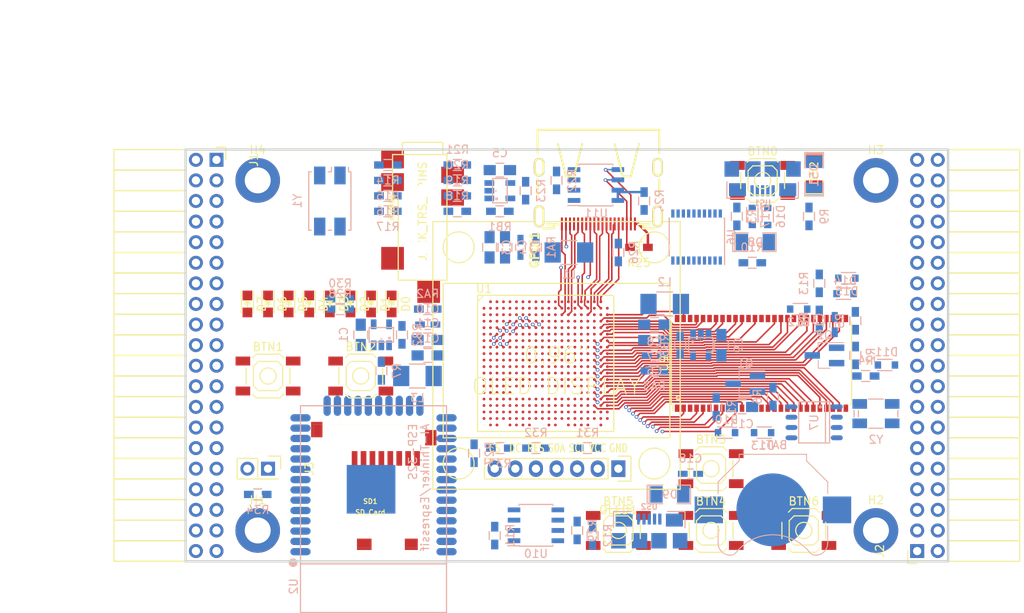
<source format=kicad_pcb>
(kicad_pcb (version 4) (host pcbnew 4.0.5+dfsg1-4)
  (layers (0 F.Cu signal) (1 In1.Cu signal) (2 In2.Cu signal) (31 B.Cu signal) (34 B.Paste user) (35 F.Paste user) (36 B.SilkS user) (37 F.SilkS user) (38 B.Mask user) (39 F.Mask user) (44 Edge.Cuts user))
  (net 0 "")
  (net 1 GND)
  (net 2 +5V)
  (net 3 /gpio/IN5V)
  (net 4 /gpio/OUT5V)
  (net 5 +3V3)
  (net 6 "Net-(L1-Pad1)")
  (net 7 "Net-(L2-Pad1)")
  (net 8 +1V2)
  (net 9 BTN_D)
  (net 10 BTN_F1)
  (net 11 BTN_F2)
  (net 12 BTN_L)
  (net 13 BTN_R)
  (net 14 BTN_U)
  (net 15 /power/FB1)
  (net 16 +2V5)
  (net 17 "Net-(L3-Pad1)")
  (net 18 /power/PWREN)
  (net 19 /power/FB3)
  (net 20 /power/FB2)
  (net 21 "Net-(D9-Pad1)")
  (net 22 /power/VBAT)
  (net 23 SD_3)
  (net 24 JTAG_TDI)
  (net 25 JTAG_TCK)
  (net 26 JTAG_TMS)
  (net 27 JTAG_TDO)
  (net 28 /power/WAKEUPn)
  (net 29 /power/WKUP)
  (net 30 /power/SHUT)
  (net 31 /power/WAKE)
  (net 32 /power/HOLD)
  (net 33 /power/WKn)
  (net 34 /power/OSCI_32k)
  (net 35 /power/OSCO_32k)
  (net 36 FTDI_nSUSPEND)
  (net 37 "Net-(Q2-Pad3)")
  (net 38 SHUTDOWN)
  (net 39 /analog/AUDIO_L)
  (net 40 /analog/AUDIO_R)
  (net 41 GPDI_5V_SCL)
  (net 42 GPDI_5V_SDA)
  (net 43 GPDI_SDA)
  (net 44 GPDI_SCL)
  (net 45 /gpdi/VREF2)
  (net 46 /blinkey/BTNPU)
  (net 47 SD_CMD)
  (net 48 SD_CLK)
  (net 49 SD_D0)
  (net 50 SD_D1)
  (net 51 USB5V)
  (net 52 "Net-(BTN0-Pad1)")
  (net 53 LED0)
  (net 54 LED1)
  (net 55 LED2)
  (net 56 LED3)
  (net 57 LED4)
  (net 58 LED5)
  (net 59 LED6)
  (net 60 LED7)
  (net 61 BTN_PWRn)
  (net 62 GPDI_CEC)
  (net 63 nRESET)
  (net 64 /usb/FT3V3)
  (net 65 FTDI_nDTR)
  (net 66 SDRAM_CKE)
  (net 67 SDRAM_A7)
  (net 68 SDRAM_D15)
  (net 69 SDRAM_BA1)
  (net 70 SDRAM_D7)
  (net 71 SDRAM_A6)
  (net 72 SDRAM_CLK)
  (net 73 SDRAM_D13)
  (net 74 SDRAM_BA0)
  (net 75 SDRAM_D6)
  (net 76 SDRAM_A5)
  (net 77 SDRAM_D14)
  (net 78 SDRAM_A11)
  (net 79 SDRAM_D12)
  (net 80 SDRAM_D5)
  (net 81 SDRAM_A4)
  (net 82 SDRAM_A10)
  (net 83 SDRAM_D11)
  (net 84 SDRAM_A3)
  (net 85 SDRAM_D4)
  (net 86 SDRAM_D10)
  (net 87 SDRAM_D9)
  (net 88 SDRAM_A9)
  (net 89 SDRAM_D3)
  (net 90 SDRAM_D8)
  (net 91 SDRAM_A8)
  (net 92 SDRAM_A2)
  (net 93 SDRAM_A1)
  (net 94 SDRAM_A0)
  (net 95 SDRAM_D2)
  (net 96 SDRAM_D1)
  (net 97 SDRAM_D0)
  (net 98 SDRAM_DQM0)
  (net 99 SDRAM_nCS)
  (net 100 SDRAM_nRAS)
  (net 101 SDRAM_DQM1)
  (net 102 SDRAM_nCAS)
  (net 103 SDRAM_nWE)
  (net 104 /flash/FLASH_nWP)
  (net 105 /flash/FLASH_nHOLD)
  (net 106 /flash/FLASH_MOSI)
  (net 107 /flash/FLASH_MISO)
  (net 108 /flash/FLASH_SCK)
  (net 109 /flash/FLASH_nCS)
  (net 110 /flash/FPGA_PROGRAMN)
  (net 111 /flash/FPGA_DONE)
  (net 112 /flash/FPGA_INITN)
  (net 113 OLED_MOSI)
  (net 114 OLED_RES)
  (net 115 OLED_DC)
  (net 116 OLED_CS)
  (net 117 AUDIO_L3)
  (net 118 AUDIO_L2)
  (net 119 AUDIO_L1)
  (net 120 AUDIO_L0)
  (net 121 AUDIO_R3)
  (net 122 AUDIO_R2)
  (net 123 AUDIO_R1)
  (net 124 AUDIO_R0)
  (net 125 WIFI_EN)
  (net 126 FTDI_nRTS)
  (net 127 WIFI_GPIO2)
  (net 128 FTDI_TXD)
  (net 129 FTDI_RXD)
  (net 130 WIFI_RXD)
  (net 131 WIFI_GPIO0)
  (net 132 FTDI_nCTS)
  (net 133 WIFI_TXD)
  (net 134 FTDI_nRI)
  (net 135 FTDI_nDCD)
  (net 136 WIFI_GPIO15)
  (net 137 /gpdi/CLK_25MHz)
  (net 138 GPDI_ETH-)
  (net 139 GPDI_ETH+)
  (net 140 GPDI_D2+)
  (net 141 GPDI_D2-)
  (net 142 GPDI_D1+)
  (net 143 GPDI_D1-)
  (net 144 GPDI_D0+)
  (net 145 GPDI_D0-)
  (net 146 GPDI_CLK+)
  (net 147 GPDI_CLK-)
  (net 148 USB_FPGA_D+)
  (net 149 USB_FPGA_D-)
  (net 150 USB_FTDI_D+)
  (net 151 USB_FTDI_D-)
  (net 152 J1_17-)
  (net 153 J1_17+)
  (net 154 J1_23-)
  (net 155 J1_23+)
  (net 156 J1_25-)
  (net 157 J1_25+)
  (net 158 J1_27-)
  (net 159 J1_27+)
  (net 160 J1_29-)
  (net 161 J1_29+)
  (net 162 J1_31-)
  (net 163 J1_31+)
  (net 164 J1_33-)
  (net 165 J1_33+)
  (net 166 J1_35-)
  (net 167 J1_35+)
  (module Keystone_3000_1x12mm-CoinCell:Keystone_3000_1x12mm-CoinCell (layer B.Cu) (at 166.49 105.87 180)
    (fp_text reference BAT1 (at 0 8 180) (layer B.SilkS) (effects (justify mirror)))
    (fp_text value CR1225)
    (pad 1 smd rect (at -7.9 0 180) (size 3.5 3.3) (layers B.Cu B.Paste B.Mask) (net 22 /power/VBAT))
    (pad 1 smd rect (at 7.9 0 180) (size 3.5 3.3) (layers B.Cu B.Paste B.Mask) (net 22 /power/VBAT))
    (pad 2 smd circle (at 0 0 180) (size 9 9) (layers B.Cu B.Mask) (net 1 GND))
  )
  (module SMD_Packages:SMD-1206_Pol (layer F.Cu) (at 171.57 64.341 90)
    (fp_text reference D52 (at 0 0 90) (layer F.SilkS))
    (fp_text value 2A)
    (pad 1 smd rect (at -1.651 0 90) (size 1.524 2.032) (layers F.Cu F.Paste F.Mask) (net 4 /gpio/OUT5V))
    (pad 2 smd rect (at 1.651 0 90) (size 1.524 2.032) (layers F.Cu F.Paste F.Mask) (net 2 +5V))
  )
  (module SMD_Packages:SMD-1206_Pol (layer B.Cu) (at 171.57 64.595 270)
    (fp_text reference D51 (at 0 0 270) (layer B.SilkS) (effects (justify mirror)))
    (fp_text value 2A)
    (pad 1 smd rect (at -1.651 0 270) (size 1.524 2.032) (layers B.Cu B.Paste B.Mask) (net 2 +5V))
    (pad 2 smd rect (at 1.651 0 270) (size 1.524 2.032) (layers B.Cu B.Paste B.Mask) (net 3 /gpio/IN5V))
  )
  (module micro-sd:MicroSD_TF02D (layer F.Cu) (at 116.87 110.52 180)
    (fp_text reference SD1 (at 0 5.7 180) (layer F.SilkS) (effects (font (size 0.59944 0.59944) (thickness 0.12446))))
    (fp_text value SD_Card (at 0 4.35 180) (layer F.SilkS) (effects (font (size 0.59944 0.59944) (thickness 0.12446))))
    (pad 1 smd rect (at 1.94 11 180) (size 0.7 1.8) (layers F.Cu F.Paste F.Mask) (net 23 SD_3))
    (pad 2 smd rect (at 0.84 11 180) (size 0.7 1.8) (layers F.Cu F.Paste F.Mask) (net 47 SD_CMD))
    (pad 3 smd rect (at -0.26 11 180) (size 0.7 1.8) (layers F.Cu F.Paste F.Mask) (net 1 GND))
    (pad 4 smd rect (at -1.36 11 180) (size 0.7 1.8) (layers F.Cu F.Paste F.Mask) (net 5 +3V3))
    (pad 5 smd rect (at -2.46 11 180) (size 0.7 1.8) (layers F.Cu F.Paste F.Mask) (net 48 SD_CLK))
    (pad 6 smd rect (at -3.56 11 180) (size 0.7 1.8) (layers F.Cu F.Paste F.Mask) (net 1 GND))
    (pad 7 smd rect (at -4.66 11 180) (size 0.7 1.8) (layers F.Cu F.Paste F.Mask) (net 49 SD_D0))
    (pad 8 smd rect (at -5.76 11 180) (size 0.7 1.8) (layers F.Cu F.Paste F.Mask) (net 50 SD_D1))
    (pad S smd rect (at -5.05 0.4 180) (size 1.6 1.4) (layers F.Cu F.Paste F.Mask))
    (pad S smd rect (at 0.75 0.4 180) (size 1.8 1.4) (layers F.Cu F.Paste F.Mask))
    (pad G smd rect (at -7.45 13.55 180) (size 1.4 1.9) (layers F.Cu F.Paste F.Mask))
    (pad G smd rect (at 6.6 14.55 180) (size 1.4 1.9) (layers F.Cu F.Paste F.Mask))
  )
  (module Resistors_SMD:R_1210_HandSoldering (layer B.Cu) (at 141.344 74.12)
    (fp_text reference L1 (at 0 2.7) (layer B.SilkS) (effects (justify mirror)))
    (fp_text value 2.2uH)
    (pad 1 smd rect (at -2 0) (size 2 2.5) (layers B.Cu B.Paste B.Mask) (net 6 "Net-(L1-Pad1)"))
    (pad 2 smd rect (at 2 0) (size 2 2.5) (layers B.Cu B.Paste B.Mask) (net 8 +1V2))
  )
  (module TSOT-25:TSOT-25 (layer B.Cu) (at 132.835 66.5 90)
    (fp_text reference U3 (at 0 -0.5 90) (layer B.SilkS) (effects (font (size 0.15 0.15) (thickness 0.0375)) (justify mirror)))
    (fp_text value AP3429A)
    (pad 1 smd rect (at -0.95 -1.3 90) (size 0.7 1.2) (layers B.Cu B.Paste B.Mask) (net 18 /power/PWREN))
    (pad 2 smd rect (at 0 -1.3 90) (size 0.7 1.2) (layers B.Cu B.Paste B.Mask) (net 1 GND))
    (pad 3 smd rect (at 0.95 -1.3 90) (size 0.7 1.2) (layers B.Cu B.Paste B.Mask) (net 6 "Net-(L1-Pad1)"))
    (pad 4 smd rect (at 0.95 1.3 90) (size 0.7 1.2) (layers B.Cu B.Paste B.Mask) (net 2 +5V))
    (pad 5 smd rect (at -0.95 1.3 90) (size 0.7 1.2) (layers B.Cu B.Paste B.Mask) (net 15 /power/FB1))
  )
  (module Resistors_SMD:R_1210_HandSoldering (layer B.Cu) (at 153.155 80.47 180)
    (fp_text reference L2 (at 0 2.7 180) (layer B.SilkS) (effects (justify mirror)))
    (fp_text value 2.2uH)
    (pad 1 smd rect (at -2 0 180) (size 2 2.5) (layers B.Cu B.Paste B.Mask) (net 7 "Net-(L2-Pad1)"))
    (pad 2 smd rect (at 2 0 180) (size 2 2.5) (layers B.Cu B.Paste B.Mask) (net 5 +3V3))
  )
  (module TSOT-25:TSOT-25 (layer B.Cu) (at 157.6 85.52)
    (fp_text reference U4 (at 0 -0.5) (layer B.SilkS) (effects (font (size 0.15 0.15) (thickness 0.0375)) (justify mirror)))
    (fp_text value AP3429A)
    (pad 1 smd rect (at -0.95 -1.3) (size 0.7 1.2) (layers B.Cu B.Paste B.Mask) (net 18 /power/PWREN))
    (pad 2 smd rect (at 0 -1.3) (size 0.7 1.2) (layers B.Cu B.Paste B.Mask) (net 1 GND))
    (pad 3 smd rect (at 0.95 -1.3) (size 0.7 1.2) (layers B.Cu B.Paste B.Mask) (net 7 "Net-(L2-Pad1)"))
    (pad 4 smd rect (at 0.95 1.3) (size 0.7 1.2) (layers B.Cu B.Paste B.Mask) (net 2 +5V))
    (pad 5 smd rect (at -0.95 1.3) (size 0.7 1.2) (layers B.Cu B.Paste B.Mask) (net 19 /power/FB3))
  )
  (module Buttons_Switches_SMD:SW_SPST_SKQG (layer F.Cu) (at 104.26 89.36)
    (fp_text reference BTN1 (at 0 -3.6) (layer F.SilkS))
    (fp_text value FIRE1)
    (pad 1 smd rect (at -3.1 -1.85) (size 1.8 1.1) (layers F.Cu F.Paste F.Mask) (net 46 /blinkey/BTNPU))
    (pad 1 smd rect (at 3.1 -1.85) (size 1.8 1.1) (layers F.Cu F.Paste F.Mask) (net 46 /blinkey/BTNPU))
    (pad 2 smd rect (at -3.1 1.85) (size 1.8 1.1) (layers F.Cu F.Paste F.Mask) (net 10 BTN_F1))
    (pad 2 smd rect (at 3.1 1.85) (size 1.8 1.1) (layers F.Cu F.Paste F.Mask) (net 10 BTN_F1))
  )
  (module Buttons_Switches_SMD:SW_SPST_SKQG (layer F.Cu) (at 115.69 89.36)
    (fp_text reference BTN2 (at 0 -3.6) (layer F.SilkS))
    (fp_text value FIRE2)
    (pad 1 smd rect (at -3.1 -1.85) (size 1.8 1.1) (layers F.Cu F.Paste F.Mask) (net 46 /blinkey/BTNPU))
    (pad 1 smd rect (at 3.1 -1.85) (size 1.8 1.1) (layers F.Cu F.Paste F.Mask) (net 46 /blinkey/BTNPU))
    (pad 2 smd rect (at -3.1 1.85) (size 1.8 1.1) (layers F.Cu F.Paste F.Mask) (net 11 BTN_F2))
    (pad 2 smd rect (at 3.1 1.85) (size 1.8 1.1) (layers F.Cu F.Paste F.Mask) (net 11 BTN_F2))
  )
  (module Buttons_Switches_SMD:SW_SPST_SKQG (layer F.Cu) (at 158.87 100.79)
    (fp_text reference BTN3 (at 0 -3.6) (layer F.SilkS))
    (fp_text value UP)
    (pad 1 smd rect (at -3.1 -1.85) (size 1.8 1.1) (layers F.Cu F.Paste F.Mask) (net 46 /blinkey/BTNPU))
    (pad 1 smd rect (at 3.1 -1.85) (size 1.8 1.1) (layers F.Cu F.Paste F.Mask) (net 46 /blinkey/BTNPU))
    (pad 2 smd rect (at -3.1 1.85) (size 1.8 1.1) (layers F.Cu F.Paste F.Mask) (net 14 BTN_U))
    (pad 2 smd rect (at 3.1 1.85) (size 1.8 1.1) (layers F.Cu F.Paste F.Mask) (net 14 BTN_U))
  )
  (module Buttons_Switches_SMD:SW_SPST_SKQG (layer F.Cu) (at 158.87 108.41)
    (fp_text reference BTN4 (at 0 -3.6) (layer F.SilkS))
    (fp_text value DOWN)
    (pad 1 smd rect (at -3.1 -1.85) (size 1.8 1.1) (layers F.Cu F.Paste F.Mask) (net 46 /blinkey/BTNPU))
    (pad 1 smd rect (at 3.1 -1.85) (size 1.8 1.1) (layers F.Cu F.Paste F.Mask) (net 46 /blinkey/BTNPU))
    (pad 2 smd rect (at -3.1 1.85) (size 1.8 1.1) (layers F.Cu F.Paste F.Mask) (net 9 BTN_D))
    (pad 2 smd rect (at 3.1 1.85) (size 1.8 1.1) (layers F.Cu F.Paste F.Mask) (net 9 BTN_D))
  )
  (module Buttons_Switches_SMD:SW_SPST_SKQG (layer F.Cu) (at 147.44 108.41)
    (fp_text reference BTN5 (at 0 -3.6) (layer F.SilkS))
    (fp_text value LEFT)
    (pad 1 smd rect (at -3.1 -1.85) (size 1.8 1.1) (layers F.Cu F.Paste F.Mask) (net 46 /blinkey/BTNPU))
    (pad 1 smd rect (at 3.1 -1.85) (size 1.8 1.1) (layers F.Cu F.Paste F.Mask) (net 46 /blinkey/BTNPU))
    (pad 2 smd rect (at -3.1 1.85) (size 1.8 1.1) (layers F.Cu F.Paste F.Mask) (net 12 BTN_L))
    (pad 2 smd rect (at 3.1 1.85) (size 1.8 1.1) (layers F.Cu F.Paste F.Mask) (net 12 BTN_L))
  )
  (module Buttons_Switches_SMD:SW_SPST_SKQG (layer F.Cu) (at 170.3 108.41)
    (fp_text reference BTN6 (at 0 -3.6) (layer F.SilkS))
    (fp_text value RIGHT)
    (pad 1 smd rect (at -3.1 -1.85) (size 1.8 1.1) (layers F.Cu F.Paste F.Mask) (net 46 /blinkey/BTNPU))
    (pad 1 smd rect (at 3.1 -1.85) (size 1.8 1.1) (layers F.Cu F.Paste F.Mask) (net 46 /blinkey/BTNPU))
    (pad 2 smd rect (at -3.1 1.85) (size 1.8 1.1) (layers F.Cu F.Paste F.Mask) (net 13 BTN_R))
    (pad 2 smd rect (at 3.1 1.85) (size 1.8 1.1) (layers F.Cu F.Paste F.Mask) (net 13 BTN_R))
  )
  (module LEDs:LED_0805 (layer F.Cu) (at 119.5 80.47 270)
    (fp_text reference D0 (at 0 -1.75 270) (layer F.SilkS))
    (fp_text value LED)
    (pad 2 smd rect (at 1.04902 0 90) (size 1.19888 1.19888) (layers F.Cu F.Paste F.Mask) (net 53 LED0))
    (pad 1 smd rect (at -1.04902 0 90) (size 1.19888 1.19888) (layers F.Cu F.Paste F.Mask) (net 1 GND))
  )
  (module LEDs:LED_0805 (layer F.Cu) (at 116.96 80.47 270)
    (fp_text reference D1 (at 0 -1.75 270) (layer F.SilkS))
    (fp_text value LED)
    (pad 2 smd rect (at 1.04902 0 90) (size 1.19888 1.19888) (layers F.Cu F.Paste F.Mask) (net 54 LED1))
    (pad 1 smd rect (at -1.04902 0 90) (size 1.19888 1.19888) (layers F.Cu F.Paste F.Mask) (net 1 GND))
  )
  (module LEDs:LED_0805 (layer F.Cu) (at 114.42 80.47 270)
    (fp_text reference D2 (at 0 -1.75 270) (layer F.SilkS))
    (fp_text value LED)
    (pad 2 smd rect (at 1.04902 0 90) (size 1.19888 1.19888) (layers F.Cu F.Paste F.Mask) (net 55 LED2))
    (pad 1 smd rect (at -1.04902 0 90) (size 1.19888 1.19888) (layers F.Cu F.Paste F.Mask) (net 1 GND))
  )
  (module LEDs:LED_0805 (layer F.Cu) (at 111.88 80.47 270)
    (fp_text reference D3 (at 0 -1.75 270) (layer F.SilkS))
    (fp_text value LED)
    (pad 2 smd rect (at 1.04902 0 90) (size 1.19888 1.19888) (layers F.Cu F.Paste F.Mask) (net 56 LED3))
    (pad 1 smd rect (at -1.04902 0 90) (size 1.19888 1.19888) (layers F.Cu F.Paste F.Mask) (net 1 GND))
  )
  (module LEDs:LED_0805 (layer F.Cu) (at 109.34 80.47 270)
    (fp_text reference D4 (at 0 -1.75 270) (layer F.SilkS))
    (fp_text value LED)
    (pad 2 smd rect (at 1.04902 0 90) (size 1.19888 1.19888) (layers F.Cu F.Paste F.Mask) (net 57 LED4))
    (pad 1 smd rect (at -1.04902 0 90) (size 1.19888 1.19888) (layers F.Cu F.Paste F.Mask) (net 1 GND))
  )
  (module LEDs:LED_0805 (layer F.Cu) (at 106.8 80.47 270)
    (fp_text reference D5 (at 0 -1.75 270) (layer F.SilkS))
    (fp_text value LED)
    (pad 2 smd rect (at 1.04902 0 90) (size 1.19888 1.19888) (layers F.Cu F.Paste F.Mask) (net 58 LED5))
    (pad 1 smd rect (at -1.04902 0 90) (size 1.19888 1.19888) (layers F.Cu F.Paste F.Mask) (net 1 GND))
  )
  (module LEDs:LED_0805 (layer F.Cu) (at 104.26 80.47 270)
    (fp_text reference D6 (at 0 -1.75 270) (layer F.SilkS))
    (fp_text value LED)
    (pad 2 smd rect (at 1.04902 0 90) (size 1.19888 1.19888) (layers F.Cu F.Paste F.Mask) (net 59 LED6))
    (pad 1 smd rect (at -1.04902 0 90) (size 1.19888 1.19888) (layers F.Cu F.Paste F.Mask) (net 1 GND))
  )
  (module LEDs:LED_0805 (layer F.Cu) (at 101.72 80.47 270)
    (fp_text reference D7 (at 0 -1.75 270) (layer F.SilkS))
    (fp_text value LED)
    (pad 2 smd rect (at 1.04902 0 90) (size 1.19888 1.19888) (layers F.Cu F.Paste F.Mask) (net 60 LED7))
    (pad 1 smd rect (at -1.04902 0 90) (size 1.19888 1.19888) (layers F.Cu F.Paste F.Mask) (net 1 GND))
  )
  (module Resistors_SMD:R_1210_HandSoldering (layer B.Cu) (at 122.675 89.36)
    (fp_text reference L3 (at 0 2.7) (layer B.SilkS) (effects (justify mirror)))
    (fp_text value 2.2uH)
    (pad 1 smd rect (at -2 0) (size 2 2.5) (layers B.Cu B.Paste B.Mask) (net 17 "Net-(L3-Pad1)"))
    (pad 2 smd rect (at 2 0) (size 2 2.5) (layers B.Cu B.Paste B.Mask) (net 16 +2V5))
  )
  (module TSOT-25:TSOT-25 (layer B.Cu) (at 118.23 84.28 180)
    (fp_text reference U5 (at 0 -0.5 180) (layer B.SilkS) (effects (font (size 0.15 0.15) (thickness 0.0375)) (justify mirror)))
    (fp_text value AP3429A)
    (pad 1 smd rect (at -0.95 -1.3 180) (size 0.7 1.2) (layers B.Cu B.Paste B.Mask) (net 18 /power/PWREN))
    (pad 2 smd rect (at 0 -1.3 180) (size 0.7 1.2) (layers B.Cu B.Paste B.Mask) (net 1 GND))
    (pad 3 smd rect (at 0.95 -1.3 180) (size 0.7 1.2) (layers B.Cu B.Paste B.Mask) (net 17 "Net-(L3-Pad1)"))
    (pad 4 smd rect (at 0.95 1.3 180) (size 0.7 1.2) (layers B.Cu B.Paste B.Mask) (net 2 +5V))
    (pad 5 smd rect (at -0.95 1.3 180) (size 0.7 1.2) (layers B.Cu B.Paste B.Mask) (net 20 /power/FB2))
  )
  (module Capacitors_SMD:C_0805_HandSoldering (layer B.Cu) (at 115.69 84.28 270)
    (fp_text reference C1 (at 0 2.1 270) (layer B.SilkS) (effects (justify mirror)))
    (fp_text value 22uF)
    (pad 1 smd rect (at -1.25 0 270) (size 1.5 1.25) (layers B.Cu B.Paste B.Mask) (net 2 +5V))
    (pad 2 smd rect (at 1.25 0 270) (size 1.5 1.25) (layers B.Cu B.Paste B.Mask) (net 1 GND))
  )
  (module Capacitors_SMD:C_0805_HandSoldering (layer B.Cu) (at 131.565 73.485 90)
    (fp_text reference C3 (at 0 2.1 90) (layer B.SilkS) (effects (justify mirror)))
    (fp_text value 22uF)
    (pad 1 smd rect (at -1.25 0 90) (size 1.5 1.25) (layers B.Cu B.Paste B.Mask) (net 8 +1V2))
    (pad 2 smd rect (at 1.25 0 90) (size 1.5 1.25) (layers B.Cu B.Paste B.Mask) (net 1 GND))
  )
  (module Capacitors_SMD:C_0805_HandSoldering (layer B.Cu) (at 133.47 73.485 90)
    (fp_text reference C4 (at 0 2.1 90) (layer B.SilkS) (effects (justify mirror)))
    (fp_text value 22uF)
    (pad 1 smd rect (at -1.25 0 90) (size 1.5 1.25) (layers B.Cu B.Paste B.Mask) (net 8 +1V2))
    (pad 2 smd rect (at 1.25 0 90) (size 1.5 1.25) (layers B.Cu B.Paste B.Mask) (net 1 GND))
  )
  (module Capacitors_SMD:C_0805_HandSoldering (layer B.Cu) (at 132.835 63.96 180)
    (fp_text reference C5 (at 0 2.1 180) (layer B.SilkS) (effects (justify mirror)))
    (fp_text value 22uF)
    (pad 1 smd rect (at -1.25 0 180) (size 1.5 1.25) (layers B.Cu B.Paste B.Mask) (net 2 +5V))
    (pad 2 smd rect (at 1.25 0 180) (size 1.5 1.25) (layers B.Cu B.Paste B.Mask) (net 1 GND))
  )
  (module Capacitors_SMD:C_0805_HandSoldering (layer B.Cu) (at 151.885 84.915)
    (fp_text reference C7 (at 0 2.1) (layer B.SilkS) (effects (justify mirror)))
    (fp_text value 22uF)
    (pad 1 smd rect (at -1.25 0) (size 1.5 1.25) (layers B.Cu B.Paste B.Mask) (net 5 +3V3))
    (pad 2 smd rect (at 1.25 0) (size 1.5 1.25) (layers B.Cu B.Paste B.Mask) (net 1 GND))
  )
  (module Capacitors_SMD:C_0805_HandSoldering (layer B.Cu) (at 151.885 83.01)
    (fp_text reference C8 (at 0 2.1) (layer B.SilkS) (effects (justify mirror)))
    (fp_text value 22uF)
    (pad 1 smd rect (at -1.25 0) (size 1.5 1.25) (layers B.Cu B.Paste B.Mask) (net 5 +3V3))
    (pad 2 smd rect (at 1.25 0) (size 1.5 1.25) (layers B.Cu B.Paste B.Mask) (net 1 GND))
  )
  (module Capacitors_SMD:C_0805_HandSoldering (layer B.Cu) (at 160.14 85.55 90)
    (fp_text reference C9 (at 0 2.1 90) (layer B.SilkS) (effects (justify mirror)))
    (fp_text value 22uF)
    (pad 1 smd rect (at -1.25 0 90) (size 1.5 1.25) (layers B.Cu B.Paste B.Mask) (net 2 +5V))
    (pad 2 smd rect (at 1.25 0 90) (size 1.5 1.25) (layers B.Cu B.Paste B.Mask) (net 1 GND))
  )
  (module Capacitors_SMD:C_0805_HandSoldering (layer B.Cu) (at 123.945 84.915 180)
    (fp_text reference C11 (at 0 2.1 180) (layer B.SilkS) (effects (justify mirror)))
    (fp_text value 22uF)
    (pad 1 smd rect (at -1.25 0 180) (size 1.5 1.25) (layers B.Cu B.Paste B.Mask) (net 16 +2V5))
    (pad 2 smd rect (at 1.25 0 180) (size 1.5 1.25) (layers B.Cu B.Paste B.Mask) (net 1 GND))
  )
  (module Capacitors_SMD:C_0805_HandSoldering (layer B.Cu) (at 123.945 86.82 180)
    (fp_text reference C12 (at 0 2.1 180) (layer B.SilkS) (effects (justify mirror)))
    (fp_text value 22uF)
    (pad 1 smd rect (at -1.25 0 180) (size 1.5 1.25) (layers B.Cu B.Paste B.Mask) (net 16 +2V5))
    (pad 2 smd rect (at 1.25 0 180) (size 1.5 1.25) (layers B.Cu B.Paste B.Mask) (net 1 GND))
  )
  (module SMD_Packages:SMD-1206_Pol (layer B.Cu) (at 164.331 72.85)
    (fp_text reference D8 (at 0 0) (layer B.SilkS) (effects (justify mirror)))
    (fp_text value 2A)
    (pad 1 smd rect (at -1.651 0) (size 1.524 2.032) (layers B.Cu B.Paste B.Mask) (net 2 +5V))
    (pad 2 smd rect (at 1.651 0) (size 1.524 2.032) (layers B.Cu B.Paste B.Mask) (net 51 USB5V))
  )
  (module SMD_Packages:SMD-1206_Pol (layer B.Cu) (at 153.79 103.965)
    (fp_text reference D9 (at 0 0) (layer B.SilkS) (effects (justify mirror)))
    (fp_text value 2A)
    (pad 1 smd rect (at -1.651 0) (size 1.524 2.032) (layers B.Cu B.Paste B.Mask) (net 21 "Net-(D9-Pad1)"))
    (pad 2 smd rect (at 1.651 0) (size 1.524 2.032) (layers B.Cu B.Paste B.Mask) (net 2 +5V))
  )
  (module Power_Integrations:SO-8 (layer B.Cu) (at 171.57 95.075 270)
    (fp_text reference U7 (at 0 0 270) (layer B.SilkS) (effects (justify mirror)))
    (fp_text value PCF8523)
    (pad 1 smd oval (at -1.905 -2.794 270) (size 0.6096 1.4732) (layers B.Cu B.Paste B.Mask) (net 34 /power/OSCI_32k))
    (pad 2 smd oval (at -0.635 -2.794 270) (size 0.6096 1.4732) (layers B.Cu B.Paste B.Mask) (net 35 /power/OSCO_32k))
    (pad 3 smd oval (at 0.635 -2.794 270) (size 0.6096 1.4732) (layers B.Cu B.Paste B.Mask) (net 22 /power/VBAT))
    (pad 4 smd oval (at 1.905 -2.794 270) (size 0.6096 1.4732) (layers B.Cu B.Paste B.Mask) (net 1 GND))
    (pad 5 smd oval (at 1.905 2.794 270) (size 0.6096 1.4732) (layers B.Cu B.Paste B.Mask))
    (pad 6 smd oval (at 0.635 2.794 270) (size 0.6096 1.4732) (layers B.Cu B.Paste B.Mask))
    (pad 7 smd oval (at -0.635 2.794 270) (size 0.6096 1.4732) (layers B.Cu B.Paste B.Mask) (net 28 /power/WAKEUPn))
    (pad 8 smd oval (at -1.905 2.794 270) (size 0.6096 1.4732) (layers B.Cu B.Paste B.Mask) (net 16 +2V5))
  )
  (module Capacitors_SMD:C_0805_HandSoldering (layer B.Cu) (at 162.68 93.17)
    (fp_text reference C13 (at 0 2.1) (layer B.SilkS) (effects (justify mirror)))
    (fp_text value 2.2uF)
    (pad 1 smd rect (at -1.25 0) (size 1.5 1.25) (layers B.Cu B.Paste B.Mask) (net 2 +5V))
    (pad 2 smd rect (at 1.25 0) (size 1.5 1.25) (layers B.Cu B.Paste B.Mask) (net 29 /power/WKUP))
  )
  (module Diodes_SMD:D_0805 (layer B.Cu) (at 160.775 96.345)
    (fp_text reference D10 (at 0 -1.6) (layer B.SilkS) (effects (justify mirror)))
    (fp_text value 1N4148)
    (pad 1 smd rect (at -1.05 0) (size 0.8 0.9) (layers B.Cu B.Paste B.Mask) (net 31 /power/WAKE))
    (pad 2 smd rect (at 1.05 0) (size 0.8 0.9) (layers B.Cu B.Paste B.Mask) (net 29 /power/WKUP))
  )
  (module Diodes_SMD:D_0805 (layer B.Cu) (at 180.48 88)
    (fp_text reference D11 (at 0 -1.6) (layer B.SilkS) (effects (justify mirror)))
    (fp_text value 1N4148)
    (pad 1 smd rect (at -1.05 0) (size 0.8 0.9) (layers B.Cu B.Paste B.Mask) (net 32 /power/HOLD))
    (pad 2 smd rect (at 1.05 0) (size 0.8 0.9) (layers B.Cu B.Paste B.Mask) (net 5 +3V3))
  )
  (module Diodes_SMD:D_0805 (layer B.Cu) (at 175.6 77.295 180)
    (fp_text reference D15 (at 0 -1.6 180) (layer B.SilkS) (effects (justify mirror)))
    (fp_text value BAT42)
    (pad 1 smd rect (at -1.05 0 180) (size 0.8 0.9) (layers B.Cu B.Paste B.Mask) (net 30 /power/SHUT))
    (pad 2 smd rect (at 1.05 0 180) (size 0.8 0.9) (layers B.Cu B.Paste B.Mask) (net 38 SHUTDOWN))
  )
  (module Diodes_SMD:D_0805 (layer B.Cu) (at 169.665 81.105 180)
    (fp_text reference D12 (at 0 -1.6 180) (layer B.SilkS) (effects (justify mirror)))
    (fp_text value 1N4148)
    (pad 1 smd rect (at -1.05 0 180) (size 0.8 0.9) (layers B.Cu B.Paste B.Mask) (net 18 /power/PWREN))
    (pad 2 smd rect (at 1.05 0 180) (size 0.8 0.9) (layers B.Cu B.Paste B.Mask) (net 36 FTDI_nSUSPEND))
  )
  (module usb_otg:USB-MICRO-B-FCI-10118192-0001LF (layer B.Cu) (at 165.22 63.825)
    (fp_text reference US1 (at 0 4.2) (layer B.SilkS) (effects (font (size 0.7 0.7)) (justify mirror)))
    (fp_text value USB_FTDI hide)
    (pad 6 smd rect (at -3.1 2.55) (size 2.1 1.6) (layers B.Cu B.Paste B.Mask) (net 1 GND))
    (pad 6 smd rect (at 3.1 2.55) (size 2.1 1.6) (layers B.Cu B.Paste B.Mask) (net 1 GND))
    (pad "" smd rect (at -1.2 0) (size 1.9 1.9) (layers B.Cu B.Paste B.Mask))
    (pad "" smd rect (at 1.2 0) (size 1.9 1.9) (layers B.Cu B.Paste B.Mask))
    (pad 1 smd rect (at -1.3 2.675) (size 0.4 1.35) (layers B.Cu B.Paste B.Mask) (net 51 USB5V))
    (pad 2 smd rect (at -0.65 2.675) (size 0.4 1.35) (layers B.Cu B.Paste B.Mask) (net 151 USB_FTDI_D-))
    (pad 3 smd rect (at 0 2.675) (size 0.4 1.35) (layers B.Cu B.Paste B.Mask) (net 150 USB_FTDI_D+))
    (pad 4 smd rect (at 0.65 2.675) (size 0.4 1.35) (layers B.Cu B.Paste B.Mask))
    (pad 5 smd rect (at 1.3 2.675) (size 0.4 1.35) (layers B.Cu B.Paste B.Mask) (net 1 GND))
    (pad "" smd rect (at -3.8 0) (size 1.8 1.9) (layers B.Cu B.Paste B.Mask))
    (pad "" smd rect (at 3.8 0) (size 1.8 1.9) (layers B.Cu B.Paste B.Mask))
  )
  (module usb_otg:USB-MICRO-B-FCI-10118192-0001LF (layer B.Cu) (at 151.25 109.68 180)
    (fp_text reference US2 (at 0 4.2 180) (layer B.SilkS) (effects (font (size 0.7 0.7)) (justify mirror)))
    (fp_text value USB_FPGA hide)
    (pad 6 smd rect (at -3.1 2.55 180) (size 2.1 1.6) (layers B.Cu B.Paste B.Mask) (net 1 GND))
    (pad 6 smd rect (at 3.1 2.55 180) (size 2.1 1.6) (layers B.Cu B.Paste B.Mask) (net 1 GND))
    (pad "" smd rect (at -1.2 0 180) (size 1.9 1.9) (layers B.Cu B.Paste B.Mask))
    (pad "" smd rect (at 1.2 0 180) (size 1.9 1.9) (layers B.Cu B.Paste B.Mask))
    (pad 1 smd rect (at -1.3 2.675 180) (size 0.4 1.35) (layers B.Cu B.Paste B.Mask) (net 21 "Net-(D9-Pad1)"))
    (pad 2 smd rect (at -0.65 2.675 180) (size 0.4 1.35) (layers B.Cu B.Paste B.Mask) (net 149 USB_FPGA_D-))
    (pad 3 smd rect (at 0 2.675 180) (size 0.4 1.35) (layers B.Cu B.Paste B.Mask) (net 148 USB_FPGA_D+))
    (pad 4 smd rect (at 0.65 2.675 180) (size 0.4 1.35) (layers B.Cu B.Paste B.Mask))
    (pad 5 smd rect (at 1.3 2.675 180) (size 0.4 1.35) (layers B.Cu B.Paste B.Mask) (net 1 GND))
    (pad "" smd rect (at -3.8 0 180) (size 1.8 1.9) (layers B.Cu B.Paste B.Mask))
    (pad "" smd rect (at 3.8 0 180) (size 1.8 1.9) (layers B.Cu B.Paste B.Mask))
  )
  (module audio-jack:CUI_SJ-43516-SMT (layer F.Cu) (at 123.31 69.04 270)
    (fp_text reference AUDIO1 (at -0.5 3.8 270) (layer F.SilkS) (effects (font (size 0.6096 0.6096) (thickness 0.1524))))
    (fp_text value JACK_TRS_6PINS (at 0 0 270) (layer F.SilkS))
    (pad 1 smd rect (at -6.4 3.7 270) (size 2.2 2.8) (layers F.Cu F.Paste F.Mask) (net 39 /analog/AUDIO_L))
    (pad 4 smd rect (at -3.6 3.7 270) (size 2.2 2.8) (layers F.Cu F.Paste F.Mask))
    (pad 2 smd rect (at 5.8 3.7 270) (size 2.8 2.8) (layers F.Cu F.Paste F.Mask) (net 1 GND))
    (pad 5 smd rect (at 9.9 -0.75 270) (size 2.8 2.8) (layers F.Cu F.Paste F.Mask))
    (pad 3 smd rect (at -1.7 -3.7 270) (size 2 2.8) (layers F.Cu F.Paste F.Mask) (net 40 /analog/AUDIO_R))
    (pad 6 smd rect (at -4.5 -3.7 270) (size 2 2.8) (layers F.Cu F.Paste F.Mask))
    (pad "" np_thru_hole circle (at -2.5 0 270) (size 1.7 1.7) (drill 1.7) (layers *.Cu *.Mask F.SilkS) (clearance 0.4))
    (pad "" np_thru_hole circle (at 4.5 0 270) (size 1.7 1.7) (drill 1.7) (layers *.Cu *.Mask F.SilkS) (clearance 0.4))
  )
  (module TSOP54:TSOP54 (layer F.Cu) (at 165.08 87.8 90)
    (fp_text reference U9 (at 0 -12 90) (layer F.SilkS))
    (fp_text value MT48LC16M16A2TG)
    (pad 28 smd rect (at 5.53 10.4 90) (size 0.9 0.56) (layers F.Cu F.Paste F.Mask) (net 1 GND))
    (pad 1 smd rect (at -5.53 -10.4 90) (size 0.9 0.56) (layers F.Cu F.Paste F.Mask) (net 5 +3V3))
    (pad 2 smd rect (at -5.53 -9.6 90) (size 0.9 0.56) (layers F.Cu F.Paste F.Mask) (net 97 SDRAM_D0))
    (pad 3 smd rect (at -5.53 -8.8 90) (size 0.9 0.56) (layers F.Cu F.Paste F.Mask) (net 5 +3V3))
    (pad 4 smd rect (at -5.53 -8 90) (size 0.9 0.56) (layers F.Cu F.Paste F.Mask) (net 96 SDRAM_D1))
    (pad 5 smd rect (at -5.53 -7.2 90) (size 0.9 0.56) (layers F.Cu F.Paste F.Mask) (net 95 SDRAM_D2))
    (pad 6 smd rect (at -5.53 -6.4 90) (size 0.9 0.56) (layers F.Cu F.Paste F.Mask) (net 1 GND))
    (pad 7 smd rect (at -5.53 -5.6 90) (size 0.9 0.56) (layers F.Cu F.Paste F.Mask) (net 89 SDRAM_D3))
    (pad 8 smd rect (at -5.53 -4.8 90) (size 0.9 0.56) (layers F.Cu F.Paste F.Mask) (net 85 SDRAM_D4))
    (pad 9 smd rect (at -5.53 -4 90) (size 0.9 0.56) (layers F.Cu F.Paste F.Mask) (net 5 +3V3))
    (pad 10 smd rect (at -5.53 -3.2 90) (size 0.9 0.56) (layers F.Cu F.Paste F.Mask) (net 80 SDRAM_D5))
    (pad 11 smd rect (at -5.53 -2.4 90) (size 0.9 0.56) (layers F.Cu F.Paste F.Mask) (net 75 SDRAM_D6))
    (pad 12 smd rect (at -5.53 -1.6 90) (size 0.9 0.56) (layers F.Cu F.Paste F.Mask) (net 1 GND))
    (pad 13 smd rect (at -5.53 -0.8 90) (size 0.9 0.56) (layers F.Cu F.Paste F.Mask) (net 70 SDRAM_D7))
    (pad 14 smd rect (at -5.53 0 90) (size 0.9 0.56) (layers F.Cu F.Paste F.Mask) (net 5 +3V3))
    (pad 15 smd rect (at -5.53 0.8 90) (size 0.9 0.56) (layers F.Cu F.Paste F.Mask) (net 98 SDRAM_DQM0))
    (pad 16 smd rect (at -5.53 1.6 90) (size 0.9 0.56) (layers F.Cu F.Paste F.Mask) (net 103 SDRAM_nWE))
    (pad 17 smd rect (at -5.53 2.4 90) (size 0.9 0.56) (layers F.Cu F.Paste F.Mask) (net 102 SDRAM_nCAS))
    (pad 18 smd rect (at -5.53 3.2 90) (size 0.9 0.56) (layers F.Cu F.Paste F.Mask) (net 100 SDRAM_nRAS))
    (pad 19 smd rect (at -5.53 4 90) (size 0.9 0.56) (layers F.Cu F.Paste F.Mask) (net 99 SDRAM_nCS))
    (pad 20 smd rect (at -5.53 4.8 90) (size 0.9 0.56) (layers F.Cu F.Paste F.Mask) (net 74 SDRAM_BA0))
    (pad 21 smd rect (at -5.53 5.6 90) (size 0.9 0.56) (layers F.Cu F.Paste F.Mask) (net 69 SDRAM_BA1))
    (pad 22 smd rect (at -5.53 6.4 90) (size 0.9 0.56) (layers F.Cu F.Paste F.Mask) (net 82 SDRAM_A10))
    (pad 23 smd rect (at -5.53 7.2 90) (size 0.9 0.56) (layers F.Cu F.Paste F.Mask) (net 94 SDRAM_A0))
    (pad 24 smd rect (at -5.53 8 90) (size 0.9 0.56) (layers F.Cu F.Paste F.Mask) (net 93 SDRAM_A1))
    (pad 25 smd rect (at -5.53 8.8 90) (size 0.9 0.56) (layers F.Cu F.Paste F.Mask) (net 92 SDRAM_A2))
    (pad 26 smd rect (at -5.53 9.6 90) (size 0.9 0.56) (layers F.Cu F.Paste F.Mask) (net 84 SDRAM_A3))
    (pad 27 smd rect (at -5.53 10.4 90) (size 0.9 0.56) (layers F.Cu F.Paste F.Mask) (net 5 +3V3))
    (pad 29 smd rect (at 5.53 9.6 90) (size 0.9 0.56) (layers F.Cu F.Paste F.Mask) (net 81 SDRAM_A4))
    (pad 30 smd rect (at 5.53 8.8 90) (size 0.9 0.56) (layers F.Cu F.Paste F.Mask) (net 76 SDRAM_A5))
    (pad 31 smd rect (at 5.53 8 90) (size 0.9 0.56) (layers F.Cu F.Paste F.Mask) (net 71 SDRAM_A6))
    (pad 32 smd rect (at 5.53 7.2 90) (size 0.9 0.56) (layers F.Cu F.Paste F.Mask) (net 67 SDRAM_A7))
    (pad 33 smd rect (at 5.53 6.4 90) (size 0.9 0.56) (layers F.Cu F.Paste F.Mask) (net 91 SDRAM_A8))
    (pad 34 smd rect (at 5.53 5.6 90) (size 0.9 0.56) (layers F.Cu F.Paste F.Mask) (net 88 SDRAM_A9))
    (pad 35 smd rect (at 5.53 4.8 90) (size 0.9 0.56) (layers F.Cu F.Paste F.Mask) (net 78 SDRAM_A11))
    (pad 36 smd rect (at 5.53 4 90) (size 0.9 0.56) (layers F.Cu F.Paste F.Mask))
    (pad 37 smd rect (at 5.53 3.2 90) (size 0.9 0.56) (layers F.Cu F.Paste F.Mask) (net 66 SDRAM_CKE))
    (pad 38 smd rect (at 5.53 2.4 90) (size 0.9 0.56) (layers F.Cu F.Paste F.Mask) (net 72 SDRAM_CLK))
    (pad 39 smd rect (at 5.53 1.6 90) (size 0.9 0.56) (layers F.Cu F.Paste F.Mask) (net 101 SDRAM_DQM1))
    (pad 40 smd rect (at 5.53 0.8 90) (size 0.9 0.56) (layers F.Cu F.Paste F.Mask))
    (pad 41 smd rect (at 5.53 0 90) (size 0.9 0.56) (layers F.Cu F.Paste F.Mask) (net 1 GND))
    (pad 42 smd rect (at 5.53 -0.8 90) (size 0.9 0.56) (layers F.Cu F.Paste F.Mask) (net 90 SDRAM_D8))
    (pad 43 smd rect (at 5.53 -1.6 90) (size 0.9 0.56) (layers F.Cu F.Paste F.Mask) (net 5 +3V3))
    (pad 44 smd rect (at 5.53 -2.4 90) (size 0.9 0.56) (layers F.Cu F.Paste F.Mask) (net 87 SDRAM_D9))
    (pad 45 smd rect (at 5.53 -3.2 90) (size 0.9 0.56) (layers F.Cu F.Paste F.Mask) (net 86 SDRAM_D10))
    (pad 46 smd rect (at 5.53 -4 90) (size 0.9 0.56) (layers F.Cu F.Paste F.Mask) (net 1 GND))
    (pad 47 smd rect (at 5.53 -4.8 90) (size 0.9 0.56) (layers F.Cu F.Paste F.Mask) (net 83 SDRAM_D11))
    (pad 48 smd rect (at 5.53 -5.6 90) (size 0.9 0.56) (layers F.Cu F.Paste F.Mask) (net 79 SDRAM_D12))
    (pad 49 smd rect (at 5.53 -6.4 90) (size 0.9 0.56) (layers F.Cu F.Paste F.Mask) (net 5 +3V3))
    (pad 50 smd rect (at 5.53 -7.2 90) (size 0.9 0.56) (layers F.Cu F.Paste F.Mask) (net 73 SDRAM_D13))
    (pad 51 smd rect (at 5.53 -8 90) (size 0.9 0.56) (layers F.Cu F.Paste F.Mask) (net 77 SDRAM_D14))
    (pad 52 smd rect (at 5.53 -8.8 90) (size 0.9 0.56) (layers F.Cu F.Paste F.Mask) (net 1 GND))
    (pad 53 smd rect (at 5.53 -9.6 90) (size 0.9 0.56) (layers F.Cu F.Paste F.Mask) (net 68 SDRAM_D15))
    (pad 54 smd rect (at 5.53 -10.4 90) (size 0.9 0.56) (layers F.Cu F.Paste F.Mask) (net 1 GND))
  )
  (module TO_SOT_Packages_SMD:SOT-23_Handsoldering (layer B.Cu) (at 163.085 90.31 180)
    (fp_text reference Q1 (at 0 2.5 180) (layer B.SilkS) (effects (justify mirror)))
    (fp_text value BC857)
    (pad 1 smd rect (at -1.5 0.95 180) (size 1.9 0.8) (layers B.Cu B.Paste B.Mask) (net 33 /power/WKn))
    (pad 2 smd rect (at -1.5 -0.95 180) (size 1.9 0.8) (layers B.Cu B.Paste B.Mask) (net 2 +5V))
    (pad 3 smd rect (at 1.5 0 180) (size 1.9 0.8) (layers B.Cu B.Paste B.Mask) (net 29 /power/WKUP))
  )
  (module TO_SOT_Packages_SMD:SOT-23_Handsoldering (layer B.Cu) (at 172.84 86.82 180)
    (fp_text reference Q2 (at 0 2.5 180) (layer B.SilkS) (effects (justify mirror)))
    (fp_text value 2N7002)
    (pad 1 smd rect (at -1.5 0.95 180) (size 1.9 0.8) (layers B.Cu B.Paste B.Mask) (net 30 /power/SHUT))
    (pad 2 smd rect (at -1.5 -0.95 180) (size 1.9 0.8) (layers B.Cu B.Paste B.Mask) (net 1 GND))
    (pad 3 smd rect (at 1.5 0 180) (size 1.9 0.8) (layers B.Cu B.Paste B.Mask) (net 37 "Net-(Q2-Pad3)"))
  )
  (module Capacitors_SMD:C_0603_HandSoldering (layer B.Cu) (at 135.375 73.485 90)
    (fp_text reference C2 (at 0 1.9 90) (layer B.SilkS) (effects (justify mirror)))
    (fp_text value 470pF)
    (pad 1 smd rect (at -0.95 0 90) (size 1.2 0.75) (layers B.Cu B.Paste B.Mask) (net 8 +1V2))
    (pad 2 smd rect (at 0.95 0 90) (size 1.2 0.75) (layers B.Cu B.Paste B.Mask) (net 15 /power/FB1))
  )
  (module Capacitors_SMD:C_0603_HandSoldering (layer B.Cu) (at 151.885 86.82)
    (fp_text reference C6 (at 0 1.9) (layer B.SilkS) (effects (justify mirror)))
    (fp_text value 470pF)
    (pad 1 smd rect (at -0.95 0) (size 1.2 0.75) (layers B.Cu B.Paste B.Mask) (net 5 +3V3))
    (pad 2 smd rect (at 0.95 0) (size 1.2 0.75) (layers B.Cu B.Paste B.Mask) (net 19 /power/FB3))
  )
  (module Capacitors_SMD:C_0603_HandSoldering (layer B.Cu) (at 123.945 83.01 180)
    (fp_text reference C10 (at 0 1.9 180) (layer B.SilkS) (effects (justify mirror)))
    (fp_text value 470pF)
    (pad 1 smd rect (at -0.95 0 180) (size 1.2 0.75) (layers B.Cu B.Paste B.Mask) (net 16 +2V5))
    (pad 2 smd rect (at 0.95 0 180) (size 1.2 0.75) (layers B.Cu B.Paste B.Mask) (net 20 /power/FB2))
  )
  (module Capacitors_SMD:C_0603_HandSoldering (layer B.Cu) (at 174.11 83.01 270)
    (fp_text reference C14 (at 0 1.9 270) (layer B.SilkS) (effects (justify mirror)))
    (fp_text value 100nF)
    (pad 1 smd rect (at -0.95 0 270) (size 1.2 0.75) (layers B.Cu B.Paste B.Mask) (net 30 /power/SHUT))
    (pad 2 smd rect (at 0.95 0 270) (size 1.2 0.75) (layers B.Cu B.Paste B.Mask) (net 1 GND))
  )
  (module Resistors_SMD:R_0603_HandSoldering (layer B.Cu) (at 159.505 93.17 90)
    (fp_text reference R1 (at 0 1.9 90) (layer B.SilkS) (effects (justify mirror)))
    (fp_text value 15k)
    (pad 1 smd rect (at -1.1 0 90) (size 1.2 0.9) (layers B.Cu B.Paste B.Mask) (net 31 /power/WAKE))
    (pad 2 smd rect (at 1.1 0 90) (size 1.2 0.9) (layers B.Cu B.Paste B.Mask) (net 18 /power/PWREN))
  )
  (module Resistors_SMD:R_0603_HandSoldering (layer B.Cu) (at 176.65 86.82 90)
    (fp_text reference R2 (at 0 1.9 90) (layer B.SilkS) (effects (justify mirror)))
    (fp_text value 47k)
    (pad 1 smd rect (at -1.1 0 90) (size 1.2 0.9) (layers B.Cu B.Paste B.Mask) (net 18 /power/PWREN))
    (pad 2 smd rect (at 1.1 0 90) (size 1.2 0.9) (layers B.Cu B.Paste B.Mask) (net 1 GND))
  )
  (module Resistors_SMD:R_0603_HandSoldering (layer B.Cu) (at 177.92 89.36 180)
    (fp_text reference R4 (at 0 1.9 180) (layer B.SilkS) (effects (justify mirror)))
    (fp_text value 15k)
    (pad 1 smd rect (at -1.1 0 180) (size 1.2 0.9) (layers B.Cu B.Paste B.Mask) (net 32 /power/HOLD))
    (pad 2 smd rect (at 1.1 0 180) (size 1.2 0.9) (layers B.Cu B.Paste B.Mask) (net 18 /power/PWREN))
  )
  (module Resistors_SMD:R_0603_HandSoldering (layer B.Cu) (at 176.65 82.545 270)
    (fp_text reference R5 (at 0 1.9 270) (layer B.SilkS) (effects (justify mirror)))
    (fp_text value 4.7M)
    (pad 1 smd rect (at -1.1 0 270) (size 1.2 0.9) (layers B.Cu B.Paste B.Mask) (net 30 /power/SHUT))
    (pad 2 smd rect (at 1.1 0 270) (size 1.2 0.9) (layers B.Cu B.Paste B.Mask) (net 1 GND))
  )
  (module Resistors_SMD:R_0603_HandSoldering (layer B.Cu) (at 166.49 91.9 270)
    (fp_text reference R6 (at 0 1.9 270) (layer B.SilkS) (effects (justify mirror)))
    (fp_text value 1k)
    (pad 1 smd rect (at -1.1 0 270) (size 1.2 0.9) (layers B.Cu B.Paste B.Mask) (net 33 /power/WKn))
    (pad 2 smd rect (at 1.1 0 270) (size 1.2 0.9) (layers B.Cu B.Paste B.Mask) (net 28 /power/WAKEUPn))
  )
  (module Resistors_SMD:R_0603_HandSoldering (layer B.Cu) (at 118.23 88.725 90)
    (fp_text reference R7 (at 0 1.9 90) (layer B.SilkS) (effects (justify mirror)))
    (fp_text value 220)
    (pad 1 smd rect (at -1.1 0 90) (size 1.2 0.9) (layers B.Cu B.Paste B.Mask) (net 5 +3V3))
    (pad 2 smd rect (at 1.1 0 90) (size 1.2 0.9) (layers B.Cu B.Paste B.Mask) (net 46 /blinkey/BTNPU))
  )
  (module Resistors_SMD:R_0603_HandSoldering (layer B.Cu) (at 172.205 82.375 270)
    (fp_text reference R8 (at 0 1.9 270) (layer B.SilkS) (effects (justify mirror)))
    (fp_text value 1k)
    (pad 1 smd rect (at -1.1 0 270) (size 1.2 0.9) (layers B.Cu B.Paste B.Mask) (net 18 /power/PWREN))
    (pad 2 smd rect (at 1.1 0 270) (size 1.2 0.9) (layers B.Cu B.Paste B.Mask) (net 37 "Net-(Q2-Pad3)"))
  )
  (module Resistors_SMD:R_0603_HandSoldering (layer B.Cu) (at 170.935 69.675 90)
    (fp_text reference R9 (at 0 1.9 90) (layer B.SilkS) (effects (justify mirror)))
    (fp_text value 15k)
    (pad 1 smd rect (at -1.1 0 90) (size 1.2 0.9) (layers B.Cu B.Paste B.Mask) (net 63 nRESET))
    (pad 2 smd rect (at 1.1 0 90) (size 1.2 0.9) (layers B.Cu B.Paste B.Mask) (net 64 /usb/FT3V3))
  )
  (module Resistors_SMD:R_0603_HandSoldering (layer B.Cu) (at 163.95 75.39 180)
    (fp_text reference R10 (at 0 1.9 180) (layer B.SilkS) (effects (justify mirror)))
    (fp_text value 220)
    (pad 1 smd rect (at -1.1 0 180) (size 1.2 0.9) (layers B.Cu B.Paste B.Mask) (net 36 FTDI_nSUSPEND))
    (pad 2 smd rect (at 1.1 0 180) (size 1.2 0.9) (layers B.Cu B.Paste B.Mask) (net 65 FTDI_nDTR))
  )
  (module Resistors_SMD:R_0603_HandSoldering (layer B.Cu) (at 172.205 77.93 270)
    (fp_text reference R13 (at 0 1.9 270) (layer B.SilkS) (effects (justify mirror)))
    (fp_text value 15k)
    (pad 1 smd rect (at -1.1 0 270) (size 1.2 0.9) (layers B.Cu B.Paste B.Mask) (net 38 SHUTDOWN))
    (pad 2 smd rect (at 1.1 0 270) (size 1.2 0.9) (layers B.Cu B.Paste B.Mask) (net 1 GND))
  )
  (module Resistors_SMD:R_0603_HandSoldering (layer B.Cu) (at 137.28 73.485 90)
    (fp_text reference RA1 (at 0 1.9 90) (layer B.SilkS) (effects (justify mirror)))
    (fp_text value 15k)
    (pad 1 smd rect (at -1.1 0 90) (size 1.2 0.9) (layers B.Cu B.Paste B.Mask) (net 8 +1V2))
    (pad 2 smd rect (at 1.1 0 90) (size 1.2 0.9) (layers B.Cu B.Paste B.Mask) (net 15 /power/FB1))
  )
  (module Resistors_SMD:R_0603_HandSoldering (layer B.Cu) (at 123.945 81.105 180)
    (fp_text reference RA2 (at 0 1.9 180) (layer B.SilkS) (effects (justify mirror)))
    (fp_text value 15k)
    (pad 1 smd rect (at -1.1 0 180) (size 1.2 0.9) (layers B.Cu B.Paste B.Mask) (net 16 +2V5))
    (pad 2 smd rect (at 1.1 0 180) (size 1.2 0.9) (layers B.Cu B.Paste B.Mask) (net 20 /power/FB2))
  )
  (module Resistors_SMD:R_0603_HandSoldering (layer B.Cu) (at 151.885 88.725)
    (fp_text reference RA3 (at 0 1.9) (layer B.SilkS) (effects (justify mirror)))
    (fp_text value 15k)
    (pad 1 smd rect (at -1.1 0) (size 1.2 0.9) (layers B.Cu B.Paste B.Mask) (net 5 +3V3))
    (pad 2 smd rect (at 1.1 0) (size 1.2 0.9) (layers B.Cu B.Paste B.Mask) (net 19 /power/FB3))
  )
  (module Resistors_SMD:R_0603_HandSoldering (layer B.Cu) (at 132.835 69.04)
    (fp_text reference RB1 (at 0 1.9) (layer B.SilkS) (effects (justify mirror)))
    (fp_text value 15k)
    (pad 1 smd rect (at -1.1 0) (size 1.2 0.9) (layers B.Cu B.Paste B.Mask) (net 1 GND))
    (pad 2 smd rect (at 1.1 0) (size 1.2 0.9) (layers B.Cu B.Paste B.Mask) (net 15 /power/FB1))
  )
  (module Resistors_SMD:R_0603_HandSoldering (layer B.Cu) (at 120.77 84.28 90)
    (fp_text reference RB2 (at 0 1.9 90) (layer B.SilkS) (effects (justify mirror)))
    (fp_text value 4.7k)
    (pad 1 smd rect (at -1.1 0 90) (size 1.2 0.9) (layers B.Cu B.Paste B.Mask) (net 1 GND))
    (pad 2 smd rect (at 1.1 0 90) (size 1.2 0.9) (layers B.Cu B.Paste B.Mask) (net 20 /power/FB2))
  )
  (module Resistors_SMD:R_0603_HandSoldering (layer B.Cu) (at 155.06 85.55 270)
    (fp_text reference RB3 (at 0 1.9 270) (layer B.SilkS) (effects (justify mirror)))
    (fp_text value 3.3k)
    (pad 1 smd rect (at -1.1 0 270) (size 1.2 0.9) (layers B.Cu B.Paste B.Mask) (net 1 GND))
    (pad 2 smd rect (at 1.1 0 270) (size 1.2 0.9) (layers B.Cu B.Paste B.Mask) (net 19 /power/FB3))
  )
  (module Resistors_SMD:R_0603_HandSoldering (layer B.Cu) (at 119.033 63.325)
    (fp_text reference R14 (at 0 1.9) (layer B.SilkS) (effects (justify mirror)))
    (fp_text value 800)
    (pad 1 smd rect (at -1.1 0) (size 1.2 0.9) (layers B.Cu B.Paste B.Mask) (net 117 AUDIO_L3))
    (pad 2 smd rect (at 1.1 0) (size 1.2 0.9) (layers B.Cu B.Paste B.Mask) (net 39 /analog/AUDIO_L))
  )
  (module Resistors_SMD:R_0603_HandSoldering (layer B.Cu) (at 119.033 65.231)
    (fp_text reference R15 (at 0 1.9) (layer B.SilkS) (effects (justify mirror)))
    (fp_text value 400)
    (pad 1 smd rect (at -1.1 0) (size 1.2 0.9) (layers B.Cu B.Paste B.Mask) (net 118 AUDIO_L2))
    (pad 2 smd rect (at 1.1 0) (size 1.2 0.9) (layers B.Cu B.Paste B.Mask) (net 39 /analog/AUDIO_L))
  )
  (module Resistors_SMD:R_0603_HandSoldering (layer B.Cu) (at 119.033 67.135)
    (fp_text reference R16 (at 0 1.9) (layer B.SilkS) (effects (justify mirror)))
    (fp_text value 200)
    (pad 1 smd rect (at -1.1 0) (size 1.2 0.9) (layers B.Cu B.Paste B.Mask) (net 119 AUDIO_L1))
    (pad 2 smd rect (at 1.1 0) (size 1.2 0.9) (layers B.Cu B.Paste B.Mask) (net 39 /analog/AUDIO_L))
  )
  (module Resistors_SMD:R_0603_HandSoldering (layer B.Cu) (at 119.033 69.04)
    (fp_text reference R17 (at 0 1.9) (layer B.SilkS) (effects (justify mirror)))
    (fp_text value 100)
    (pad 1 smd rect (at -1.1 0) (size 1.2 0.9) (layers B.Cu B.Paste B.Mask) (net 120 AUDIO_L0))
    (pad 2 smd rect (at 1.1 0) (size 1.2 0.9) (layers B.Cu B.Paste B.Mask) (net 39 /analog/AUDIO_L))
  )
  (module Resistors_SMD:R_0603_HandSoldering (layer B.Cu) (at 127.587 69.04 180)
    (fp_text reference R18 (at 0 1.9 180) (layer B.SilkS) (effects (justify mirror)))
    (fp_text value 800)
    (pad 1 smd rect (at -1.1 0 180) (size 1.2 0.9) (layers B.Cu B.Paste B.Mask) (net 121 AUDIO_R3))
    (pad 2 smd rect (at 1.1 0 180) (size 1.2 0.9) (layers B.Cu B.Paste B.Mask) (net 40 /analog/AUDIO_R))
  )
  (module Resistors_SMD:R_0603_HandSoldering (layer B.Cu) (at 127.587 67.135 180)
    (fp_text reference R19 (at 0 1.9 180) (layer B.SilkS) (effects (justify mirror)))
    (fp_text value 400)
    (pad 1 smd rect (at -1.1 0 180) (size 1.2 0.9) (layers B.Cu B.Paste B.Mask) (net 122 AUDIO_R2))
    (pad 2 smd rect (at 1.1 0 180) (size 1.2 0.9) (layers B.Cu B.Paste B.Mask) (net 40 /analog/AUDIO_R))
  )
  (module Resistors_SMD:R_0603_HandSoldering (layer B.Cu) (at 127.587 65.23 180)
    (fp_text reference R20 (at 0 1.9 180) (layer B.SilkS) (effects (justify mirror)))
    (fp_text value 200)
    (pad 1 smd rect (at -1.1 0 180) (size 1.2 0.9) (layers B.Cu B.Paste B.Mask) (net 123 AUDIO_R1))
    (pad 2 smd rect (at 1.1 0 180) (size 1.2 0.9) (layers B.Cu B.Paste B.Mask) (net 40 /analog/AUDIO_R))
  )
  (module Resistors_SMD:R_0603_HandSoldering (layer B.Cu) (at 127.587 63.325 180)
    (fp_text reference R21 (at 0 1.9 180) (layer B.SilkS) (effects (justify mirror)))
    (fp_text value 100)
    (pad 1 smd rect (at -1.1 0 180) (size 1.2 0.9) (layers B.Cu B.Paste B.Mask) (net 124 AUDIO_R0))
    (pad 2 smd rect (at 1.1 0 180) (size 1.2 0.9) (layers B.Cu B.Paste B.Mask) (net 40 /analog/AUDIO_R))
  )
  (module lfe5bg381:BGA-381_pitch0.8mm_dia0.4mm (layer F.Cu) (at 138.48 87.8)
    (fp_text reference U1 (at -7.6 -9.2) (layer F.SilkS))
    (fp_text value LFE5U-25F-6BG381C)
    (pad A2 smd circle (at -6.8 -7.6) (size 0.35 0.35) (layers F.Cu F.Paste F.Mask))
    (pad A3 smd circle (at -6 -7.6) (size 0.35 0.35) (layers F.Cu F.Paste F.Mask))
    (pad A4 smd circle (at -5.2 -7.6) (size 0.35 0.35) (layers F.Cu F.Paste F.Mask))
    (pad A5 smd circle (at -4.4 -7.6) (size 0.35 0.35) (layers F.Cu F.Paste F.Mask))
    (pad A6 smd circle (at -3.6 -7.6) (size 0.35 0.35) (layers F.Cu F.Paste F.Mask))
    (pad A7 smd circle (at -2.8 -7.6) (size 0.35 0.35) (layers F.Cu F.Paste F.Mask))
    (pad A8 smd circle (at -2 -7.6) (size 0.35 0.35) (layers F.Cu F.Paste F.Mask))
    (pad A9 smd circle (at -1.2 -7.6) (size 0.35 0.35) (layers F.Cu F.Paste F.Mask))
    (pad A10 smd circle (at -0.4 -7.6) (size 0.35 0.35) (layers F.Cu F.Paste F.Mask))
    (pad A11 smd circle (at 0.4 -7.6) (size 0.35 0.35) (layers F.Cu F.Paste F.Mask))
    (pad A12 smd circle (at 1.2 -7.6) (size 0.35 0.35) (layers F.Cu F.Paste F.Mask) (net 61 BTN_PWRn))
    (pad A13 smd circle (at 2 -7.6) (size 0.35 0.35) (layers F.Cu F.Paste F.Mask) (net 59 LED6))
    (pad A14 smd circle (at 2.8 -7.6) (size 0.35 0.35) (layers F.Cu F.Paste F.Mask) (net 140 GPDI_D2+))
    (pad A15 smd circle (at 3.6 -7.6) (size 0.35 0.35) (layers F.Cu F.Paste F.Mask))
    (pad A16 smd circle (at 4.4 -7.6) (size 0.35 0.35) (layers F.Cu F.Paste F.Mask) (net 142 GPDI_D1+))
    (pad A17 smd circle (at 5.2 -7.6) (size 0.35 0.35) (layers F.Cu F.Paste F.Mask) (net 9 BTN_D))
    (pad A18 smd circle (at 6 -7.6) (size 0.35 0.35) (layers F.Cu F.Paste F.Mask) (net 146 GPDI_CLK+))
    (pad A19 smd circle (at 6.8 -7.6) (size 0.35 0.35) (layers F.Cu F.Paste F.Mask) (net 62 GPDI_CEC))
    (pad B1 smd circle (at -7.6 -6.8) (size 0.35 0.35) (layers F.Cu F.Paste F.Mask))
    (pad B2 smd circle (at -6.8 -6.8) (size 0.35 0.35) (layers F.Cu F.Paste F.Mask))
    (pad B3 smd circle (at -6 -6.8) (size 0.35 0.35) (layers F.Cu F.Paste F.Mask))
    (pad B4 smd circle (at -5.2 -6.8) (size 0.35 0.35) (layers F.Cu F.Paste F.Mask))
    (pad B5 smd circle (at -4.4 -6.8) (size 0.35 0.35) (layers F.Cu F.Paste F.Mask))
    (pad B6 smd circle (at -3.6 -6.8) (size 0.35 0.35) (layers F.Cu F.Paste F.Mask))
    (pad B7 smd circle (at -2.8 -6.8) (size 0.35 0.35) (layers F.Cu F.Paste F.Mask) (net 1 GND))
    (pad B8 smd circle (at -2 -6.8) (size 0.35 0.35) (layers F.Cu F.Paste F.Mask))
    (pad B9 smd circle (at -1.2 -6.8) (size 0.35 0.35) (layers F.Cu F.Paste F.Mask))
    (pad B10 smd circle (at -0.4 -6.8) (size 0.35 0.35) (layers F.Cu F.Paste F.Mask))
    (pad B11 smd circle (at 0.4 -6.8) (size 0.35 0.35) (layers F.Cu F.Paste F.Mask))
    (pad B12 smd circle (at 1.2 -6.8) (size 0.35 0.35) (layers F.Cu F.Paste F.Mask) (net 137 /gpdi/CLK_25MHz))
    (pad B13 smd circle (at 2 -6.8) (size 0.35 0.35) (layers F.Cu F.Paste F.Mask) (net 139 GPDI_ETH+))
    (pad B14 smd circle (at 2.8 -6.8) (size 0.35 0.35) (layers F.Cu F.Paste F.Mask) (net 1 GND))
    (pad B15 smd circle (at 3.6 -6.8) (size 0.35 0.35) (layers F.Cu F.Paste F.Mask))
    (pad B16 smd circle (at 4.4 -6.8) (size 0.35 0.35) (layers F.Cu F.Paste F.Mask) (net 143 GPDI_D1-))
    (pad B17 smd circle (at 5.2 -6.8) (size 0.35 0.35) (layers F.Cu F.Paste F.Mask) (net 144 GPDI_D0+))
    (pad B18 smd circle (at 6 -6.8) (size 0.35 0.35) (layers F.Cu F.Paste F.Mask) (net 43 GPDI_SDA))
    (pad B19 smd circle (at 6.8 -6.8) (size 0.35 0.35) (layers F.Cu F.Paste F.Mask) (net 147 GPDI_CLK-))
    (pad B20 smd circle (at 7.6 -6.8) (size 0.35 0.35) (layers F.Cu F.Paste F.Mask) (net 44 GPDI_SCL))
    (pad C1 smd circle (at -7.6 -6) (size 0.35 0.35) (layers F.Cu F.Paste F.Mask))
    (pad C2 smd circle (at -6.8 -6) (size 0.35 0.35) (layers F.Cu F.Paste F.Mask))
    (pad C3 smd circle (at -6 -6) (size 0.35 0.35) (layers F.Cu F.Paste F.Mask))
    (pad C4 smd circle (at -5.2 -6) (size 0.35 0.35) (layers F.Cu F.Paste F.Mask))
    (pad C5 smd circle (at -4.4 -6) (size 0.35 0.35) (layers F.Cu F.Paste F.Mask))
    (pad C6 smd circle (at -3.6 -6) (size 0.35 0.35) (layers F.Cu F.Paste F.Mask))
    (pad C7 smd circle (at -2.8 -6) (size 0.35 0.35) (layers F.Cu F.Paste F.Mask))
    (pad C8 smd circle (at -2 -6) (size 0.35 0.35) (layers F.Cu F.Paste F.Mask))
    (pad C9 smd circle (at -1.2 -6) (size 0.35 0.35) (layers F.Cu F.Paste F.Mask))
    (pad C10 smd circle (at -0.4 -6) (size 0.35 0.35) (layers F.Cu F.Paste F.Mask))
    (pad C11 smd circle (at 0.4 -6) (size 0.35 0.35) (layers F.Cu F.Paste F.Mask))
    (pad C12 smd circle (at 1.2 -6) (size 0.35 0.35) (layers F.Cu F.Paste F.Mask) (net 60 LED7))
    (pad C13 smd circle (at 2 -6) (size 0.35 0.35) (layers F.Cu F.Paste F.Mask) (net 138 GPDI_ETH-))
    (pad C14 smd circle (at 2.8 -6) (size 0.35 0.35) (layers F.Cu F.Paste F.Mask) (net 141 GPDI_D2-))
    (pad C15 smd circle (at 3.6 -6) (size 0.35 0.35) (layers F.Cu F.Paste F.Mask))
    (pad C16 smd circle (at 4.4 -6) (size 0.35 0.35) (layers F.Cu F.Paste F.Mask) (net 12 BTN_L))
    (pad C17 smd circle (at 5.2 -6) (size 0.35 0.35) (layers F.Cu F.Paste F.Mask) (net 145 GPDI_D0-))
    (pad C18 smd circle (at 6 -6) (size 0.35 0.35) (layers F.Cu F.Paste F.Mask))
    (pad C19 smd circle (at 6.8 -6) (size 0.35 0.35) (layers F.Cu F.Paste F.Mask) (net 1 GND))
    (pad C20 smd circle (at 7.6 -6) (size 0.35 0.35) (layers F.Cu F.Paste F.Mask) (net 68 SDRAM_D15))
    (pad D1 smd circle (at -7.6 -5.2) (size 0.35 0.35) (layers F.Cu F.Paste F.Mask))
    (pad D2 smd circle (at -6.8 -5.2) (size 0.35 0.35) (layers F.Cu F.Paste F.Mask))
    (pad D3 smd circle (at -6 -5.2) (size 0.35 0.35) (layers F.Cu F.Paste F.Mask))
    (pad D4 smd circle (at -5.2 -5.2) (size 0.35 0.35) (layers F.Cu F.Paste F.Mask) (net 1 GND))
    (pad D5 smd circle (at -4.4 -5.2) (size 0.35 0.35) (layers F.Cu F.Paste F.Mask) (net 161 J1_29+))
    (pad D6 smd circle (at -3.6 -5.2) (size 0.35 0.35) (layers F.Cu F.Paste F.Mask) (net 155 J1_23+))
    (pad D7 smd circle (at -2.8 -5.2) (size 0.35 0.35) (layers F.Cu F.Paste F.Mask) (net 159 J1_27+))
    (pad D8 smd circle (at -2 -5.2) (size 0.35 0.35) (layers F.Cu F.Paste F.Mask) (net 157 J1_25+))
    (pad D9 smd circle (at -1.2 -5.2) (size 0.35 0.35) (layers F.Cu F.Paste F.Mask) (net 152 J1_17-))
    (pad D10 smd circle (at -0.4 -5.2) (size 0.35 0.35) (layers F.Cu F.Paste F.Mask))
    (pad D11 smd circle (at 0.4 -5.2) (size 0.35 0.35) (layers F.Cu F.Paste F.Mask) (net 14 BTN_U))
    (pad D12 smd circle (at 1.2 -5.2) (size 0.35 0.35) (layers F.Cu F.Paste F.Mask))
    (pad D13 smd circle (at 2 -5.2) (size 0.35 0.35) (layers F.Cu F.Paste F.Mask) (net 11 BTN_F2))
    (pad D14 smd circle (at 2.8 -5.2) (size 0.35 0.35) (layers F.Cu F.Paste F.Mask) (net 10 BTN_F1))
    (pad D15 smd circle (at 3.6 -5.2) (size 0.35 0.35) (layers F.Cu F.Paste F.Mask) (net 13 BTN_R))
    (pad D16 smd circle (at 4.4 -5.2) (size 0.35 0.35) (layers F.Cu F.Paste F.Mask) (net 55 LED2))
    (pad D17 smd circle (at 5.2 -5.2) (size 0.35 0.35) (layers F.Cu F.Paste F.Mask))
    (pad D18 smd circle (at 6 -5.2) (size 0.35 0.35) (layers F.Cu F.Paste F.Mask))
    (pad D19 smd circle (at 6.8 -5.2) (size 0.35 0.35) (layers F.Cu F.Paste F.Mask) (net 77 SDRAM_D14))
    (pad D20 smd circle (at 7.6 -5.2) (size 0.35 0.35) (layers F.Cu F.Paste F.Mask) (net 73 SDRAM_D13))
    (pad E1 smd circle (at -7.6 -4.4) (size 0.35 0.35) (layers F.Cu F.Paste F.Mask))
    (pad E2 smd circle (at -6.8 -4.4) (size 0.35 0.35) (layers F.Cu F.Paste F.Mask))
    (pad E3 smd circle (at -6 -4.4) (size 0.35 0.35) (layers F.Cu F.Paste F.Mask) (net 163 J1_31+))
    (pad E4 smd circle (at -5.2 -4.4) (size 0.35 0.35) (layers F.Cu F.Paste F.Mask) (net 160 J1_29-))
    (pad E5 smd circle (at -4.4 -4.4) (size 0.35 0.35) (layers F.Cu F.Paste F.Mask))
    (pad E6 smd circle (at -3.6 -4.4) (size 0.35 0.35) (layers F.Cu F.Paste F.Mask) (net 154 J1_23-))
    (pad E7 smd circle (at -2.8 -4.4) (size 0.35 0.35) (layers F.Cu F.Paste F.Mask) (net 158 J1_27-))
    (pad E8 smd circle (at -2 -4.4) (size 0.35 0.35) (layers F.Cu F.Paste F.Mask) (net 156 J1_25-))
    (pad E9 smd circle (at -1.2 -4.4) (size 0.35 0.35) (layers F.Cu F.Paste F.Mask) (net 153 J1_17+))
    (pad E10 smd circle (at -0.4 -4.4) (size 0.35 0.35) (layers F.Cu F.Paste F.Mask))
    (pad E11 smd circle (at 0.4 -4.4) (size 0.35 0.35) (layers F.Cu F.Paste F.Mask) (net 54 LED1))
    (pad E12 smd circle (at 1.2 -4.4) (size 0.35 0.35) (layers F.Cu F.Paste F.Mask) (net 53 LED0))
    (pad E13 smd circle (at 2 -4.4) (size 0.35 0.35) (layers F.Cu F.Paste F.Mask) (net 58 LED5))
    (pad E14 smd circle (at 2.8 -4.4) (size 0.35 0.35) (layers F.Cu F.Paste F.Mask) (net 57 LED4))
    (pad E15 smd circle (at 3.6 -4.4) (size 0.35 0.35) (layers F.Cu F.Paste F.Mask) (net 56 LED3))
    (pad E16 smd circle (at 4.4 -4.4) (size 0.35 0.35) (layers F.Cu F.Paste F.Mask))
    (pad E17 smd circle (at 5.2 -4.4) (size 0.35 0.35) (layers F.Cu F.Paste F.Mask))
    (pad E18 smd circle (at 6 -4.4) (size 0.35 0.35) (layers F.Cu F.Paste F.Mask))
    (pad E19 smd circle (at 6.8 -4.4) (size 0.35 0.35) (layers F.Cu F.Paste F.Mask) (net 79 SDRAM_D12))
    (pad E20 smd circle (at 7.6 -4.4) (size 0.35 0.35) (layers F.Cu F.Paste F.Mask) (net 83 SDRAM_D11))
    (pad F1 smd circle (at -7.6 -3.6) (size 0.35 0.35) (layers F.Cu F.Paste F.Mask))
    (pad F2 smd circle (at -6.8 -3.6) (size 0.35 0.35) (layers F.Cu F.Paste F.Mask))
    (pad F3 smd circle (at -6 -3.6) (size 0.35 0.35) (layers F.Cu F.Paste F.Mask) (net 165 J1_33+))
    (pad F4 smd circle (at -5.2 -3.6) (size 0.35 0.35) (layers F.Cu F.Paste F.Mask) (net 162 J1_31-))
    (pad F5 smd circle (at -4.4 -3.6) (size 0.35 0.35) (layers F.Cu F.Paste F.Mask))
    (pad F6 smd circle (at -3.6 -3.6) (size 0.35 0.35) (layers F.Cu F.Paste F.Mask) (net 16 +2V5))
    (pad F7 smd circle (at -2.8 -3.6) (size 0.35 0.35) (layers F.Cu F.Paste F.Mask) (net 1 GND))
    (pad F8 smd circle (at -2 -3.6) (size 0.35 0.35) (layers F.Cu F.Paste F.Mask) (net 1 GND))
    (pad F9 smd circle (at -1.2 -3.6) (size 0.35 0.35) (layers F.Cu F.Paste F.Mask) (net 5 +3V3))
    (pad F10 smd circle (at -0.4 -3.6) (size 0.35 0.35) (layers F.Cu F.Paste F.Mask) (net 5 +3V3))
    (pad F11 smd circle (at 0.4 -3.6) (size 0.35 0.35) (layers F.Cu F.Paste F.Mask) (net 5 +3V3))
    (pad F12 smd circle (at 1.2 -3.6) (size 0.35 0.35) (layers F.Cu F.Paste F.Mask) (net 5 +3V3))
    (pad F13 smd circle (at 2 -3.6) (size 0.35 0.35) (layers F.Cu F.Paste F.Mask) (net 1 GND))
    (pad F14 smd circle (at 2.8 -3.6) (size 0.35 0.35) (layers F.Cu F.Paste F.Mask) (net 1 GND))
    (pad F15 smd circle (at 3.6 -3.6) (size 0.35 0.35) (layers F.Cu F.Paste F.Mask) (net 16 +2V5))
    (pad F16 smd circle (at 4.4 -3.6) (size 0.35 0.35) (layers F.Cu F.Paste F.Mask))
    (pad F17 smd circle (at 5.2 -3.6) (size 0.35 0.35) (layers F.Cu F.Paste F.Mask))
    (pad F18 smd circle (at 6 -3.6) (size 0.35 0.35) (layers F.Cu F.Paste F.Mask))
    (pad F19 smd circle (at 6.8 -3.6) (size 0.35 0.35) (layers F.Cu F.Paste F.Mask) (net 86 SDRAM_D10))
    (pad F20 smd circle (at 7.6 -3.6) (size 0.35 0.35) (layers F.Cu F.Paste F.Mask) (net 87 SDRAM_D9))
    (pad G1 smd circle (at -7.6 -2.8) (size 0.35 0.35) (layers F.Cu F.Paste F.Mask))
    (pad G2 smd circle (at -6.8 -2.8) (size 0.35 0.35) (layers F.Cu F.Paste F.Mask))
    (pad G3 smd circle (at -6 -2.8) (size 0.35 0.35) (layers F.Cu F.Paste F.Mask) (net 164 J1_33-))
    (pad G4 smd circle (at -5.2 -2.8) (size 0.35 0.35) (layers F.Cu F.Paste F.Mask) (net 1 GND))
    (pad G5 smd circle (at -4.4 -2.8) (size 0.35 0.35) (layers F.Cu F.Paste F.Mask) (net 167 J1_35+))
    (pad G6 smd circle (at -3.6 -2.8) (size 0.35 0.35) (layers F.Cu F.Paste F.Mask) (net 1 GND))
    (pad G7 smd circle (at -2.8 -2.8) (size 0.35 0.35) (layers F.Cu F.Paste F.Mask) (net 1 GND))
    (pad G8 smd circle (at -2 -2.8) (size 0.35 0.35) (layers F.Cu F.Paste F.Mask) (net 1 GND))
    (pad G9 smd circle (at -1.2 -2.8) (size 0.35 0.35) (layers F.Cu F.Paste F.Mask) (net 1 GND))
    (pad G10 smd circle (at -0.4 -2.8) (size 0.35 0.35) (layers F.Cu F.Paste F.Mask) (net 1 GND))
    (pad G11 smd circle (at 0.4 -2.8) (size 0.35 0.35) (layers F.Cu F.Paste F.Mask) (net 1 GND))
    (pad G12 smd circle (at 1.2 -2.8) (size 0.35 0.35) (layers F.Cu F.Paste F.Mask) (net 1 GND))
    (pad G13 smd circle (at 2 -2.8) (size 0.35 0.35) (layers F.Cu F.Paste F.Mask) (net 1 GND))
    (pad G14 smd circle (at 2.8 -2.8) (size 0.35 0.35) (layers F.Cu F.Paste F.Mask) (net 1 GND))
    (pad G15 smd circle (at 3.6 -2.8) (size 0.35 0.35) (layers F.Cu F.Paste F.Mask) (net 1 GND))
    (pad G16 smd circle (at 4.4 -2.8) (size 0.35 0.35) (layers F.Cu F.Paste F.Mask))
    (pad G17 smd circle (at 5.2 -2.8) (size 0.35 0.35) (layers F.Cu F.Paste F.Mask) (net 1 GND))
    (pad G18 smd circle (at 6 -2.8) (size 0.35 0.35) (layers F.Cu F.Paste F.Mask) (net 80 SDRAM_D5))
    (pad G19 smd circle (at 6.8 -2.8) (size 0.35 0.35) (layers F.Cu F.Paste F.Mask) (net 90 SDRAM_D8))
    (pad G20 smd circle (at 7.6 -2.8) (size 0.35 0.35) (layers F.Cu F.Paste F.Mask) (net 101 SDRAM_DQM1))
    (pad H1 smd circle (at -7.6 -2) (size 0.35 0.35) (layers F.Cu F.Paste F.Mask) (net 131 WIFI_GPIO0))
    (pad H2 smd circle (at -6.8 -2) (size 0.35 0.35) (layers F.Cu F.Paste F.Mask))
    (pad H3 smd circle (at -6 -2) (size 0.35 0.35) (layers F.Cu F.Paste F.Mask))
    (pad H4 smd circle (at -5.2 -2) (size 0.35 0.35) (layers F.Cu F.Paste F.Mask) (net 166 J1_35-))
    (pad H5 smd circle (at -4.4 -2) (size 0.35 0.35) (layers F.Cu F.Paste F.Mask))
    (pad H6 smd circle (at -3.6 -2) (size 0.35 0.35) (layers F.Cu F.Paste F.Mask) (net 5 +3V3))
    (pad H7 smd circle (at -2.8 -2) (size 0.35 0.35) (layers F.Cu F.Paste F.Mask) (net 5 +3V3))
    (pad H8 smd circle (at -2 -2) (size 0.35 0.35) (layers F.Cu F.Paste F.Mask) (net 8 +1V2))
    (pad H9 smd circle (at -1.2 -2) (size 0.35 0.35) (layers F.Cu F.Paste F.Mask) (net 8 +1V2))
    (pad H10 smd circle (at -0.4 -2) (size 0.35 0.35) (layers F.Cu F.Paste F.Mask) (net 8 +1V2))
    (pad H11 smd circle (at 0.4 -2) (size 0.35 0.35) (layers F.Cu F.Paste F.Mask) (net 8 +1V2))
    (pad H12 smd circle (at 1.2 -2) (size 0.35 0.35) (layers F.Cu F.Paste F.Mask) (net 8 +1V2))
    (pad H13 smd circle (at 2 -2) (size 0.35 0.35) (layers F.Cu F.Paste F.Mask) (net 8 +1V2))
    (pad H14 smd circle (at 2.8 -2) (size 0.35 0.35) (layers F.Cu F.Paste F.Mask) (net 5 +3V3))
    (pad H15 smd circle (at 3.6 -2) (size 0.35 0.35) (layers F.Cu F.Paste F.Mask) (net 5 +3V3))
    (pad H16 smd circle (at 4.4 -2) (size 0.35 0.35) (layers F.Cu F.Paste F.Mask))
    (pad H17 smd circle (at 5.2 -2) (size 0.35 0.35) (layers F.Cu F.Paste F.Mask))
    (pad H18 smd circle (at 6 -2) (size 0.35 0.35) (layers F.Cu F.Paste F.Mask) (net 85 SDRAM_D4))
    (pad H19 smd circle (at 6.8 -2) (size 0.35 0.35) (layers F.Cu F.Paste F.Mask) (net 1 GND))
    (pad H20 smd circle (at 7.6 -2) (size 0.35 0.35) (layers F.Cu F.Paste F.Mask) (net 72 SDRAM_CLK))
    (pad J1 smd circle (at -7.6 -1.2) (size 0.35 0.35) (layers F.Cu F.Paste F.Mask) (net 132 FTDI_nCTS))
    (pad J2 smd circle (at -6.8 -1.2) (size 0.35 0.35) (layers F.Cu F.Paste F.Mask) (net 1 GND))
    (pad J3 smd circle (at -6 -1.2) (size 0.35 0.35) (layers F.Cu F.Paste F.Mask) (net 133 WIFI_TXD))
    (pad J4 smd circle (at -5.2 -1.2) (size 0.35 0.35) (layers F.Cu F.Paste F.Mask) (net 130 WIFI_RXD))
    (pad J5 smd circle (at -4.4 -1.2) (size 0.35 0.35) (layers F.Cu F.Paste F.Mask) (net 129 FTDI_RXD))
    (pad J6 smd circle (at -3.6 -1.2) (size 0.35 0.35) (layers F.Cu F.Paste F.Mask) (net 5 +3V3))
    (pad J7 smd circle (at -2.8 -1.2) (size 0.35 0.35) (layers F.Cu F.Paste F.Mask) (net 1 GND))
    (pad J8 smd circle (at -2 -1.2) (size 0.35 0.35) (layers F.Cu F.Paste F.Mask) (net 8 +1V2))
    (pad J9 smd circle (at -1.2 -1.2) (size 0.35 0.35) (layers F.Cu F.Paste F.Mask) (net 1 GND))
    (pad J10 smd circle (at -0.4 -1.2) (size 0.35 0.35) (layers F.Cu F.Paste F.Mask) (net 1 GND))
    (pad J11 smd circle (at 0.4 -1.2) (size 0.35 0.35) (layers F.Cu F.Paste F.Mask) (net 1 GND))
    (pad J12 smd circle (at 1.2 -1.2) (size 0.35 0.35) (layers F.Cu F.Paste F.Mask) (net 1 GND))
    (pad J13 smd circle (at 2 -1.2) (size 0.35 0.35) (layers F.Cu F.Paste F.Mask) (net 8 +1V2))
    (pad J14 smd circle (at 2.8 -1.2) (size 0.35 0.35) (layers F.Cu F.Paste F.Mask) (net 1 GND))
    (pad J15 smd circle (at 3.6 -1.2) (size 0.35 0.35) (layers F.Cu F.Paste F.Mask) (net 5 +3V3))
    (pad J16 smd circle (at 4.4 -1.2) (size 0.35 0.35) (layers F.Cu F.Paste F.Mask))
    (pad J17 smd circle (at 5.2 -1.2) (size 0.35 0.35) (layers F.Cu F.Paste F.Mask))
    (pad J18 smd circle (at 6 -1.2) (size 0.35 0.35) (layers F.Cu F.Paste F.Mask) (net 89 SDRAM_D3))
    (pad J19 smd circle (at 6.8 -1.2) (size 0.35 0.35) (layers F.Cu F.Paste F.Mask) (net 66 SDRAM_CKE))
    (pad J20 smd circle (at 7.6 -1.2) (size 0.35 0.35) (layers F.Cu F.Paste F.Mask) (net 78 SDRAM_A11))
    (pad K1 smd circle (at -7.6 -0.4) (size 0.35 0.35) (layers F.Cu F.Paste F.Mask) (net 126 FTDI_nRTS))
    (pad K2 smd circle (at -6.8 -0.4) (size 0.35 0.35) (layers F.Cu F.Paste F.Mask) (net 127 WIFI_GPIO2))
    (pad K3 smd circle (at -6 -0.4) (size 0.35 0.35) (layers F.Cu F.Paste F.Mask) (net 128 FTDI_TXD))
    (pad K4 smd circle (at -5.2 -0.4) (size 0.35 0.35) (layers F.Cu F.Paste F.Mask) (net 113 OLED_MOSI))
    (pad K5 smd circle (at -4.4 -0.4) (size 0.35 0.35) (layers F.Cu F.Paste F.Mask) (net 134 FTDI_nRI))
    (pad K6 smd circle (at -3.6 -0.4) (size 0.35 0.35) (layers F.Cu F.Paste F.Mask) (net 1 GND))
    (pad K7 smd circle (at -2.8 -0.4) (size 0.35 0.35) (layers F.Cu F.Paste F.Mask) (net 1 GND))
    (pad K8 smd circle (at -2 -0.4) (size 0.35 0.35) (layers F.Cu F.Paste F.Mask) (net 8 +1V2))
    (pad K9 smd circle (at -1.2 -0.4) (size 0.35 0.35) (layers F.Cu F.Paste F.Mask) (net 1 GND))
    (pad K10 smd circle (at -0.4 -0.4) (size 0.35 0.35) (layers F.Cu F.Paste F.Mask) (net 1 GND))
    (pad K11 smd circle (at 0.4 -0.4) (size 0.35 0.35) (layers F.Cu F.Paste F.Mask) (net 1 GND))
    (pad K12 smd circle (at 1.2 -0.4) (size 0.35 0.35) (layers F.Cu F.Paste F.Mask) (net 1 GND))
    (pad K13 smd circle (at 2 -0.4) (size 0.35 0.35) (layers F.Cu F.Paste F.Mask) (net 8 +1V2))
    (pad K14 smd circle (at 2.8 -0.4) (size 0.35 0.35) (layers F.Cu F.Paste F.Mask) (net 1 GND))
    (pad K15 smd circle (at 3.6 -0.4) (size 0.35 0.35) (layers F.Cu F.Paste F.Mask) (net 1 GND))
    (pad K16 smd circle (at 4.4 -0.4) (size 0.35 0.35) (layers F.Cu F.Paste F.Mask))
    (pad K17 smd circle (at 5.2 -0.4) (size 0.35 0.35) (layers F.Cu F.Paste F.Mask))
    (pad K18 smd circle (at 6 -0.4) (size 0.35 0.35) (layers F.Cu F.Paste F.Mask) (net 95 SDRAM_D2))
    (pad K19 smd circle (at 6.8 -0.4) (size 0.35 0.35) (layers F.Cu F.Paste F.Mask) (net 88 SDRAM_A9))
    (pad K20 smd circle (at 7.6 -0.4) (size 0.35 0.35) (layers F.Cu F.Paste F.Mask) (net 91 SDRAM_A8))
    (pad L1 smd circle (at -7.6 0.4) (size 0.35 0.35) (layers F.Cu F.Paste F.Mask) (net 120 AUDIO_L0))
    (pad L2 smd circle (at -6.8 0.4) (size 0.35 0.35) (layers F.Cu F.Paste F.Mask))
    (pad L3 smd circle (at -6 0.4) (size 0.35 0.35) (layers F.Cu F.Paste F.Mask) (net 116 OLED_CS))
    (pad L4 smd circle (at -5.2 0.4) (size 0.35 0.35) (layers F.Cu F.Paste F.Mask) (net 136 WIFI_GPIO15))
    (pad L5 smd circle (at -4.4 0.4) (size 0.35 0.35) (layers F.Cu F.Paste F.Mask) (net 135 FTDI_nDCD))
    (pad L6 smd circle (at -3.6 0.4) (size 0.35 0.35) (layers F.Cu F.Paste F.Mask) (net 5 +3V3))
    (pad L7 smd circle (at -2.8 0.4) (size 0.35 0.35) (layers F.Cu F.Paste F.Mask) (net 5 +3V3))
    (pad L8 smd circle (at -2 0.4) (size 0.35 0.35) (layers F.Cu F.Paste F.Mask) (net 8 +1V2))
    (pad L9 smd circle (at -1.2 0.4) (size 0.35 0.35) (layers F.Cu F.Paste F.Mask) (net 1 GND))
    (pad L10 smd circle (at -0.4 0.4) (size 0.35 0.35) (layers F.Cu F.Paste F.Mask) (net 1 GND))
    (pad L11 smd circle (at 0.4 0.4) (size 0.35 0.35) (layers F.Cu F.Paste F.Mask) (net 1 GND))
    (pad L12 smd circle (at 1.2 0.4) (size 0.35 0.35) (layers F.Cu F.Paste F.Mask) (net 1 GND))
    (pad L13 smd circle (at 2 0.4) (size 0.35 0.35) (layers F.Cu F.Paste F.Mask) (net 8 +1V2))
    (pad L14 smd circle (at 2.8 0.4) (size 0.35 0.35) (layers F.Cu F.Paste F.Mask) (net 5 +3V3))
    (pad L15 smd circle (at 3.6 0.4) (size 0.35 0.35) (layers F.Cu F.Paste F.Mask) (net 5 +3V3))
    (pad L16 smd circle (at 4.4 0.4) (size 0.35 0.35) (layers F.Cu F.Paste F.Mask) (net 49 SD_D0))
    (pad L17 smd circle (at 5.2 0.4) (size 0.35 0.35) (layers F.Cu F.Paste F.Mask))
    (pad L18 smd circle (at 6 0.4) (size 0.35 0.35) (layers F.Cu F.Paste F.Mask) (net 96 SDRAM_D1))
    (pad L19 smd circle (at 6.8 0.4) (size 0.35 0.35) (layers F.Cu F.Paste F.Mask) (net 67 SDRAM_A7))
    (pad L20 smd circle (at 7.6 0.4) (size 0.35 0.35) (layers F.Cu F.Paste F.Mask) (net 71 SDRAM_A6))
    (pad M1 smd circle (at -7.6 1.2) (size 0.35 0.35) (layers F.Cu F.Paste F.Mask) (net 123 AUDIO_R1))
    (pad M2 smd circle (at -6.8 1.2) (size 0.35 0.35) (layers F.Cu F.Paste F.Mask) (net 1 GND))
    (pad M3 smd circle (at -6 1.2) (size 0.35 0.35) (layers F.Cu F.Paste F.Mask) (net 149 USB_FPGA_D-))
    (pad M4 smd circle (at -5.2 1.2) (size 0.35 0.35) (layers F.Cu F.Paste F.Mask) (net 115 OLED_DC))
    (pad M5 smd circle (at -4.4 1.2) (size 0.35 0.35) (layers F.Cu F.Paste F.Mask))
    (pad M6 smd circle (at -3.6 1.2) (size 0.35 0.35) (layers F.Cu F.Paste F.Mask) (net 5 +3V3))
    (pad M7 smd circle (at -2.8 1.2) (size 0.35 0.35) (layers F.Cu F.Paste F.Mask) (net 1 GND))
    (pad M8 smd circle (at -2 1.2) (size 0.35 0.35) (layers F.Cu F.Paste F.Mask) (net 8 +1V2))
    (pad M9 smd circle (at -1.2 1.2) (size 0.35 0.35) (layers F.Cu F.Paste F.Mask) (net 1 GND))
    (pad M10 smd circle (at -0.4 1.2) (size 0.35 0.35) (layers F.Cu F.Paste F.Mask) (net 1 GND))
    (pad M11 smd circle (at 0.4 1.2) (size 0.35 0.35) (layers F.Cu F.Paste F.Mask) (net 1 GND))
    (pad M12 smd circle (at 1.2 1.2) (size 0.35 0.35) (layers F.Cu F.Paste F.Mask) (net 1 GND))
    (pad M13 smd circle (at 2 1.2) (size 0.35 0.35) (layers F.Cu F.Paste F.Mask) (net 8 +1V2))
    (pad M14 smd circle (at 2.8 1.2) (size 0.35 0.35) (layers F.Cu F.Paste F.Mask) (net 1 GND))
    (pad M15 smd circle (at 3.6 1.2) (size 0.35 0.35) (layers F.Cu F.Paste F.Mask) (net 5 +3V3))
    (pad M16 smd circle (at 4.4 1.2) (size 0.35 0.35) (layers F.Cu F.Paste F.Mask) (net 1 GND))
    (pad M17 smd circle (at 5.2 1.2) (size 0.35 0.35) (layers F.Cu F.Paste F.Mask))
    (pad M18 smd circle (at 6 1.2) (size 0.35 0.35) (layers F.Cu F.Paste F.Mask) (net 97 SDRAM_D0))
    (pad M19 smd circle (at 6.8 1.2) (size 0.35 0.35) (layers F.Cu F.Paste F.Mask) (net 76 SDRAM_A5))
    (pad M20 smd circle (at 7.6 1.2) (size 0.35 0.35) (layers F.Cu F.Paste F.Mask) (net 81 SDRAM_A4))
    (pad N1 smd circle (at -7.6 2) (size 0.35 0.35) (layers F.Cu F.Paste F.Mask) (net 124 AUDIO_R0))
    (pad N2 smd circle (at -6.8 2) (size 0.35 0.35) (layers F.Cu F.Paste F.Mask) (net 119 AUDIO_L1))
    (pad N3 smd circle (at -6 2) (size 0.35 0.35) (layers F.Cu F.Paste F.Mask) (net 148 USB_FPGA_D+))
    (pad N4 smd circle (at -5.2 2) (size 0.35 0.35) (layers F.Cu F.Paste F.Mask) (net 114 OLED_RES))
    (pad N5 smd circle (at -4.4 2) (size 0.35 0.35) (layers F.Cu F.Paste F.Mask))
    (pad N6 smd circle (at -3.6 2) (size 0.35 0.35) (layers F.Cu F.Paste F.Mask) (net 1 GND))
    (pad N7 smd circle (at -2.8 2) (size 0.35 0.35) (layers F.Cu F.Paste F.Mask) (net 1 GND))
    (pad N8 smd circle (at -2 2) (size 0.35 0.35) (layers F.Cu F.Paste F.Mask) (net 8 +1V2))
    (pad N9 smd circle (at -1.2 2) (size 0.35 0.35) (layers F.Cu F.Paste F.Mask) (net 8 +1V2))
    (pad N10 smd circle (at -0.4 2) (size 0.35 0.35) (layers F.Cu F.Paste F.Mask) (net 8 +1V2))
    (pad N11 smd circle (at 0.4 2) (size 0.35 0.35) (layers F.Cu F.Paste F.Mask) (net 8 +1V2))
    (pad N12 smd circle (at 1.2 2) (size 0.35 0.35) (layers F.Cu F.Paste F.Mask) (net 8 +1V2))
    (pad N13 smd circle (at 2 2) (size 0.35 0.35) (layers F.Cu F.Paste F.Mask) (net 8 +1V2))
    (pad N14 smd circle (at 2.8 2) (size 0.35 0.35) (layers F.Cu F.Paste F.Mask) (net 1 GND))
    (pad N15 smd circle (at 3.6 2) (size 0.35 0.35) (layers F.Cu F.Paste F.Mask) (net 1 GND))
    (pad N16 smd circle (at 4.4 2) (size 0.35 0.35) (layers F.Cu F.Paste F.Mask))
    (pad N17 smd circle (at 5.2 2) (size 0.35 0.35) (layers F.Cu F.Paste F.Mask) (net 47 SD_CMD))
    (pad N18 smd circle (at 6 2) (size 0.35 0.35) (layers F.Cu F.Paste F.Mask) (net 75 SDRAM_D6))
    (pad N19 smd circle (at 6.8 2) (size 0.35 0.35) (layers F.Cu F.Paste F.Mask) (net 84 SDRAM_A3))
    (pad N20 smd circle (at 7.6 2) (size 0.35 0.35) (layers F.Cu F.Paste F.Mask) (net 92 SDRAM_A2))
    (pad P1 smd circle (at -7.6 2.8) (size 0.35 0.35) (layers F.Cu F.Paste F.Mask) (net 117 AUDIO_L3))
    (pad P2 smd circle (at -6.8 2.8) (size 0.35 0.35) (layers F.Cu F.Paste F.Mask) (net 121 AUDIO_R3))
    (pad P3 smd circle (at -6 2.8) (size 0.35 0.35) (layers F.Cu F.Paste F.Mask) (net 118 AUDIO_L2))
    (pad P4 smd circle (at -5.2 2.8) (size 0.35 0.35) (layers F.Cu F.Paste F.Mask) (net 122 AUDIO_R2))
    (pad P5 smd circle (at -4.4 2.8) (size 0.35 0.35) (layers F.Cu F.Paste F.Mask))
    (pad P6 smd circle (at -3.6 2.8) (size 0.35 0.35) (layers F.Cu F.Paste F.Mask) (net 16 +2V5))
    (pad P7 smd circle (at -2.8 2.8) (size 0.35 0.35) (layers F.Cu F.Paste F.Mask) (net 1 GND))
    (pad P8 smd circle (at -2 2.8) (size 0.35 0.35) (layers F.Cu F.Paste F.Mask) (net 1 GND))
    (pad P9 smd circle (at -1.2 2.8) (size 0.35 0.35) (layers F.Cu F.Paste F.Mask) (net 5 +3V3))
    (pad P10 smd circle (at -0.4 2.8) (size 0.35 0.35) (layers F.Cu F.Paste F.Mask) (net 5 +3V3))
    (pad P11 smd circle (at 0.4 2.8) (size 0.35 0.35) (layers F.Cu F.Paste F.Mask) (net 1 GND))
    (pad P12 smd circle (at 1.2 2.8) (size 0.35 0.35) (layers F.Cu F.Paste F.Mask) (net 1 GND))
    (pad P13 smd circle (at 2 2.8) (size 0.35 0.35) (layers F.Cu F.Paste F.Mask) (net 1 GND))
    (pad P14 smd circle (at 2.8 2.8) (size 0.35 0.35) (layers F.Cu F.Paste F.Mask) (net 1 GND))
    (pad P15 smd circle (at 3.6 2.8) (size 0.35 0.35) (layers F.Cu F.Paste F.Mask) (net 16 +2V5))
    (pad P16 smd circle (at 4.4 2.8) (size 0.35 0.35) (layers F.Cu F.Paste F.Mask))
    (pad P17 smd circle (at 5.2 2.8) (size 0.35 0.35) (layers F.Cu F.Paste F.Mask))
    (pad P18 smd circle (at 6 2.8) (size 0.35 0.35) (layers F.Cu F.Paste F.Mask) (net 70 SDRAM_D7))
    (pad P19 smd circle (at 6.8 2.8) (size 0.35 0.35) (layers F.Cu F.Paste F.Mask) (net 93 SDRAM_A1))
    (pad P20 smd circle (at 7.6 2.8) (size 0.35 0.35) (layers F.Cu F.Paste F.Mask) (net 94 SDRAM_A0))
    (pad R1 smd circle (at -7.6 3.6) (size 0.35 0.35) (layers F.Cu F.Paste F.Mask))
    (pad R2 smd circle (at -6.8 3.6) (size 0.35 0.35) (layers F.Cu F.Paste F.Mask) (net 109 /flash/FLASH_nCS))
    (pad R3 smd circle (at -6 3.6) (size 0.35 0.35) (layers F.Cu F.Paste F.Mask))
    (pad R4 smd circle (at -5.2 3.6) (size 0.35 0.35) (layers F.Cu F.Paste F.Mask) (net 1 GND))
    (pad R5 smd circle (at -4.4 3.6) (size 0.35 0.35) (layers F.Cu F.Paste F.Mask) (net 24 JTAG_TDI))
    (pad R16 smd circle (at 4.4 3.6) (size 0.35 0.35) (layers F.Cu F.Paste F.Mask) (net 48 SD_CLK))
    (pad R17 smd circle (at 5.2 3.6) (size 0.35 0.35) (layers F.Cu F.Paste F.Mask) (net 50 SD_D1))
    (pad R18 smd circle (at 6 3.6) (size 0.35 0.35) (layers F.Cu F.Paste F.Mask) (net 98 SDRAM_DQM0))
    (pad R19 smd circle (at 6.8 3.6) (size 0.35 0.35) (layers F.Cu F.Paste F.Mask) (net 1 GND))
    (pad R20 smd circle (at 7.6 3.6) (size 0.35 0.35) (layers F.Cu F.Paste F.Mask) (net 82 SDRAM_A10))
    (pad T1 smd circle (at -7.6 4.4) (size 0.35 0.35) (layers F.Cu F.Paste F.Mask))
    (pad T2 smd circle (at -6.8 4.4) (size 0.35 0.35) (layers F.Cu F.Paste F.Mask) (net 5 +3V3))
    (pad T3 smd circle (at -6 4.4) (size 0.35 0.35) (layers F.Cu F.Paste F.Mask) (net 5 +3V3))
    (pad T4 smd circle (at -5.2 4.4) (size 0.35 0.35) (layers F.Cu F.Paste F.Mask) (net 5 +3V3))
    (pad T5 smd circle (at -4.4 4.4) (size 0.35 0.35) (layers F.Cu F.Paste F.Mask) (net 25 JTAG_TCK))
    (pad T6 smd circle (at -3.6 4.4) (size 0.35 0.35) (layers F.Cu F.Paste F.Mask) (net 1 GND))
    (pad T7 smd circle (at -2.8 4.4) (size 0.35 0.35) (layers F.Cu F.Paste F.Mask) (net 1 GND))
    (pad T8 smd circle (at -2 4.4) (size 0.35 0.35) (layers F.Cu F.Paste F.Mask) (net 1 GND))
    (pad T9 smd circle (at -1.2 4.4) (size 0.35 0.35) (layers F.Cu F.Paste F.Mask) (net 1 GND))
    (pad T10 smd circle (at -0.4 4.4) (size 0.35 0.35) (layers F.Cu F.Paste F.Mask) (net 1 GND))
    (pad T11 smd circle (at 0.4 4.4) (size 0.35 0.35) (layers F.Cu F.Paste F.Mask))
    (pad T12 smd circle (at 1.2 4.4) (size 0.35 0.35) (layers F.Cu F.Paste F.Mask))
    (pad T13 smd circle (at 2 4.4) (size 0.35 0.35) (layers F.Cu F.Paste F.Mask))
    (pad T14 smd circle (at 2.8 4.4) (size 0.35 0.35) (layers F.Cu F.Paste F.Mask))
    (pad T15 smd circle (at 3.6 4.4) (size 0.35 0.35) (layers F.Cu F.Paste F.Mask))
    (pad T16 smd circle (at 4.4 4.4) (size 0.35 0.35) (layers F.Cu F.Paste F.Mask))
    (pad T17 smd circle (at 5.2 4.4) (size 0.35 0.35) (layers F.Cu F.Paste F.Mask))
    (pad T18 smd circle (at 6 4.4) (size 0.35 0.35) (layers F.Cu F.Paste F.Mask) (net 103 SDRAM_nWE))
    (pad T19 smd circle (at 6.8 4.4) (size 0.35 0.35) (layers F.Cu F.Paste F.Mask) (net 69 SDRAM_BA1))
    (pad T20 smd circle (at 7.6 4.4) (size 0.35 0.35) (layers F.Cu F.Paste F.Mask) (net 74 SDRAM_BA0))
    (pad U1 smd circle (at -7.6 5.2) (size 0.35 0.35) (layers F.Cu F.Paste F.Mask))
    (pad U2 smd circle (at -6.8 5.2) (size 0.35 0.35) (layers F.Cu F.Paste F.Mask) (net 5 +3V3))
    (pad U3 smd circle (at -6 5.2) (size 0.35 0.35) (layers F.Cu F.Paste F.Mask) (net 108 /flash/FLASH_SCK))
    (pad U4 smd circle (at -5.2 5.2) (size 0.35 0.35) (layers F.Cu F.Paste F.Mask) (net 1 GND))
    (pad U5 smd circle (at -4.4 5.2) (size 0.35 0.35) (layers F.Cu F.Paste F.Mask) (net 26 JTAG_TMS))
    (pad U6 smd circle (at -3.6 5.2) (size 0.35 0.35) (layers F.Cu F.Paste F.Mask) (net 1 GND))
    (pad U7 smd circle (at -2.8 5.2) (size 0.35 0.35) (layers F.Cu F.Paste F.Mask) (net 1 GND))
    (pad U8 smd circle (at -2 5.2) (size 0.35 0.35) (layers F.Cu F.Paste F.Mask) (net 1 GND))
    (pad U9 smd circle (at -1.2 5.2) (size 0.35 0.35) (layers F.Cu F.Paste F.Mask) (net 1 GND))
    (pad U10 smd circle (at -0.4 5.2) (size 0.35 0.35) (layers F.Cu F.Paste F.Mask) (net 1 GND))
    (pad U11 smd circle (at 0.4 5.2) (size 0.35 0.35) (layers F.Cu F.Paste F.Mask) (net 1 GND))
    (pad U12 smd circle (at 1.2 5.2) (size 0.35 0.35) (layers F.Cu F.Paste F.Mask) (net 1 GND))
    (pad U13 smd circle (at 2 5.2) (size 0.35 0.35) (layers F.Cu F.Paste F.Mask) (net 1 GND))
    (pad U14 smd circle (at 2.8 5.2) (size 0.35 0.35) (layers F.Cu F.Paste F.Mask) (net 1 GND))
    (pad U15 smd circle (at 3.6 5.2) (size 0.35 0.35) (layers F.Cu F.Paste F.Mask))
    (pad U16 smd circle (at 4.4 5.2) (size 0.35 0.35) (layers F.Cu F.Paste F.Mask))
    (pad U17 smd circle (at 5.2 5.2) (size 0.35 0.35) (layers F.Cu F.Paste F.Mask))
    (pad U18 smd circle (at 6 5.2) (size 0.35 0.35) (layers F.Cu F.Paste F.Mask) (net 102 SDRAM_nCAS))
    (pad U19 smd circle (at 6.8 5.2) (size 0.35 0.35) (layers F.Cu F.Paste F.Mask) (net 99 SDRAM_nCS))
    (pad U20 smd circle (at 7.6 5.2) (size 0.35 0.35) (layers F.Cu F.Paste F.Mask) (net 100 SDRAM_nRAS))
    (pad V1 smd circle (at -7.6 6) (size 0.35 0.35) (layers F.Cu F.Paste F.Mask))
    (pad V2 smd circle (at -6.8 6) (size 0.35 0.35) (layers F.Cu F.Paste F.Mask) (net 107 /flash/FLASH_MISO))
    (pad V3 smd circle (at -6 6) (size 0.35 0.35) (layers F.Cu F.Paste F.Mask) (net 112 /flash/FPGA_INITN))
    (pad V4 smd circle (at -5.2 6) (size 0.35 0.35) (layers F.Cu F.Paste F.Mask) (net 27 JTAG_TDO))
    (pad V5 smd circle (at -4.4 6) (size 0.35 0.35) (layers F.Cu F.Paste F.Mask) (net 1 GND))
    (pad V6 smd circle (at -3.6 6) (size 0.35 0.35) (layers F.Cu F.Paste F.Mask) (net 1 GND))
    (pad V7 smd circle (at -2.8 6) (size 0.35 0.35) (layers F.Cu F.Paste F.Mask) (net 1 GND))
    (pad V8 smd circle (at -2 6) (size 0.35 0.35) (layers F.Cu F.Paste F.Mask) (net 1 GND))
    (pad V9 smd circle (at -1.2 6) (size 0.35 0.35) (layers F.Cu F.Paste F.Mask) (net 1 GND))
    (pad V10 smd circle (at -0.4 6) (size 0.35 0.35) (layers F.Cu F.Paste F.Mask) (net 1 GND))
    (pad V11 smd circle (at 0.4 6) (size 0.35 0.35) (layers F.Cu F.Paste F.Mask) (net 1 GND))
    (pad V12 smd circle (at 1.2 6) (size 0.35 0.35) (layers F.Cu F.Paste F.Mask) (net 1 GND))
    (pad V13 smd circle (at 2 6) (size 0.35 0.35) (layers F.Cu F.Paste F.Mask) (net 1 GND))
    (pad V14 smd circle (at 2.8 6) (size 0.35 0.35) (layers F.Cu F.Paste F.Mask) (net 1 GND))
    (pad V15 smd circle (at 3.6 6) (size 0.35 0.35) (layers F.Cu F.Paste F.Mask) (net 1 GND))
    (pad V16 smd circle (at 4.4 6) (size 0.35 0.35) (layers F.Cu F.Paste F.Mask) (net 1 GND))
    (pad V17 smd circle (at 5.2 6) (size 0.35 0.35) (layers F.Cu F.Paste F.Mask))
    (pad V18 smd circle (at 6 6) (size 0.35 0.35) (layers F.Cu F.Paste F.Mask))
    (pad V19 smd circle (at 6.8 6) (size 0.35 0.35) (layers F.Cu F.Paste F.Mask) (net 1 GND))
    (pad V20 smd circle (at 7.6 6) (size 0.35 0.35) (layers F.Cu F.Paste F.Mask) (net 1 GND))
    (pad W1 smd circle (at -7.6 6.8) (size 0.35 0.35) (layers F.Cu F.Paste F.Mask))
    (pad W2 smd circle (at -6.8 6.8) (size 0.35 0.35) (layers F.Cu F.Paste F.Mask) (net 106 /flash/FLASH_MOSI))
    (pad W3 smd circle (at -6 6.8) (size 0.35 0.35) (layers F.Cu F.Paste F.Mask) (net 110 /flash/FPGA_PROGRAMN))
    (pad W4 smd circle (at -5.2 6.8) (size 0.35 0.35) (layers F.Cu F.Paste F.Mask))
    (pad W5 smd circle (at -4.4 6.8) (size 0.35 0.35) (layers F.Cu F.Paste F.Mask))
    (pad W6 smd circle (at -3.6 6.8) (size 0.35 0.35) (layers F.Cu F.Paste F.Mask) (net 1 GND))
    (pad W7 smd circle (at -2.8 6.8) (size 0.35 0.35) (layers F.Cu F.Paste F.Mask) (net 1 GND))
    (pad W8 smd circle (at -2 6.8) (size 0.35 0.35) (layers F.Cu F.Paste F.Mask))
    (pad W9 smd circle (at -1.2 6.8) (size 0.35 0.35) (layers F.Cu F.Paste F.Mask))
    (pad W10 smd circle (at -0.4 6.8) (size 0.35 0.35) (layers F.Cu F.Paste F.Mask))
    (pad W11 smd circle (at 0.4 6.8) (size 0.35 0.35) (layers F.Cu F.Paste F.Mask))
    (pad W12 smd circle (at 1.2 6.8) (size 0.35 0.35) (layers F.Cu F.Paste F.Mask) (net 1 GND))
    (pad W13 smd circle (at 2 6.8) (size 0.35 0.35) (layers F.Cu F.Paste F.Mask))
    (pad W14 smd circle (at 2.8 6.8) (size 0.35 0.35) (layers F.Cu F.Paste F.Mask))
    (pad W15 smd circle (at 3.6 6.8) (size 0.35 0.35) (layers F.Cu F.Paste F.Mask) (net 1 GND))
    (pad W16 smd circle (at 4.4 6.8) (size 0.35 0.35) (layers F.Cu F.Paste F.Mask) (net 1 GND))
    (pad W17 smd circle (at 5.2 6.8) (size 0.35 0.35) (layers F.Cu F.Paste F.Mask))
    (pad W18 smd circle (at 6 6.8) (size 0.35 0.35) (layers F.Cu F.Paste F.Mask))
    (pad W19 smd circle (at 6.8 6.8) (size 0.35 0.35) (layers F.Cu F.Paste F.Mask) (net 1 GND))
    (pad W20 smd circle (at 7.6 6.8) (size 0.35 0.35) (layers F.Cu F.Paste F.Mask))
    (pad Y2 smd circle (at -6.8 7.6) (size 0.35 0.35) (layers F.Cu F.Paste F.Mask))
    (pad Y3 smd circle (at -6 7.6) (size 0.35 0.35) (layers F.Cu F.Paste F.Mask) (net 111 /flash/FPGA_DONE))
    (pad Y5 smd circle (at -4.4 7.6) (size 0.35 0.35) (layers F.Cu F.Paste F.Mask) (net 1 GND))
    (pad Y6 smd circle (at -3.6 7.6) (size 0.35 0.35) (layers F.Cu F.Paste F.Mask) (net 1 GND))
    (pad Y7 smd circle (at -2.8 7.6) (size 0.35 0.35) (layers F.Cu F.Paste F.Mask) (net 1 GND))
    (pad Y8 smd circle (at -2 7.6) (size 0.35 0.35) (layers F.Cu F.Paste F.Mask) (net 1 GND))
    (pad Y11 smd circle (at 0.4 7.6) (size 0.35 0.35) (layers F.Cu F.Paste F.Mask) (net 1 GND))
    (pad Y12 smd circle (at 1.2 7.6) (size 0.35 0.35) (layers F.Cu F.Paste F.Mask) (net 1 GND))
    (pad Y14 smd circle (at 2.8 7.6) (size 0.35 0.35) (layers F.Cu F.Paste F.Mask))
    (pad Y15 smd circle (at 3.6 7.6) (size 0.35 0.35) (layers F.Cu F.Paste F.Mask))
    (pad Y16 smd circle (at 4.4 7.6) (size 0.35 0.35) (layers F.Cu F.Paste F.Mask))
    (pad Y17 smd circle (at 5.2 7.6) (size 0.35 0.35) (layers F.Cu F.Paste F.Mask))
    (pad Y19 smd circle (at 6.8 7.6) (size 0.35 0.35) (layers F.Cu F.Paste F.Mask))
  )
  (module hdmi-swm-19:hdmi-swm-19 (layer F.Cu) (at 144.98 65.05)
    (fp_text reference GPDI1 (at -7.874 8.763 90) (layer F.SilkS) (effects (font (size 1.016 1.016) (thickness 0.254))))
    (fp_text value MICRO-GPDI-D)
    (pad 0 thru_hole oval (at 7.3 4.6) (size 1.3 2.7) (drill oval 0.8 2.2) (layers *.Cu *.Mask F.SilkS) (net 1 GND))
    (pad 0 thru_hole oval (at -7.3 4.6) (size 1.3 2.7) (drill oval 0.8 2.2) (layers *.Cu *.Mask F.SilkS) (net 1 GND))
    (pad 0 thru_hole oval (at -7.3 -1.45) (size 1.3 2.3) (drill oval 0.8 1.8) (layers *.Cu *.Mask F.SilkS) (net 1 GND))
    (pad 1 smd rect (at -4.5 5.55 90) (size 1.6 0.25) (layers F.Cu F.Paste F.Mask) (net 138 GPDI_ETH-))
    (pad 2 smd rect (at -4 5.55 90) (size 1.6 0.25) (layers F.Cu F.Paste F.Mask) (net 139 GPDI_ETH+))
    (pad 3 smd rect (at -3.5 5.55 90) (size 1.6 0.25) (layers F.Cu F.Paste F.Mask) (net 140 GPDI_D2+))
    (pad 4 smd rect (at -3 5.55 90) (size 1.6 0.25) (layers F.Cu F.Paste F.Mask) (net 1 GND))
    (pad 5 smd rect (at -2.5 5.55 90) (size 1.6 0.25) (layers F.Cu F.Paste F.Mask) (net 141 GPDI_D2-))
    (pad 6 smd rect (at -2 5.55 90) (size 1.6 0.25) (layers F.Cu F.Paste F.Mask) (net 142 GPDI_D1+))
    (pad 7 smd rect (at -1.5 5.55 90) (size 1.6 0.25) (layers F.Cu F.Paste F.Mask) (net 1 GND))
    (pad 8 smd rect (at -1 5.55 90) (size 1.6 0.25) (layers F.Cu F.Paste F.Mask) (net 143 GPDI_D1-))
    (pad 9 smd rect (at -0.5 5.55 90) (size 1.6 0.25) (layers F.Cu F.Paste F.Mask) (net 144 GPDI_D0+))
    (pad 10 smd rect (at 0 5.55 90) (size 1.6 0.25) (layers F.Cu F.Paste F.Mask) (net 1 GND))
    (pad 11 smd rect (at 0.5 5.55 90) (size 1.6 0.25) (layers F.Cu F.Paste F.Mask) (net 145 GPDI_D0-))
    (pad 12 smd rect (at 1 5.55 90) (size 1.6 0.25) (layers F.Cu F.Paste F.Mask) (net 146 GPDI_CLK+))
    (pad 13 smd rect (at 1.5 5.55 90) (size 1.6 0.25) (layers F.Cu F.Paste F.Mask) (net 1 GND))
    (pad 14 smd rect (at 2 5.55 90) (size 1.6 0.25) (layers F.Cu F.Paste F.Mask) (net 147 GPDI_CLK-))
    (pad 15 smd rect (at 2.5 5.55 90) (size 1.6 0.25) (layers F.Cu F.Paste F.Mask) (net 62 GPDI_CEC))
    (pad 16 smd rect (at 3 5.55 90) (size 1.6 0.25) (layers F.Cu F.Paste F.Mask) (net 1 GND))
    (pad 17 smd rect (at 3.5 5.55 90) (size 1.6 0.25) (layers F.Cu F.Paste F.Mask) (net 41 GPDI_5V_SCL))
    (pad 18 smd rect (at 4 5.55 90) (size 1.6 0.25) (layers F.Cu F.Paste F.Mask) (net 42 GPDI_5V_SDA))
    (pad 19 smd rect (at 4.5 5.55 90) (size 1.6 0.25) (layers F.Cu F.Paste F.Mask) (net 2 +5V))
    (pad 0 thru_hole oval (at 7.3 -1.45) (size 1.3 2.3) (drill oval 0.8 1.8) (layers *.Cu *.Mask F.SilkS) (net 1 GND))
  )
  (module Housings_SOIC:SOIC-8_3.9x4.9mm_Pitch1.27mm (layer B.Cu) (at 137.28 107.775)
    (fp_text reference U10 (at 0 3.5) (layer B.SilkS) (effects (justify mirror)))
    (fp_text value S25FL164K0XMFI011)
    (pad 1 smd rect (at -2.7 1.905) (size 1.55 0.6) (layers B.Cu B.Paste B.Mask) (net 109 /flash/FLASH_nCS))
    (pad 2 smd rect (at -2.7 0.635) (size 1.55 0.6) (layers B.Cu B.Paste B.Mask) (net 107 /flash/FLASH_MISO))
    (pad 3 smd rect (at -2.7 -0.635) (size 1.55 0.6) (layers B.Cu B.Paste B.Mask) (net 104 /flash/FLASH_nWP))
    (pad 4 smd rect (at -2.7 -1.905) (size 1.55 0.6) (layers B.Cu B.Paste B.Mask) (net 1 GND))
    (pad 5 smd rect (at 2.7 -1.905) (size 1.55 0.6) (layers B.Cu B.Paste B.Mask) (net 106 /flash/FLASH_MOSI))
    (pad 6 smd rect (at 2.7 -0.635) (size 1.55 0.6) (layers B.Cu B.Paste B.Mask) (net 108 /flash/FLASH_SCK))
    (pad 7 smd rect (at 2.7 0.635) (size 1.55 0.6) (layers B.Cu B.Paste B.Mask) (net 105 /flash/FLASH_nHOLD))
    (pad 8 smd rect (at 2.7 1.905) (size 1.55 0.6) (layers B.Cu B.Paste B.Mask) (net 5 +3V3))
  )
  (module Capacitors_SMD:C_0603_HandSoldering (layer B.Cu) (at 156.33 101.425 180)
    (fp_text reference C18 (at 0 1.9 180) (layer B.SilkS) (effects (justify mirror)))
    (fp_text value 100nF)
    (pad 1 smd rect (at -0.95 0 180) (size 1.2 0.75) (layers B.Cu B.Paste B.Mask) (net 2 +5V))
    (pad 2 smd rect (at 0.95 0 180) (size 1.2 0.75) (layers B.Cu B.Paste B.Mask) (net 1 GND))
  )
  (module Housings_SOIC:SOIC-8_3.9x4.9mm_Pitch1.27mm (layer B.Cu) (at 144.68 65.8)
    (fp_text reference U11 (at 0 3.5) (layer B.SilkS) (effects (justify mirror)))
    (fp_text value PCA9306DCTR)
    (pad 1 smd rect (at -2.7 1.905) (size 1.55 0.6) (layers B.Cu B.Paste B.Mask) (net 1 GND))
    (pad 2 smd rect (at -2.7 0.635) (size 1.55 0.6) (layers B.Cu B.Paste B.Mask) (net 5 +3V3))
    (pad 3 smd rect (at -2.7 -0.635) (size 1.55 0.6) (layers B.Cu B.Paste B.Mask) (net 44 GPDI_SCL))
    (pad 4 smd rect (at -2.7 -1.905) (size 1.55 0.6) (layers B.Cu B.Paste B.Mask) (net 43 GPDI_SDA))
    (pad 5 smd rect (at 2.7 -1.905) (size 1.55 0.6) (layers B.Cu B.Paste B.Mask) (net 42 GPDI_5V_SDA))
    (pad 6 smd rect (at 2.7 -0.635) (size 1.55 0.6) (layers B.Cu B.Paste B.Mask) (net 41 GPDI_5V_SCL))
    (pad 7 smd rect (at 2.7 0.635) (size 1.55 0.6) (layers B.Cu B.Paste B.Mask) (net 45 /gpdi/VREF2))
    (pad 8 smd rect (at 2.7 1.905) (size 1.55 0.6) (layers B.Cu B.Paste B.Mask) (net 45 /gpdi/VREF2))
  )
  (module Diodes_SMD:D_0805 (layer B.Cu) (at 165.22 96.345 180)
    (fp_text reference D13 (at 0 -1.6 180) (layer B.SilkS) (effects (justify mirror)))
    (fp_text value 1N4148)
    (pad 1 smd rect (at -1.05 0 180) (size 0.8 0.9) (layers B.Cu B.Paste B.Mask) (net 29 /power/WKUP))
    (pad 2 smd rect (at 1.05 0 180) (size 0.8 0.9) (layers B.Cu B.Paste B.Mask) (net 1 GND))
  )
  (module Diodes_SMD:D_0805 (layer B.Cu) (at 175.38 79.2)
    (fp_text reference D14 (at 0 -1.6) (layer B.SilkS) (effects (justify mirror)))
    (fp_text value 1N4148)
    (pad 1 smd rect (at -1.05 0) (size 0.8 0.9) (layers B.Cu B.Paste B.Mask) (net 5 +3V3))
    (pad 2 smd rect (at 1.05 0) (size 0.8 0.9) (layers B.Cu B.Paste B.Mask) (net 30 /power/SHUT))
  )
  (module ESP32-footprints-Lib:ESP-32S (layer B.Cu) (at 117.313 101.513)
    (fp_text reference U2 (at -9.9 13.8 90) (layer B.SilkS) (effects (justify mirror)))
    (fp_text value ESP-32S)
    (fp_text user AI-Thinker/Espressif (at 6.3 1.6 270) (layer B.SilkS) (effects (justify mirror)))
    (fp_text user ESP-32S (at 4.8 -2.8 270) (layer B.SilkS) (effects (justify mirror)))
    (pad 38 smd oval (at 8.947434 9.517338 180) (size 2.5 0.9) (layers B.Cu B.Paste B.Mask))
    (pad 37 smd oval (at 8.947434 8.247338 180) (size 2.5 0.9) (layers B.Cu B.Paste B.Mask))
    (pad 36 smd oval (at 8.947434 6.977338 180) (size 2.5 0.9) (layers B.Cu B.Paste B.Mask))
    (pad 35 smd oval (at 8.947434 5.707338 180) (size 2.5 0.9) (layers B.Cu B.Paste B.Mask) (net 133 WIFI_TXD))
    (pad 34 smd oval (at 8.947434 4.437338 180) (size 2.5 0.9) (layers B.Cu B.Paste B.Mask) (net 130 WIFI_RXD))
    (pad 33 smd oval (at 8.947434 3.167338 180) (size 2.5 0.9) (layers B.Cu B.Paste B.Mask) (net 26 JTAG_TMS))
    (pad 32 smd oval (at 8.947434 1.897338 180) (size 2.5 0.9) (layers B.Cu B.Paste B.Mask) (net 27 JTAG_TDO))
    (pad 31 smd oval (at 8.947434 0.627338 180) (size 2.5 0.9) (layers B.Cu B.Paste B.Mask) (net 24 JTAG_TDI))
    (pad 30 smd oval (at 8.947434 -0.642662 180) (size 2.5 0.9) (layers B.Cu B.Paste B.Mask) (net 25 JTAG_TCK))
    (pad 29 smd oval (at 8.947434 -1.912662 180) (size 2.5 0.9) (layers B.Cu B.Paste B.Mask))
    (pad 28 smd oval (at 8.947434 -3.182662 180) (size 2.5 0.9) (layers B.Cu B.Paste B.Mask))
    (pad 27 smd oval (at 8.947434 -4.452662 180) (size 2.5 0.9) (layers B.Cu B.Paste B.Mask))
    (pad 26 smd oval (at 8.947434 -5.722662 180) (size 2.5 0.9) (layers B.Cu B.Paste B.Mask))
    (pad 25 smd oval (at 8.947434 -6.992662 180) (size 2.5 0.9) (layers B.Cu B.Paste B.Mask) (net 131 WIFI_GPIO0))
    (pad 24 smd oval (at 5.662434 -8.482662 180) (size 0.9 2.5) (layers B.Cu B.Paste B.Mask) (net 127 WIFI_GPIO2))
    (pad 23 smd oval (at 4.392434 -8.482662 180) (size 0.9 2.5) (layers B.Cu B.Paste B.Mask) (net 136 WIFI_GPIO15))
    (pad 22 smd oval (at 3.122434 -8.482662 180) (size 0.9 2.5) (layers B.Cu B.Paste B.Mask) (net 50 SD_D1))
    (pad 21 smd oval (at 1.852434 -8.482662 180) (size 0.9 2.5) (layers B.Cu B.Paste B.Mask) (net 49 SD_D0))
    (pad 20 smd oval (at 0.582434 -8.482662 180) (size 0.9 2.5) (layers B.Cu B.Paste B.Mask) (net 48 SD_CLK))
    (pad 19 smd oval (at -0.687566 -8.482662 180) (size 0.9 2.5) (layers B.Cu B.Paste B.Mask) (net 47 SD_CMD))
    (pad 18 smd oval (at -1.957566 -8.482662 180) (size 0.9 2.5) (layers B.Cu B.Paste B.Mask) (net 23 SD_3))
    (pad 17 smd oval (at -3.227566 -8.482662 180) (size 0.9 2.5) (layers B.Cu B.Paste B.Mask))
    (pad 16 smd oval (at -4.497566 -8.482662 180) (size 0.9 2.5) (layers B.Cu B.Paste B.Mask))
    (pad 15 smd oval (at -5.767566 -8.482662 180) (size 0.9 2.5) (layers B.Cu B.Paste B.Mask))
    (pad 14 smd oval (at -9.052566 -6.992662 180) (size 2.5 0.9) (layers B.Cu B.Paste B.Mask))
    (pad 13 smd oval (at -9.052566 -5.722662 180) (size 2.5 0.9) (layers B.Cu B.Paste B.Mask))
    (pad 12 smd oval (at -9.052566 -4.452662 180) (size 2.5 0.9) (layers B.Cu B.Paste B.Mask))
    (pad 11 smd oval (at -9.052566 -3.182662 180) (size 2.5 0.9) (layers B.Cu B.Paste B.Mask))
    (pad 10 smd oval (at -9.052566 -1.912662 180) (size 2.5 0.9) (layers B.Cu B.Paste B.Mask))
    (pad 9 smd oval (at -9.052566 -0.642662 180) (size 2.5 0.9) (layers B.Cu B.Paste B.Mask))
    (pad 8 smd oval (at -9.052566 0.627338 180) (size 2.5 0.9) (layers B.Cu B.Paste B.Mask))
    (pad 7 smd oval (at -9.052566 1.897338 180) (size 2.5 0.9) (layers B.Cu B.Paste B.Mask))
    (pad 6 smd oval (at -9.052566 3.167338 180) (size 2.5 0.9) (layers B.Cu B.Paste B.Mask))
    (pad 5 smd oval (at -9.052566 4.437338 180) (size 2.5 0.9) (layers B.Cu B.Paste B.Mask))
    (pad 4 smd oval (at -9.052566 5.707338 180) (size 2.5 0.9) (layers B.Cu B.Paste B.Mask))
    (pad 3 smd oval (at -9.052566 6.977338 180) (size 2.5 0.9) (layers B.Cu B.Paste B.Mask) (net 125 WIFI_EN))
    (pad 2 smd oval (at -9.052566 8.247338 180) (size 2.5 0.9) (layers B.Cu B.Paste B.Mask) (net 5 +3V3))
    (pad 1 smd oval (at -9.052566 9.517338 180) (size 2.5 0.9) (layers B.Cu B.Paste B.Mask) (net 1 GND))
    (pad 39 smd rect (at -0.352566 1.817338 180) (size 6 6) (layers B.Cu B.Paste B.Mask))
  )
  (module Socket_Strips:Socket_Strip_Angled_2x20 (layer F.Cu) (at 97.91 62.69 270)
    (fp_text reference J1 (at 0 -4.6 270) (layer F.SilkS))
    (fp_text value CONN_02X20)
    (pad 1 thru_hole rect (at 0 0 270) (size 1.7272 1.7272) (drill 1.016) (layers *.Cu *.Mask) (net 5 +3V3))
    (pad 2 thru_hole oval (at 0 2.54 270) (size 1.7272 1.7272) (drill 1.016) (layers *.Cu *.Mask) (net 5 +3V3))
    (pad 3 thru_hole oval (at 2.54 0 270) (size 1.7272 1.7272) (drill 1.016) (layers *.Cu *.Mask) (net 1 GND))
    (pad 4 thru_hole oval (at 2.54 2.54 270) (size 1.7272 1.7272) (drill 1.016) (layers *.Cu *.Mask) (net 1 GND))
    (pad 5 thru_hole oval (at 5.08 0 270) (size 1.7272 1.7272) (drill 1.016) (layers *.Cu *.Mask))
    (pad 6 thru_hole oval (at 5.08 2.54 270) (size 1.7272 1.7272) (drill 1.016) (layers *.Cu *.Mask))
    (pad 7 thru_hole oval (at 7.62 0 270) (size 1.7272 1.7272) (drill 1.016) (layers *.Cu *.Mask))
    (pad 8 thru_hole oval (at 7.62 2.54 270) (size 1.7272 1.7272) (drill 1.016) (layers *.Cu *.Mask))
    (pad 9 thru_hole oval (at 10.16 0 270) (size 1.7272 1.7272) (drill 1.016) (layers *.Cu *.Mask))
    (pad 10 thru_hole oval (at 10.16 2.54 270) (size 1.7272 1.7272) (drill 1.016) (layers *.Cu *.Mask))
    (pad 11 thru_hole oval (at 12.7 0 270) (size 1.7272 1.7272) (drill 1.016) (layers *.Cu *.Mask))
    (pad 12 thru_hole oval (at 12.7 2.54 270) (size 1.7272 1.7272) (drill 1.016) (layers *.Cu *.Mask))
    (pad 13 thru_hole oval (at 15.24 0 270) (size 1.7272 1.7272) (drill 1.016) (layers *.Cu *.Mask))
    (pad 14 thru_hole oval (at 15.24 2.54 270) (size 1.7272 1.7272) (drill 1.016) (layers *.Cu *.Mask))
    (pad 15 thru_hole oval (at 17.78 0 270) (size 1.7272 1.7272) (drill 1.016) (layers *.Cu *.Mask))
    (pad 16 thru_hole oval (at 17.78 2.54 270) (size 1.7272 1.7272) (drill 1.016) (layers *.Cu *.Mask))
    (pad 17 thru_hole oval (at 20.32 0 270) (size 1.7272 1.7272) (drill 1.016) (layers *.Cu *.Mask) (net 152 J1_17-))
    (pad 18 thru_hole oval (at 20.32 2.54 270) (size 1.7272 1.7272) (drill 1.016) (layers *.Cu *.Mask) (net 153 J1_17+))
    (pad 19 thru_hole oval (at 22.86 0 270) (size 1.7272 1.7272) (drill 1.016) (layers *.Cu *.Mask) (net 5 +3V3))
    (pad 20 thru_hole oval (at 22.86 2.54 270) (size 1.7272 1.7272) (drill 1.016) (layers *.Cu *.Mask) (net 5 +3V3))
    (pad 21 thru_hole oval (at 25.4 0 270) (size 1.7272 1.7272) (drill 1.016) (layers *.Cu *.Mask) (net 1 GND))
    (pad 22 thru_hole oval (at 25.4 2.54 270) (size 1.7272 1.7272) (drill 1.016) (layers *.Cu *.Mask) (net 1 GND))
    (pad 23 thru_hole oval (at 27.94 0 270) (size 1.7272 1.7272) (drill 1.016) (layers *.Cu *.Mask) (net 154 J1_23-))
    (pad 24 thru_hole oval (at 27.94 2.54 270) (size 1.7272 1.7272) (drill 1.016) (layers *.Cu *.Mask) (net 155 J1_23+))
    (pad 25 thru_hole oval (at 30.48 0 270) (size 1.7272 1.7272) (drill 1.016) (layers *.Cu *.Mask) (net 156 J1_25-))
    (pad 26 thru_hole oval (at 30.48 2.54 270) (size 1.7272 1.7272) (drill 1.016) (layers *.Cu *.Mask) (net 157 J1_25+))
    (pad 27 thru_hole oval (at 33.02 0 270) (size 1.7272 1.7272) (drill 1.016) (layers *.Cu *.Mask) (net 158 J1_27-))
    (pad 28 thru_hole oval (at 33.02 2.54 270) (size 1.7272 1.7272) (drill 1.016) (layers *.Cu *.Mask) (net 159 J1_27+))
    (pad 29 thru_hole oval (at 35.56 0 270) (size 1.7272 1.7272) (drill 1.016) (layers *.Cu *.Mask) (net 160 J1_29-))
    (pad 30 thru_hole oval (at 35.56 2.54 270) (size 1.7272 1.7272) (drill 1.016) (layers *.Cu *.Mask) (net 161 J1_29+))
    (pad 31 thru_hole oval (at 38.1 0 270) (size 1.7272 1.7272) (drill 1.016) (layers *.Cu *.Mask) (net 162 J1_31-))
    (pad 32 thru_hole oval (at 38.1 2.54 270) (size 1.7272 1.7272) (drill 1.016) (layers *.Cu *.Mask) (net 163 J1_31+))
    (pad 33 thru_hole oval (at 40.64 0 270) (size 1.7272 1.7272) (drill 1.016) (layers *.Cu *.Mask) (net 164 J1_33-))
    (pad 34 thru_hole oval (at 40.64 2.54 270) (size 1.7272 1.7272) (drill 1.016) (layers *.Cu *.Mask) (net 165 J1_33+))
    (pad 35 thru_hole oval (at 43.18 0 270) (size 1.7272 1.7272) (drill 1.016) (layers *.Cu *.Mask) (net 166 J1_35-))
    (pad 36 thru_hole oval (at 43.18 2.54 270) (size 1.7272 1.7272) (drill 1.016) (layers *.Cu *.Mask) (net 167 J1_35+))
    (pad 37 thru_hole oval (at 45.72 0 270) (size 1.7272 1.7272) (drill 1.016) (layers *.Cu *.Mask) (net 1 GND))
    (pad 38 thru_hole oval (at 45.72 2.54 270) (size 1.7272 1.7272) (drill 1.016) (layers *.Cu *.Mask) (net 1 GND))
    (pad 39 thru_hole oval (at 48.26 0 270) (size 1.7272 1.7272) (drill 1.016) (layers *.Cu *.Mask) (net 5 +3V3))
    (pad 40 thru_hole oval (at 48.26 2.54 270) (size 1.7272 1.7272) (drill 1.016) (layers *.Cu *.Mask) (net 5 +3V3))
  )
  (module Socket_Strips:Socket_Strip_Angled_2x20 (layer F.Cu) (at 184.27 110.95 90)
    (fp_text reference J2 (at 0 -4.6 90) (layer F.SilkS))
    (fp_text value CONN_02X20)
    (pad 1 thru_hole rect (at 0 0 90) (size 1.7272 1.7272) (drill 1.016) (layers *.Cu *.Mask) (net 5 +3V3))
    (pad 2 thru_hole oval (at 0 2.54 90) (size 1.7272 1.7272) (drill 1.016) (layers *.Cu *.Mask) (net 5 +3V3))
    (pad 3 thru_hole oval (at 2.54 0 90) (size 1.7272 1.7272) (drill 1.016) (layers *.Cu *.Mask) (net 1 GND))
    (pad 4 thru_hole oval (at 2.54 2.54 90) (size 1.7272 1.7272) (drill 1.016) (layers *.Cu *.Mask) (net 1 GND))
    (pad 5 thru_hole oval (at 5.08 0 90) (size 1.7272 1.7272) (drill 1.016) (layers *.Cu *.Mask))
    (pad 6 thru_hole oval (at 5.08 2.54 90) (size 1.7272 1.7272) (drill 1.016) (layers *.Cu *.Mask))
    (pad 7 thru_hole oval (at 7.62 0 90) (size 1.7272 1.7272) (drill 1.016) (layers *.Cu *.Mask))
    (pad 8 thru_hole oval (at 7.62 2.54 90) (size 1.7272 1.7272) (drill 1.016) (layers *.Cu *.Mask))
    (pad 9 thru_hole oval (at 10.16 0 90) (size 1.7272 1.7272) (drill 1.016) (layers *.Cu *.Mask))
    (pad 10 thru_hole oval (at 10.16 2.54 90) (size 1.7272 1.7272) (drill 1.016) (layers *.Cu *.Mask))
    (pad 11 thru_hole oval (at 12.7 0 90) (size 1.7272 1.7272) (drill 1.016) (layers *.Cu *.Mask))
    (pad 12 thru_hole oval (at 12.7 2.54 90) (size 1.7272 1.7272) (drill 1.016) (layers *.Cu *.Mask))
    (pad 13 thru_hole oval (at 15.24 0 90) (size 1.7272 1.7272) (drill 1.016) (layers *.Cu *.Mask))
    (pad 14 thru_hole oval (at 15.24 2.54 90) (size 1.7272 1.7272) (drill 1.016) (layers *.Cu *.Mask))
    (pad 15 thru_hole oval (at 17.78 0 90) (size 1.7272 1.7272) (drill 1.016) (layers *.Cu *.Mask))
    (pad 16 thru_hole oval (at 17.78 2.54 90) (size 1.7272 1.7272) (drill 1.016) (layers *.Cu *.Mask))
    (pad 17 thru_hole oval (at 20.32 0 90) (size 1.7272 1.7272) (drill 1.016) (layers *.Cu *.Mask))
    (pad 18 thru_hole oval (at 20.32 2.54 90) (size 1.7272 1.7272) (drill 1.016) (layers *.Cu *.Mask))
    (pad 19 thru_hole oval (at 22.86 0 90) (size 1.7272 1.7272) (drill 1.016) (layers *.Cu *.Mask) (net 5 +3V3))
    (pad 20 thru_hole oval (at 22.86 2.54 90) (size 1.7272 1.7272) (drill 1.016) (layers *.Cu *.Mask) (net 5 +3V3))
    (pad 21 thru_hole oval (at 25.4 0 90) (size 1.7272 1.7272) (drill 1.016) (layers *.Cu *.Mask) (net 1 GND))
    (pad 22 thru_hole oval (at 25.4 2.54 90) (size 1.7272 1.7272) (drill 1.016) (layers *.Cu *.Mask) (net 1 GND))
    (pad 23 thru_hole oval (at 27.94 0 90) (size 1.7272 1.7272) (drill 1.016) (layers *.Cu *.Mask))
    (pad 24 thru_hole oval (at 27.94 2.54 90) (size 1.7272 1.7272) (drill 1.016) (layers *.Cu *.Mask))
    (pad 25 thru_hole oval (at 30.48 0 90) (size 1.7272 1.7272) (drill 1.016) (layers *.Cu *.Mask))
    (pad 26 thru_hole oval (at 30.48 2.54 90) (size 1.7272 1.7272) (drill 1.016) (layers *.Cu *.Mask))
    (pad 27 thru_hole oval (at 33.02 0 90) (size 1.7272 1.7272) (drill 1.016) (layers *.Cu *.Mask))
    (pad 28 thru_hole oval (at 33.02 2.54 90) (size 1.7272 1.7272) (drill 1.016) (layers *.Cu *.Mask))
    (pad 29 thru_hole oval (at 35.56 0 90) (size 1.7272 1.7272) (drill 1.016) (layers *.Cu *.Mask))
    (pad 30 thru_hole oval (at 35.56 2.54 90) (size 1.7272 1.7272) (drill 1.016) (layers *.Cu *.Mask))
    (pad 31 thru_hole oval (at 38.1 0 90) (size 1.7272 1.7272) (drill 1.016) (layers *.Cu *.Mask))
    (pad 32 thru_hole oval (at 38.1 2.54 90) (size 1.7272 1.7272) (drill 1.016) (layers *.Cu *.Mask))
    (pad 33 thru_hole oval (at 40.64 0 90) (size 1.7272 1.7272) (drill 1.016) (layers *.Cu *.Mask))
    (pad 34 thru_hole oval (at 40.64 2.54 90) (size 1.7272 1.7272) (drill 1.016) (layers *.Cu *.Mask))
    (pad 35 thru_hole oval (at 43.18 0 90) (size 1.7272 1.7272) (drill 1.016) (layers *.Cu *.Mask))
    (pad 36 thru_hole oval (at 43.18 2.54 90) (size 1.7272 1.7272) (drill 1.016) (layers *.Cu *.Mask))
    (pad 37 thru_hole oval (at 45.72 0 90) (size 1.7272 1.7272) (drill 1.016) (layers *.Cu *.Mask) (net 1 GND))
    (pad 38 thru_hole oval (at 45.72 2.54 90) (size 1.7272 1.7272) (drill 1.016) (layers *.Cu *.Mask) (net 1 GND))
    (pad 39 thru_hole oval (at 48.26 0 90) (size 1.7272 1.7272) (drill 1.016) (layers *.Cu *.Mask) (net 3 /gpio/IN5V))
    (pad 40 thru_hole oval (at 48.26 2.54 90) (size 1.7272 1.7272) (drill 1.016) (layers *.Cu *.Mask) (net 4 /gpio/OUT5V))
  )
  (module Mounting_Holes:MountingHole_3.2mm_M3_ISO14580_Pad (layer F.Cu) (at 102.99 108.41)
    (fp_text reference H1 (at 0 -3.75) (layer F.SilkS))
    (fp_text value HOLE)
    (pad 1 thru_hole circle (at 0 0) (size 5.5 5.5) (drill 3.2) (layers *.Cu *.Mask) (net 1 GND))
  )
  (module Mounting_Holes:MountingHole_3.2mm_M3_ISO14580_Pad (layer F.Cu) (at 179.19 108.41)
    (fp_text reference H2 (at 0 -3.75) (layer F.SilkS))
    (fp_text value HOLE)
    (pad 1 thru_hole circle (at 0 0) (size 5.5 5.5) (drill 3.2) (layers *.Cu *.Mask) (net 1 GND))
  )
  (module Mounting_Holes:MountingHole_3.2mm_M3_ISO14580_Pad (layer F.Cu) (at 179.19 65.23)
    (fp_text reference H3 (at 0 -3.75) (layer F.SilkS))
    (fp_text value HOLE)
    (pad 1 thru_hole circle (at 0 0) (size 5.5 5.5) (drill 3.2) (layers *.Cu *.Mask) (net 1 GND))
  )
  (module Mounting_Holes:MountingHole_3.2mm_M3_ISO14580_Pad (layer F.Cu) (at 102.99 65.23)
    (fp_text reference H4 (at 0 -3.75) (layer F.SilkS))
    (fp_text value HOLE)
    (pad 1 thru_hole circle (at 0 0) (size 5.5 5.5) (drill 3.2) (layers *.Cu *.Mask) (net 1 GND))
  )
  (module Buttons_Switches_SMD:SW_SPST_SKQG (layer F.Cu) (at 165.22 65.23)
    (fp_text reference BTN0 (at 0 -3.6) (layer F.SilkS))
    (fp_text value POWER)
    (pad 1 smd rect (at -3.1 -1.85) (size 1.8 1.1) (layers F.Cu F.Paste F.Mask) (net 52 "Net-(BTN0-Pad1)"))
    (pad 1 smd rect (at 3.1 -1.85) (size 1.8 1.1) (layers F.Cu F.Paste F.Mask) (net 52 "Net-(BTN0-Pad1)"))
    (pad 2 smd rect (at -3.1 1.85) (size 1.8 1.1) (layers F.Cu F.Paste F.Mask) (net 1 GND))
    (pad 2 smd rect (at 3.1 1.85) (size 1.8 1.1) (layers F.Cu F.Paste F.Mask) (net 1 GND))
  )
  (module Diodes_SMD:D_0805 (layer B.Cu) (at 165.855 69.675 270)
    (fp_text reference D16 (at 0 -1.6 270) (layer B.SilkS) (effects (justify mirror)))
    (fp_text value 1N4148)
    (pad 1 smd rect (at -1.05 0 270) (size 0.8 0.9) (layers B.Cu B.Paste B.Mask) (net 52 "Net-(BTN0-Pad1)"))
    (pad 2 smd rect (at 1.05 0 270) (size 0.8 0.9) (layers B.Cu B.Paste B.Mask) (net 28 /power/WAKEUPn))
  )
  (module Diodes_SMD:D_0805 (layer B.Cu) (at 163.95 69.675 270)
    (fp_text reference D17 (at 0 -1.6 270) (layer B.SilkS) (effects (justify mirror)))
    (fp_text value 1N4148)
    (pad 1 smd rect (at -1.05 0 270) (size 0.8 0.9) (layers B.Cu B.Paste B.Mask) (net 52 "Net-(BTN0-Pad1)"))
    (pad 2 smd rect (at 1.05 0 270) (size 0.8 0.9) (layers B.Cu B.Paste B.Mask) (net 61 BTN_PWRn))
  )
  (module Resistors_SMD:R_0603_HandSoldering (layer B.Cu) (at 162.045 69.675 90)
    (fp_text reference R3 (at 0 1.9 90) (layer B.SilkS) (effects (justify mirror)))
    (fp_text value 4.7k)
    (pad 1 smd rect (at -1.1 0 90) (size 1.2 0.9) (layers B.Cu B.Paste B.Mask) (net 2 +5V))
    (pad 2 smd rect (at 1.1 0 90) (size 1.2 0.9) (layers B.Cu B.Paste B.Mask) (net 52 "Net-(BTN0-Pad1)"))
  )
  (module Resistors_SMD:R_0603_HandSoldering (layer B.Cu) (at 139.82 65.23 90)
    (fp_text reference R22 (at 0 1.9 90) (layer B.SilkS) (effects (justify mirror)))
    (fp_text value 2.2k)
    (pad 1 smd rect (at -1.1 0 90) (size 1.2 0.9) (layers B.Cu B.Paste B.Mask) (net 5 +3V3))
    (pad 2 smd rect (at 1.1 0 90) (size 1.2 0.9) (layers B.Cu B.Paste B.Mask) (net 43 GPDI_SDA))
  )
  (module Resistors_SMD:R_0603_HandSoldering (layer B.Cu) (at 136.01 66.5 90)
    (fp_text reference R23 (at 0 1.9 90) (layer B.SilkS) (effects (justify mirror)))
    (fp_text value 2.2k)
    (pad 1 smd rect (at -1.1 0 90) (size 1.2 0.9) (layers B.Cu B.Paste B.Mask) (net 5 +3V3))
    (pad 2 smd rect (at 1.1 0 90) (size 1.2 0.9) (layers B.Cu B.Paste B.Mask) (net 44 GPDI_SCL))
  )
  (module Resistors_SMD:R_0603_HandSoldering (layer B.Cu) (at 150.615 67.77 90)
    (fp_text reference R24 (at 0 1.9 90) (layer B.SilkS) (effects (justify mirror)))
    (fp_text value 100k)
    (pad 1 smd rect (at -1.1 0 90) (size 1.2 0.9) (layers B.Cu B.Paste B.Mask) (net 2 +5V))
    (pad 2 smd rect (at 1.1 0 90) (size 1.2 0.9) (layers B.Cu B.Paste B.Mask) (net 45 /gpdi/VREF2))
  )
  (module Resistors_SMD:R_0603_HandSoldering (layer F.Cu) (at 149.98 73.485 180)
    (fp_text reference R25 (at 0 -1.9 180) (layer F.SilkS))
    (fp_text value 470)
    (pad 1 smd rect (at -1.1 0 180) (size 1.2 0.9) (layers F.Cu F.Paste F.Mask) (net 2 +5V))
    (pad 2 smd rect (at 1.1 0 180) (size 1.2 0.9) (layers F.Cu F.Paste F.Mask) (net 41 GPDI_5V_SCL))
  )
  (module Resistors_SMD:R_0603_HandSoldering (layer B.Cu) (at 147.44 74.12 90)
    (fp_text reference R26 (at 0 1.9 90) (layer B.SilkS) (effects (justify mirror)))
    (fp_text value 470)
    (pad 1 smd rect (at -1.1 0 90) (size 1.2 0.9) (layers B.Cu B.Paste B.Mask) (net 2 +5V))
    (pad 2 smd rect (at 1.1 0 90) (size 1.2 0.9) (layers B.Cu B.Paste B.Mask) (net 42 GPDI_5V_SDA))
  )
  (module Housings_SSOP:SSOP-20_4.4x6.5mm_Pitch0.65mm (layer B.Cu) (at 157.08 72.215 90)
    (fp_text reference U6 (at 0 4.3 90) (layer B.SilkS) (effects (justify mirror)))
    (fp_text value FT231XS)
    (pad 1 smd rect (at -2.9 2.925 90) (size 1 0.4) (layers B.Cu B.Paste B.Mask) (net 65 FTDI_nDTR))
    (pad 2 smd rect (at -2.9 2.275 90) (size 1 0.4) (layers B.Cu B.Paste B.Mask) (net 126 FTDI_nRTS))
    (pad 3 smd rect (at -2.9 1.625 90) (size 1 0.4) (layers B.Cu B.Paste B.Mask) (net 64 /usb/FT3V3))
    (pad 4 smd rect (at -2.9 0.975 90) (size 1 0.4) (layers B.Cu B.Paste B.Mask) (net 129 FTDI_RXD))
    (pad 5 smd rect (at -2.9 0.325 90) (size 1 0.4) (layers B.Cu B.Paste B.Mask) (net 134 FTDI_nRI))
    (pad 6 smd rect (at -2.9 -0.325 90) (size 1 0.4) (layers B.Cu B.Paste B.Mask) (net 1 GND))
    (pad 7 smd rect (at -2.9 -0.975 90) (size 1 0.4) (layers B.Cu B.Paste B.Mask))
    (pad 8 smd rect (at -2.9 -1.625 90) (size 1 0.4) (layers B.Cu B.Paste B.Mask) (net 135 FTDI_nDCD))
    (pad 9 smd rect (at -2.9 -2.275 90) (size 1 0.4) (layers B.Cu B.Paste B.Mask) (net 132 FTDI_nCTS))
    (pad 10 smd rect (at -2.9 -2.925 90) (size 1 0.4) (layers B.Cu B.Paste B.Mask) (net 27 JTAG_TDO))
    (pad 11 smd rect (at 2.9 -2.925 90) (size 1 0.4) (layers B.Cu B.Paste B.Mask) (net 150 USB_FTDI_D+))
    (pad 12 smd rect (at 2.9 -2.275 90) (size 1 0.4) (layers B.Cu B.Paste B.Mask) (net 151 USB_FTDI_D-))
    (pad 13 smd rect (at 2.9 -1.625 90) (size 1 0.4) (layers B.Cu B.Paste B.Mask) (net 64 /usb/FT3V3))
    (pad 14 smd rect (at 2.9 -0.975 90) (size 1 0.4) (layers B.Cu B.Paste B.Mask) (net 63 nRESET))
    (pad 15 smd rect (at 2.9 -0.325 90) (size 1 0.4) (layers B.Cu B.Paste B.Mask) (net 2 +5V))
    (pad 16 smd rect (at 2.9 0.325 90) (size 1 0.4) (layers B.Cu B.Paste B.Mask) (net 1 GND))
    (pad 17 smd rect (at 2.9 0.975 90) (size 1 0.4) (layers B.Cu B.Paste B.Mask) (net 24 JTAG_TDI))
    (pad 18 smd rect (at 2.9 1.625 90) (size 1 0.4) (layers B.Cu B.Paste B.Mask) (net 25 JTAG_TCK))
    (pad 19 smd rect (at 2.9 2.275 90) (size 1 0.4) (layers B.Cu B.Paste B.Mask) (net 26 JTAG_TMS))
    (pad 20 smd rect (at 2.9 2.925 90) (size 1 0.4) (layers B.Cu B.Paste B.Mask) (net 128 FTDI_TXD))
  )
  (module Resistors_SMD:R_0603_HandSoldering (layer B.Cu) (at 132.2 109.045 90)
    (fp_text reference R11 (at 0 1.9 90) (layer B.SilkS) (effects (justify mirror)))
    (fp_text value 10k)
    (pad 1 smd rect (at -1.1 0 90) (size 1.2 0.9) (layers B.Cu B.Paste B.Mask) (net 5 +3V3))
    (pad 2 smd rect (at 1.1 0 90) (size 1.2 0.9) (layers B.Cu B.Paste B.Mask) (net 104 /flash/FLASH_nWP))
  )
  (module Resistors_SMD:R_0603_HandSoldering (layer B.Cu) (at 144.265 109.045 90)
    (fp_text reference R12 (at 0 1.9 90) (layer B.SilkS) (effects (justify mirror)))
    (fp_text value 10k)
    (pad 1 smd rect (at -1.1 0 90) (size 1.2 0.9) (layers B.Cu B.Paste B.Mask) (net 5 +3V3))
    (pad 2 smd rect (at 1.1 0 90) (size 1.2 0.9) (layers B.Cu B.Paste B.Mask) (net 105 /flash/FLASH_nHOLD))
  )
  (module Resistors_SMD:R_0603_HandSoldering (layer B.Cu) (at 129.66 98.885 90)
    (fp_text reference R27 (at 0 1.9 90) (layer B.SilkS) (effects (justify mirror)))
    (fp_text value 10k)
    (pad 1 smd rect (at -1.1 0 90) (size 1.2 0.9) (layers B.Cu B.Paste B.Mask) (net 5 +3V3))
    (pad 2 smd rect (at 1.1 0 90) (size 1.2 0.9) (layers B.Cu B.Paste B.Mask) (net 106 /flash/FLASH_MOSI))
  )
  (module Resistors_SMD:R_0603_HandSoldering (layer B.Cu) (at 113.15 81.105 180)
    (fp_text reference R28 (at 0 1.9 180) (layer B.SilkS) (effects (justify mirror)))
    (fp_text value 10k)
    (pad 1 smd rect (at -1.1 0 180) (size 1.2 0.9) (layers B.Cu B.Paste B.Mask) (net 5 +3V3))
    (pad 2 smd rect (at 1.1 0 180) (size 1.2 0.9) (layers B.Cu B.Paste B.Mask) (net 107 /flash/FLASH_MISO))
  )
  (module Resistors_SMD:R_0603_HandSoldering (layer B.Cu) (at 142.36 108.41 90)
    (fp_text reference R29 (at 0 1.9 90) (layer B.SilkS) (effects (justify mirror)))
    (fp_text value 1k)
    (pad 1 smd rect (at -1.1 0 90) (size 1.2 0.9) (layers B.Cu B.Paste B.Mask) (net 5 +3V3))
    (pad 2 smd rect (at 1.1 0 90) (size 1.2 0.9) (layers B.Cu B.Paste B.Mask) (net 108 /flash/FLASH_SCK))
  )
  (module Resistors_SMD:R_0603_HandSoldering (layer B.Cu) (at 113.15 79.835 180)
    (fp_text reference R30 (at 0 1.9 180) (layer B.SilkS) (effects (justify mirror)))
    (fp_text value 4.7k)
    (pad 1 smd rect (at -1.1 0 180) (size 1.2 0.9) (layers B.Cu B.Paste B.Mask) (net 5 +3V3))
    (pad 2 smd rect (at 1.1 0 180) (size 1.2 0.9) (layers B.Cu B.Paste B.Mask) (net 109 /flash/FLASH_nCS))
  )
  (module Resistors_SMD:R_0603_HandSoldering (layer B.Cu) (at 143.63 98.25 180)
    (fp_text reference R31 (at 0 1.9 180) (layer B.SilkS) (effects (justify mirror)))
    (fp_text value 10k)
    (pad 1 smd rect (at -1.1 0 180) (size 1.2 0.9) (layers B.Cu B.Paste B.Mask) (net 5 +3V3))
    (pad 2 smd rect (at 1.1 0 180) (size 1.2 0.9) (layers B.Cu B.Paste B.Mask) (net 110 /flash/FPGA_PROGRAMN))
  )
  (module Resistors_SMD:R_0603_HandSoldering (layer B.Cu) (at 137.28 98.25 180)
    (fp_text reference R32 (at 0 1.9 180) (layer B.SilkS) (effects (justify mirror)))
    (fp_text value 10k)
    (pad 1 smd rect (at -1.1 0 180) (size 1.2 0.9) (layers B.Cu B.Paste B.Mask) (net 5 +3V3))
    (pad 2 smd rect (at 1.1 0 180) (size 1.2 0.9) (layers B.Cu B.Paste B.Mask) (net 111 /flash/FPGA_DONE))
  )
  (module Resistors_SMD:R_0603_HandSoldering (layer B.Cu) (at 132.835 98.25)
    (fp_text reference R33 (at 0 1.9) (layer B.SilkS) (effects (justify mirror)))
    (fp_text value 10k)
    (pad 1 smd rect (at -1.1 0) (size 1.2 0.9) (layers B.Cu B.Paste B.Mask) (net 5 +3V3))
    (pad 2 smd rect (at 1.1 0) (size 1.2 0.9) (layers B.Cu B.Paste B.Mask) (net 112 /flash/FPGA_INITN))
  )
  (module Resistors_SMD:R_0603_HandSoldering (layer B.Cu) (at 102.99 103.965)
    (fp_text reference R34 (at 0 1.9) (layer B.SilkS) (effects (justify mirror)))
    (fp_text value 15k)
    (pad 1 smd rect (at -1.1 0) (size 1.2 0.9) (layers B.Cu B.Paste B.Mask) (net 5 +3V3))
    (pad 2 smd rect (at 1.1 0) (size 1.2 0.9) (layers B.Cu B.Paste B.Mask) (net 125 WIFI_EN))
  )
  (module abs25:Crystal_SMD_ABS25 (layer B.Cu) (at 179.19 94)
    (fp_text reference Y2 (at 0 3.2) (layer B.SilkS) (effects (justify mirror)))
    (fp_text value 32768Hz)
    (pad 4 smd rect (at -2 1.2) (size 1.8 1.2) (layers B.Cu B.Paste B.Mask) (net 35 /power/OSCO_32k))
    (pad 3 smd rect (at 2 1.2) (size 1.8 1.2) (layers B.Cu B.Paste B.Mask))
    (pad 2 smd rect (at 2 -1.2) (size 1.8 1.2) (layers B.Cu B.Paste B.Mask))
    (pad 1 smd rect (at -2 -1.2) (size 1.8 1.2) (layers B.Cu B.Paste B.Mask) (net 34 /power/OSCI_32k))
  )
  (module oscxo:Crystal_SMD_7050_4Pads (layer B.Cu) (at 111.88 67.77 270)
    (fp_text reference Y1 (at 0 4 270) (layer B.SilkS) (effects (justify mirror)))
    (fp_text value FNETHE025)
    (pad 1 smd rect (at -3.15 -1.25 270) (size 2.2 1.4) (layers B.Cu B.Paste B.Mask) (net 5 +3V3))
    (pad 2 smd rect (at 3.15 -1.25 270) (size 2.2 1.4) (layers B.Cu B.Paste B.Mask) (net 1 GND))
    (pad 3 smd rect (at 3.15 1.25 270) (size 2.2 1.4) (layers B.Cu B.Paste B.Mask) (net 137 /gpdi/CLK_25MHz))
    (pad 4 smd rect (at -3.15 1.25 270) (size 2.2 1.4) (layers B.Cu B.Paste B.Mask) (net 5 +3V3))
  )
  (module Socket_Strips:Socket_Strip_Straight_2x01 (layer F.Cu) (at 104.26 100.79 270)
    (fp_text reference J3 (at 0 -5.1 270) (layer F.SilkS))
    (fp_text value WIFI_OFF)
    (pad 1 thru_hole rect (at 0 0 270) (size 1.7272 1.7272) (drill 1.016) (layers *.Cu *.Mask) (net 125 WIFI_EN))
    (pad 2 thru_hole oval (at 0 2.54 270) (size 1.7272 1.7272) (drill 1.016) (layers *.Cu *.Mask) (net 1 GND))
  )
  (module oled:oled_13xx (layer F.Cu) (at 139.82 100.79 180)
    (fp_text reference OLED1 (at -7.62 -5.1 180) (layer F.SilkS))
    (fp_text value SSD_1331)
    (fp_text user CS (at 7.62 2.54 180) (layer F.SilkS) (effects (font (size 1 0.75))))
    (fp_text user DC (at 5.08 2.54 180) (layer F.SilkS) (effects (font (size 1 0.75))))
    (fp_text user RES (at 2.54 2.54 180) (layer F.SilkS) (effects (font (size 1 0.75))))
    (fp_text user SDA (at 0 2.54 180) (layer F.SilkS) (effects (font (size 1 0.75))))
    (fp_text user SCL (at -2.54 2.54 180) (layer F.SilkS) (effects (font (size 1 0.75))))
    (fp_text user VCC (at -5.08 2.54 180) (layer F.SilkS) (effects (font (size 1 0.75))))
    (fp_text user GND (at -7.62 2.54 180) (layer F.SilkS) (effects (font (size 1 0.75))))
    (fp_text user 0.96" (at 0 13.97 180) (layer F.SilkS) (effects (font (size 2 2))))
    (fp_text user "OLED DISPLAY" (at 0 10.16 180) (layer F.SilkS) (effects (font (size 2 2))))
    (pad 1 thru_hole rect (at -7.62 0 180) (size 1.7272 2.032) (drill 1.016) (layers *.Cu *.Mask) (net 1 GND))
    (pad 2 thru_hole oval (at -5.08 0 180) (size 1.7272 2.032) (drill 1.016) (layers *.Cu *.Mask) (net 5 +3V3))
    (pad 3 thru_hole oval (at -2.54 0 180) (size 1.7272 2.032) (drill 1.016) (layers *.Cu *.Mask))
    (pad 4 thru_hole oval (at 0 0 180) (size 1.7272 2.032) (drill 1.016) (layers *.Cu *.Mask) (net 113 OLED_MOSI))
    (pad 5 thru_hole oval (at 2.54 0 180) (size 1.7272 2.032) (drill 1.016) (layers *.Cu *.Mask) (net 114 OLED_RES))
    (pad 6 thru_hole oval (at 5.08 0 180) (size 1.7272 2.032) (drill 1.016) (layers *.Cu *.Mask) (net 115 OLED_DC))
    (pad 7 thru_hole oval (at 7.62 0 180) (size 1.7272 2.032) (drill 1.016) (layers *.Cu *.Mask) (net 116 OLED_CS))
  )
  (gr_line (start 94.1 61.42) (end 94.1 112.22) (layer Edge.Cuts) (width 0.3))
  (gr_line (start 188.08 61.42) (end 94.1 61.42) (layer Edge.Cuts) (width 0.3))
  (gr_line (start 188.08 112.22) (end 188.08 61.42) (layer Edge.Cuts) (width 0.3))
  (gr_line (start 94.1 112.22) (end 188.08 112.22) (layer Edge.Cuts) (width 0.3))
  (segment (start 149.48 70.6) (end 149.905 70.6) (width 0.3) (layer F.Cu) (net 2))
  (segment (start 149.905 70.6) (end 151.08 71.775) (width 0.3) (layer F.Cu) (net 2))
  (segment (start 151.08 71.775) (end 151.08 72.735) (width 0.3) (layer F.Cu) (net 2))
  (segment (start 151.08 72.735) (end 151.08 73.485) (width 0.3) (layer F.Cu) (net 2))
  (segment (start 145.876086 65.165) (end 145.851858 65.189228) (width 0.19) (layer B.Cu) (net 41))
  (segment (start 147.38 65.165) (end 145.876086 65.165) (width 0.19) (layer B.Cu) (net 41))
  (segment (start 146.078857 65.416227) (end 145.851858 65.189228) (width 0.19) (layer F.Cu) (net 41))
  (segment (start 148.48 67.81737) (end 146.078857 65.416227) (width 0.19) (layer F.Cu) (net 41))
  (segment (start 148.48 70.6) (end 148.48 67.81737) (width 0.19) (layer F.Cu) (net 41))
  (via (at 145.851858 65.189228) (size 0.454) (drill 0.254) (layers F.Cu B.Cu) (net 41))
  (segment (start 148.48 70.6) (end 148.48 73.085) (width 0.19) (layer F.Cu) (net 41))
  (segment (start 148.48 73.085) (end 148.88 73.485) (width 0.19) (layer F.Cu) (net 41))
  (segment (start 145.899578 63.895) (end 145.873729 63.920849) (width 0.19) (layer B.Cu) (net 42))
  (segment (start 147.38 63.895) (end 145.899578 63.895) (width 0.19) (layer B.Cu) (net 42))
  (segment (start 146.100728 64.147848) (end 145.873729 63.920849) (width 0.19) (layer F.Cu) (net 42))
  (segment (start 148.98 67.02712) (end 146.100728 64.147848) (width 0.19) (layer F.Cu) (net 42))
  (segment (start 148.98 70.6) (end 148.98 67.02712) (width 0.19) (layer F.Cu) (net 42))
  (via (at 145.873729 63.920849) (size 0.454) (drill 0.254) (layers F.Cu B.Cu) (net 42))
  (segment (start 147.38 67.705) (end 147.38 66.435) (width 0.3) (layer B.Cu) (net 45))
  (segment (start 150.615 66.67) (end 147.615 66.67) (width 0.3) (layer B.Cu) (net 45))
  (segment (start 147.615 66.67) (end 147.38 66.435) (width 0.3) (layer B.Cu) (net 45))
  (segment (start 145.28 79.6) (end 147.48 77.4) (width 0.19) (layer F.Cu) (net 62))
  (segment (start 147.48 77.4) (end 147.48 70.6) (width 0.19) (layer F.Cu) (net 62))
  (segment (start 145.28 80.2) (end 145.28 79.6) (width 0.19) (layer F.Cu) (net 62))
  (segment (start 168.28 84) (end 168.28 82.91) (width 0.19) (layer F.Cu) (net 66))
  (segment (start 146.264563 86.202999) (end 146.288785 86.178777) (width 0.19) (layer F.Cu) (net 66))
  (segment (start 158.131558 85.893331) (end 158.229791 85.795098) (width 0.19) (layer F.Cu) (net 66))
  (segment (start 146.288785 86.178777) (end 149.019627 86.178777) (width 0.19) (layer F.Cu) (net 66))
  (segment (start 168.28 82.91) (end 168.28 82.27) (width 0.19) (layer F.Cu) (net 66))
  (segment (start 145.677001 86.202999) (end 146.264563 86.202999) (width 0.19) (layer F.Cu) (net 66))
  (segment (start 166.484902 85.795098) (end 168.28 84) (width 0.19) (layer F.Cu) (net 66))
  (segment (start 145.28 86.6) (end 145.677001 86.202999) (width 0.19) (layer F.Cu) (net 66))
  (segment (start 149.019627 86.178777) (end 149.305073 85.893331) (width 0.19) (layer F.Cu) (net 66))
  (segment (start 149.305073 85.893331) (end 158.131558 85.893331) (width 0.19) (layer F.Cu) (net 66))
  (segment (start 158.229791 85.795098) (end 166.484902 85.795098) (width 0.19) (layer F.Cu) (net 66))
  (segment (start 172.28 82.91) (end 172.28 82.27) (width 0.19) (layer F.Cu) (net 67))
  (segment (start 145.68 87.8) (end 149.51949 87.8) (width 0.19) (layer F.Cu) (net 67))
  (segment (start 169.016857 87.063143) (end 172.28 83.8) (width 0.19) (layer F.Cu) (net 67))
  (segment (start 158.656798 87.161375) (end 158.755029 87.063144) (width 0.19) (layer F.Cu) (net 67))
  (segment (start 149.51949 87.8) (end 150.158115 87.161375) (width 0.19) (layer F.Cu) (net 67))
  (segment (start 145.28 88.2) (end 145.68 87.8) (width 0.19) (layer F.Cu) (net 67))
  (segment (start 150.158115 87.161375) (end 158.656798 87.161375) (width 0.19) (layer F.Cu) (net 67))
  (segment (start 158.755029 87.063144) (end 169.016857 87.063143) (width 0.19) (layer F.Cu) (net 67))
  (segment (start 172.28 83.8) (end 172.28 82.91) (width 0.19) (layer F.Cu) (net 67))
  (segment (start 155.48 82.27) (end 155.48 81.63) (width 0.19) (layer F.Cu) (net 68))
  (segment (start 155.48 81.63) (end 155.25 81.4) (width 0.19) (layer F.Cu) (net 68))
  (segment (start 150.387818 81.793749) (end 146.086251 81.793749) (width 0.19) (layer F.Cu) (net 68))
  (segment (start 146.086251 81.793749) (end 146.08 81.8) (width 0.19) (layer F.Cu) (net 68))
  (segment (start 155.25 81.4) (end 150.781567 81.4) (width 0.19) (layer F.Cu) (net 68))
  (segment (start 150.781567 81.4) (end 150.387818 81.793749) (width 0.19) (layer F.Cu) (net 68))
  (segment (start 168.004474 90.014474) (end 170.68 92.69) (width 0.19) (layer F.Cu) (net 69))
  (segment (start 152.023921 90.014474) (end 168.004474 90.014474) (width 0.19) (layer F.Cu) (net 69))
  (segment (start 170.68 92.69) (end 170.68 93.33) (width 0.19) (layer F.Cu) (net 69))
  (segment (start 150.755406 91.282989) (end 152.023921 90.014474) (width 0.19) (layer F.Cu) (net 69))
  (segment (start 147.18336 91.8) (end 147.70037 91.282989) (width 0.19) (layer F.Cu) (net 69))
  (segment (start 145.68 91.8) (end 147.18336 91.8) (width 0.19) (layer F.Cu) (net 69))
  (segment (start 145.28 92.2) (end 145.68 91.8) (width 0.19) (layer F.Cu) (net 69))
  (segment (start 147.70037 91.282989) (end 150.755406 91.282989) (width 0.19) (layer F.Cu) (net 69))
  (segment (start 149.582023 93.648967) (end 149.457989 93.773001) (width 0.19) (layer F.Cu) (net 70))
  (segment (start 149.457989 93.773001) (end 149.23099 94) (width 0.19) (layer F.Cu) (net 70))
  (segment (start 151.716447 93.648967) (end 149.582023 93.648967) (width 0.19) (layer F.Cu) (net 70))
  (segment (start 153.131863 92.233551) (end 151.716447 93.648967) (width 0.19) (layer F.Cu) (net 70))
  (segment (start 163.823551 92.233551) (end 153.131863 92.233551) (width 0.19) (layer F.Cu) (net 70))
  (segment (start 164.28 92.69) (end 163.823551 92.233551) (width 0.19) (layer F.Cu) (net 70))
  (segment (start 164.28 93.33) (end 164.28 92.69) (width 0.19) (layer F.Cu) (net 70))
  (via (at 149.23099 94) (size 0.454) (drill 0.254) (layers F.Cu B.Cu) (net 70))
  (segment (start 144.48 90.6) (end 144.88 91) (width 0.19) (layer F.Cu) (net 70))
  (via (at 144.88 91) (size 0.454) (drill 0.254) (layers F.Cu B.Cu) (net 70))
  (segment (start 169.299845 87.380155) (end 173.08 83.6) (width 0.19) (layer F.Cu) (net 71))
  (segment (start 158.788108 87.478386) (end 158.886339 87.380155) (width 0.19) (layer F.Cu) (net 71))
  (segment (start 149.62497 88.2) (end 150.346584 87.478386) (width 0.19) (layer F.Cu) (net 71))
  (segment (start 146.08 88.2) (end 149.62497 88.2) (width 0.19) (layer F.Cu) (net 71))
  (segment (start 173.08 82.91) (end 173.08 82.27) (width 0.19) (layer F.Cu) (net 71))
  (segment (start 173.08 83.6) (end 173.08 82.91) (width 0.19) (layer F.Cu) (net 71))
  (segment (start 150.346584 87.478386) (end 158.788108 87.478386) (width 0.19) (layer F.Cu) (net 71))
  (segment (start 158.886339 87.380155) (end 169.299845 87.380155) (width 0.19) (layer F.Cu) (net 71))
  (segment (start 158.098479 85.478089) (end 166.001912 85.478088) (width 0.19) (layer F.Cu) (net 72))
  (segment (start 167.48 82.91) (end 167.48 82.27) (width 0.19) (layer F.Cu) (net 72))
  (segment (start 146.30368 85.57632) (end 158.000248 85.57632) (width 0.19) (layer F.Cu) (net 72))
  (segment (start 166.001912 85.478088) (end 167.48 84) (width 0.19) (layer F.Cu) (net 72))
  (segment (start 158.000248 85.57632) (end 158.098479 85.478089) (width 0.19) (layer F.Cu) (net 72))
  (segment (start 167.48 84) (end 167.48 82.91) (width 0.19) (layer F.Cu) (net 72))
  (segment (start 146.08 85.8) (end 146.30368 85.57632) (width 0.19) (layer F.Cu) (net 72))
  (segment (start 157.081078 83.357243) (end 157.88 82.558321) (width 0.19) (layer F.Cu) (net 73))
  (segment (start 153.307374 82.6) (end 154.064616 83.357243) (width 0.19) (layer F.Cu) (net 73))
  (segment (start 157.88 82.558321) (end 157.88 82.27) (width 0.19) (layer F.Cu) (net 73))
  (segment (start 146.08 82.6) (end 153.307374 82.6) (width 0.19) (layer F.Cu) (net 73))
  (segment (start 154.064616 83.357243) (end 157.081078 83.357243) (width 0.19) (layer F.Cu) (net 73))
  (segment (start 147.83168 91.6) (end 150.886716 91.6) (width 0.19) (layer F.Cu) (net 74))
  (segment (start 147.23168 92.2) (end 147.83168 91.6) (width 0.19) (layer F.Cu) (net 74))
  (segment (start 150.886716 91.6) (end 152.155231 90.331485) (width 0.19) (layer F.Cu) (net 74))
  (segment (start 152.155231 90.331485) (end 167.521485 90.331485) (width 0.19) (layer F.Cu) (net 74))
  (segment (start 146.08 92.2) (end 147.23168 92.2) (width 0.19) (layer F.Cu) (net 74))
  (segment (start 169.88 92.69) (end 169.88 93.33) (width 0.19) (layer F.Cu) (net 74))
  (segment (start 167.521485 90.331485) (end 169.88 92.69) (width 0.19) (layer F.Cu) (net 74))
  (segment (start 162.68 92.69) (end 162.68 93.33) (width 0.19) (layer F.Cu) (net 75))
  (segment (start 150.114022 93.965978) (end 151.887001 93.965978) (width 0.19) (layer F.Cu) (net 75))
  (segment (start 162.540562 92.550562) (end 162.68 92.69) (width 0.19) (layer F.Cu) (net 75))
  (segment (start 153.302417 92.550562) (end 162.540562 92.550562) (width 0.19) (layer F.Cu) (net 75))
  (segment (start 149.68 94.4) (end 150.114022 93.965978) (width 0.19) (layer F.Cu) (net 75))
  (segment (start 151.887001 93.965978) (end 153.302417 92.550562) (width 0.19) (layer F.Cu) (net 75))
  (via (at 149.68 94.4) (size 0.454) (drill 0.254) (layers F.Cu B.Cu) (net 75))
  (via (at 144.88 90.2) (size 0.454) (drill 0.254) (layers F.Cu B.Cu) (net 75))
  (segment (start 144.48 89.8) (end 144.88 90.2) (width 0.19) (layer F.Cu) (net 75))
  (segment (start 173.88 84) (end 173.88 82.91) (width 0.19) (layer F.Cu) (net 76))
  (segment (start 145.68 88.6) (end 149.679902 88.6) (width 0.19) (layer F.Cu) (net 76))
  (segment (start 149.679902 88.6) (end 150.484505 87.795397) (width 0.19) (layer F.Cu) (net 76))
  (segment (start 145.28 89) (end 145.68 88.6) (width 0.19) (layer F.Cu) (net 76))
  (segment (start 150.484505 87.795397) (end 158.919418 87.795397) (width 0.19) (layer F.Cu) (net 76))
  (segment (start 173.88 82.91) (end 173.88 82.27) (width 0.19) (layer F.Cu) (net 76))
  (segment (start 170.182834 87.697166) (end 173.88 84) (width 0.19) (layer F.Cu) (net 76))
  (segment (start 159.017649 87.697166) (end 170.182834 87.697166) (width 0.19) (layer F.Cu) (net 76))
  (segment (start 158.919418 87.795397) (end 159.017649 87.697166) (width 0.19) (layer F.Cu) (net 76))
  (segment (start 145.454999 82.425001) (end 145.28 82.6) (width 0.19) (layer F.Cu) (net 77))
  (segment (start 156.949768 83.040232) (end 154.195926 83.040232) (width 0.19) (layer F.Cu) (net 77))
  (segment (start 145.677001 82.202999) (end 145.454999 82.425001) (width 0.19) (layer F.Cu) (net 77))
  (segment (start 157.08 82.27) (end 157.08 82.91) (width 0.19) (layer F.Cu) (net 77))
  (segment (start 157.08 82.91) (end 156.949768 83.040232) (width 0.19) (layer F.Cu) (net 77))
  (segment (start 151.252366 81.882672) (end 150.932039 82.202999) (width 0.19) (layer F.Cu) (net 77))
  (segment (start 154.195926 83.040232) (end 153.038366 81.882672) (width 0.19) (layer F.Cu) (net 77))
  (segment (start 153.038366 81.882672) (end 151.252366 81.882672) (width 0.19) (layer F.Cu) (net 77))
  (segment (start 150.932039 82.202999) (end 145.677001 82.202999) (width 0.19) (layer F.Cu) (net 77))
  (segment (start 146.08 86.6) (end 149.139864 86.6) (width 0.19) (layer F.Cu) (net 78))
  (segment (start 166.677891 86.112109) (end 169.88 82.91) (width 0.19) (layer F.Cu) (net 78))
  (segment (start 149.139864 86.6) (end 149.529522 86.210342) (width 0.19) (layer F.Cu) (net 78))
  (segment (start 149.529522 86.210342) (end 158.262868 86.210342) (width 0.19) (layer F.Cu) (net 78))
  (segment (start 169.88 82.91) (end 169.88 82.27) (width 0.19) (layer F.Cu) (net 78))
  (segment (start 158.262868 86.210342) (end 158.361101 86.112109) (width 0.19) (layer F.Cu) (net 78))
  (segment (start 158.361101 86.112109) (end 166.677891 86.112109) (width 0.19) (layer F.Cu) (net 78))
  (segment (start 159.48 82.91) (end 159.48 82.27) (width 0.19) (layer F.Cu) (net 79))
  (segment (start 153.933306 83.674254) (end 157.212388 83.674254) (width 0.19) (layer F.Cu) (net 79))
  (segment (start 145.28 83.4) (end 145.682999 82.997001) (width 0.19) (layer F.Cu) (net 79))
  (segment (start 157.212388 83.674254) (end 157.310621 83.576021) (width 0.19) (layer F.Cu) (net 79))
  (segment (start 146.270561 82.997001) (end 146.301584 82.965978) (width 0.19) (layer F.Cu) (net 79))
  (segment (start 158.813979 83.576021) (end 159.48 82.91) (width 0.19) (layer F.Cu) (net 79))
  (segment (start 157.310621 83.576021) (end 158.813979 83.576021) (width 0.19) (layer F.Cu) (net 79))
  (segment (start 153.225032 82.965978) (end 153.933306 83.674254) (width 0.19) (layer F.Cu) (net 79))
  (segment (start 145.682999 82.997001) (end 146.270561 82.997001) (width 0.19) (layer F.Cu) (net 79))
  (segment (start 146.301584 82.965978) (end 153.225032 82.965978) (width 0.19) (layer F.Cu) (net 79))
  (segment (start 159.65 96.2) (end 161.88 93.97) (width 0.19) (layer F.Cu) (net 80))
  (segment (start 152.88 96.2) (end 159.65 96.2) (width 0.19) (layer F.Cu) (net 80))
  (segment (start 161.88 93.97) (end 161.88 93.33) (width 0.19) (layer F.Cu) (net 80))
  (via (at 152.88 96.2) (size 0.454) (drill 0.254) (layers F.Cu B.Cu) (net 80))
  (segment (start 144.48 85) (end 144.88 85.4) (width 0.19) (layer F.Cu) (net 80))
  (via (at 144.88 85.4) (size 0.454) (drill 0.254) (layers F.Cu B.Cu) (net 80))
  (segment (start 159.148959 88.014177) (end 170.465823 88.014177) (width 0.19) (layer F.Cu) (net 81))
  (segment (start 174.68 83.8) (end 174.68 82.91) (width 0.19) (layer F.Cu) (net 81))
  (segment (start 170.465823 88.014177) (end 174.68 83.8) (width 0.19) (layer F.Cu) (net 81))
  (segment (start 159.050728 88.112408) (end 159.148959 88.014177) (width 0.19) (layer F.Cu) (net 81))
  (segment (start 150.719272 88.112408) (end 159.050728 88.112408) (width 0.19) (layer F.Cu) (net 81))
  (segment (start 149.83168 89) (end 150.719272 88.112408) (width 0.19) (layer F.Cu) (net 81))
  (segment (start 174.68 82.91) (end 174.68 82.27) (width 0.19) (layer F.Cu) (net 81))
  (segment (start 146.08 89) (end 149.83168 89) (width 0.19) (layer F.Cu) (net 81))
  (segment (start 171.48 92.69) (end 171.48 93.33) (width 0.19) (layer F.Cu) (net 82))
  (segment (start 168.487463 89.697463) (end 171.48 92.69) (width 0.19) (layer F.Cu) (net 82))
  (segment (start 146.08 91.4) (end 146.514022 90.965978) (width 0.19) (layer F.Cu) (net 82))
  (segment (start 150.624096 90.965978) (end 151.892611 89.697463) (width 0.19) (layer F.Cu) (net 82))
  (segment (start 151.892611 89.697463) (end 168.487463 89.697463) (width 0.19) (layer F.Cu) (net 82))
  (segment (start 146.514022 90.965978) (end 150.624096 90.965978) (width 0.19) (layer F.Cu) (net 82))
  (segment (start 157.343698 83.991265) (end 157.441931 83.893032) (width 0.19) (layer F.Cu) (net 83))
  (segment (start 146.432894 83.282989) (end 153.093723 83.282989) (width 0.19) (layer F.Cu) (net 83))
  (segment (start 146.08 83.4) (end 146.165988 83.314012) (width 0.19) (layer F.Cu) (net 83))
  (segment (start 153.093723 83.282989) (end 153.801996 83.991265) (width 0.19) (layer F.Cu) (net 83))
  (segment (start 160.28 82.91) (end 160.28 82.27) (width 0.19) (layer F.Cu) (net 83))
  (segment (start 153.801996 83.991265) (end 157.343698 83.991265) (width 0.19) (layer F.Cu) (net 83))
  (segment (start 146.165988 83.314012) (end 146.401871 83.314012) (width 0.19) (layer F.Cu) (net 83))
  (segment (start 157.441931 83.893032) (end 159.296968 83.893032) (width 0.19) (layer F.Cu) (net 83))
  (segment (start 159.296968 83.893032) (end 160.28 82.91) (width 0.19) (layer F.Cu) (net 83))
  (segment (start 146.401871 83.314012) (end 146.432894 83.282989) (width 0.19) (layer F.Cu) (net 83))
  (segment (start 149.974169 89.4) (end 150.94475 88.429419) (width 0.19) (layer F.Cu) (net 84))
  (segment (start 174.68 92.69) (end 174.68 93.33) (width 0.19) (layer F.Cu) (net 84))
  (segment (start 170.321188 88.331188) (end 174.68 92.69) (width 0.19) (layer F.Cu) (net 84))
  (segment (start 159.182038 88.429419) (end 159.280269 88.331188) (width 0.19) (layer F.Cu) (net 84))
  (segment (start 150.94475 88.429419) (end 159.182038 88.429419) (width 0.19) (layer F.Cu) (net 84))
  (segment (start 145.68 89.4) (end 149.974169 89.4) (width 0.19) (layer F.Cu) (net 84))
  (segment (start 159.280269 88.331188) (end 170.321188 88.331188) (width 0.19) (layer F.Cu) (net 84))
  (segment (start 145.28 89.8) (end 145.68 89.4) (width 0.19) (layer F.Cu) (net 84))
  (segment (start 152.385881 95.924907) (end 152.158882 96.151906) (width 0.19) (layer F.Cu) (net 85))
  (segment (start 152.627853 95.682935) (end 152.385881 95.924907) (width 0.19) (layer F.Cu) (net 85))
  (segment (start 158.567065 95.682935) (end 152.627853 95.682935) (width 0.19) (layer F.Cu) (net 85))
  (segment (start 160.28 93.97) (end 158.567065 95.682935) (width 0.19) (layer F.Cu) (net 85))
  (segment (start 160.28 93.33) (end 160.28 93.97) (width 0.19) (layer F.Cu) (net 85))
  (via (at 152.158882 96.151906) (size 0.454) (drill 0.254) (layers F.Cu B.Cu) (net 85))
  (via (at 144.88 86.2) (size 0.454) (drill 0.254) (layers F.Cu B.Cu) (net 85))
  (segment (start 144.48 85.8) (end 144.88 86.2) (width 0.19) (layer F.Cu) (net 85))
  (segment (start 157.475008 84.308276) (end 157.573239 84.210045) (width 0.19) (layer F.Cu) (net 86))
  (segment (start 157.573239 84.210045) (end 160.579955 84.210045) (width 0.19) (layer F.Cu) (net 86))
  (segment (start 153.670686 84.308276) (end 157.475008 84.308276) (width 0.19) (layer F.Cu) (net 86))
  (segment (start 146.364204 83.8) (end 146.564204 83.6) (width 0.19) (layer F.Cu) (net 86))
  (segment (start 145.68 83.8) (end 146.364204 83.8) (width 0.19) (layer F.Cu) (net 86))
  (segment (start 145.28 84.2) (end 145.68 83.8) (width 0.19) (layer F.Cu) (net 86))
  (segment (start 152.962413 83.6) (end 153.670686 84.308276) (width 0.19) (layer F.Cu) (net 86))
  (segment (start 161.88 82.91) (end 161.88 82.27) (width 0.19) (layer F.Cu) (net 86))
  (segment (start 160.579955 84.210045) (end 161.88 82.91) (width 0.19) (layer F.Cu) (net 86))
  (segment (start 146.564204 83.6) (end 152.962413 83.6) (width 0.19) (layer F.Cu) (net 86))
  (segment (start 157.606318 84.625287) (end 157.704549 84.527056) (width 0.19) (layer F.Cu) (net 87))
  (segment (start 146.08 84.2) (end 146.68 84.2) (width 0.19) (layer F.Cu) (net 87))
  (segment (start 153.539376 84.625287) (end 157.606318 84.625287) (width 0.19) (layer F.Cu) (net 87))
  (segment (start 146.68 84.2) (end 146.88 84) (width 0.19) (layer F.Cu) (net 87))
  (segment (start 162.68 82.91) (end 162.68 82.27) (width 0.19) (layer F.Cu) (net 87))
  (segment (start 161.062944 84.527056) (end 162.68 82.91) (width 0.19) (layer F.Cu) (net 87))
  (segment (start 152.914092 84) (end 153.539376 84.625287) (width 0.19) (layer F.Cu) (net 87))
  (segment (start 157.704549 84.527056) (end 161.062944 84.527056) (width 0.19) (layer F.Cu) (net 87))
  (segment (start 146.88 84) (end 152.914092 84) (width 0.19) (layer F.Cu) (net 87))
  (segment (start 170.68 83.8) (end 170.68 82.91) (width 0.19) (layer F.Cu) (net 88))
  (segment (start 145.68 87) (end 149.270618 87) (width 0.19) (layer F.Cu) (net 88))
  (segment (start 145.28 87.4) (end 145.68 87) (width 0.19) (layer F.Cu) (net 88))
  (segment (start 158.492413 86.429118) (end 168.050882 86.429118) (width 0.19) (layer F.Cu) (net 88))
  (segment (start 149.270618 87) (end 149.743265 86.527353) (width 0.19) (layer F.Cu) (net 88))
  (segment (start 158.394178 86.527353) (end 158.492413 86.429118) (width 0.19) (layer F.Cu) (net 88))
  (segment (start 168.050882 86.429118) (end 170.68 83.8) (width 0.19) (layer F.Cu) (net 88))
  (segment (start 170.68 82.91) (end 170.68 82.27) (width 0.19) (layer F.Cu) (net 88))
  (segment (start 149.743265 86.527353) (end 158.394178 86.527353) (width 0.19) (layer F.Cu) (net 88))
  (segment (start 158.084076 95.365924) (end 159.48 93.97) (width 0.19) (layer F.Cu) (net 89))
  (segment (start 151.925685 95.365924) (end 158.084076 95.365924) (width 0.19) (layer F.Cu) (net 89))
  (segment (start 159.48 93.97) (end 159.48 93.33) (width 0.19) (layer F.Cu) (net 89))
  (segment (start 151.683011 95.608598) (end 151.925685 95.365924) (width 0.19) (layer F.Cu) (net 89))
  (via (at 151.683011 95.608598) (size 0.454) (drill 0.254) (layers F.Cu B.Cu) (net 89))
  (via (at 144.88 87) (size 0.454) (drill 0.254) (layers F.Cu B.Cu) (net 89))
  (segment (start 144.48 86.6) (end 144.88 87) (width 0.19) (layer F.Cu) (net 89))
  (segment (start 162.345933 84.844067) (end 164.28 82.91) (width 0.19) (layer F.Cu) (net 90))
  (segment (start 157.835859 84.844067) (end 162.345933 84.844067) (width 0.19) (layer F.Cu) (net 90))
  (segment (start 157.737628 84.942298) (end 157.835859 84.844067) (width 0.19) (layer F.Cu) (net 90))
  (segment (start 153.408066 84.942298) (end 157.737628 84.942298) (width 0.19) (layer F.Cu) (net 90))
  (segment (start 153.06577 84.6) (end 153.408066 84.942298) (width 0.19) (layer F.Cu) (net 90))
  (segment (start 145.28 85) (end 145.68 84.6) (width 0.19) (layer F.Cu) (net 90))
  (segment (start 164.28 82.91) (end 164.28 82.27) (width 0.19) (layer F.Cu) (net 90))
  (segment (start 145.68 84.6) (end 153.06577 84.6) (width 0.19) (layer F.Cu) (net 90))
  (segment (start 149.969646 86.844364) (end 158.525488 86.844364) (width 0.19) (layer F.Cu) (net 91))
  (segment (start 146.08 87.4) (end 149.41401 87.4) (width 0.19) (layer F.Cu) (net 91))
  (segment (start 168.626133 86.746133) (end 171.48 83.892266) (width 0.19) (layer F.Cu) (net 91))
  (segment (start 158.623719 86.746133) (end 168.626133 86.746133) (width 0.19) (layer F.Cu) (net 91))
  (segment (start 171.48 82.91) (end 171.48 82.27) (width 0.19) (layer F.Cu) (net 91))
  (segment (start 171.48 83.892266) (end 171.48 82.91) (width 0.19) (layer F.Cu) (net 91))
  (segment (start 158.525488 86.844364) (end 158.623719 86.746133) (width 0.19) (layer F.Cu) (net 91))
  (segment (start 149.41401 87.4) (end 149.969646 86.844364) (width 0.19) (layer F.Cu) (net 91))
  (segment (start 159.313348 88.74643) (end 159.411579 88.648199) (width 0.19) (layer F.Cu) (net 92))
  (segment (start 146.08 89.8) (end 150.02249 89.8) (width 0.19) (layer F.Cu) (net 92))
  (segment (start 159.411579 88.648199) (end 169.838199 88.648199) (width 0.19) (layer F.Cu) (net 92))
  (segment (start 151.07606 88.74643) (end 159.313348 88.74643) (width 0.19) (layer F.Cu) (net 92))
  (segment (start 169.838199 88.648199) (end 173.88 92.69) (width 0.19) (layer F.Cu) (net 92))
  (segment (start 173.88 92.69) (end 173.88 93.33) (width 0.19) (layer F.Cu) (net 92))
  (segment (start 150.02249 89.8) (end 151.07606 88.74643) (width 0.19) (layer F.Cu) (net 92))
  (segment (start 169.69353 88.96521) (end 173.08 92.35168) (width 0.19) (layer F.Cu) (net 93))
  (segment (start 145.68 90.2) (end 150.493432 90.2) (width 0.19) (layer F.Cu) (net 93))
  (segment (start 145.28 90.6) (end 145.68 90.2) (width 0.19) (layer F.Cu) (net 93))
  (segment (start 159.542889 88.96521) (end 169.69353 88.96521) (width 0.19) (layer F.Cu) (net 93))
  (segment (start 173.08 92.69) (end 173.08 93.33) (width 0.19) (layer F.Cu) (net 93))
  (segment (start 173.08 92.35168) (end 173.08 92.69) (width 0.19) (layer F.Cu) (net 93))
  (segment (start 159.444658 89.063441) (end 159.542889 88.96521) (width 0.19) (layer F.Cu) (net 93))
  (segment (start 151.629991 89.063441) (end 159.444658 89.063441) (width 0.19) (layer F.Cu) (net 93))
  (segment (start 150.493432 90.2) (end 151.629991 89.063441) (width 0.19) (layer F.Cu) (net 93))
  (segment (start 146.08 90.6) (end 150.541753 90.6) (width 0.19) (layer F.Cu) (net 94))
  (segment (start 159.575968 89.380452) (end 159.674199 89.282221) (width 0.19) (layer F.Cu) (net 94))
  (segment (start 172.28 92.69) (end 172.28 93.33) (width 0.19) (layer F.Cu) (net 94))
  (segment (start 169.562221 89.282221) (end 172.28 92) (width 0.19) (layer F.Cu) (net 94))
  (segment (start 151.761301 89.380452) (end 159.575968 89.380452) (width 0.19) (layer F.Cu) (net 94))
  (segment (start 159.674199 89.282221) (end 169.562221 89.282221) (width 0.19) (layer F.Cu) (net 94))
  (segment (start 150.541753 90.6) (end 151.761301 89.380452) (width 0.19) (layer F.Cu) (net 94))
  (segment (start 172.28 92) (end 172.28 92.69) (width 0.19) (layer F.Cu) (net 94))
  (segment (start 151.277803 95.319874) (end 151.050804 95.546873) (width 0.19) (layer F.Cu) (net 95))
  (segment (start 151.548764 95.048913) (end 151.277803 95.319874) (width 0.19) (layer F.Cu) (net 95))
  (segment (start 156.801087 95.048913) (end 151.548764 95.048913) (width 0.19) (layer F.Cu) (net 95))
  (segment (start 157.88 93.97) (end 156.801087 95.048913) (width 0.19) (layer F.Cu) (net 95))
  (segment (start 157.88 93.33) (end 157.88 93.97) (width 0.19) (layer F.Cu) (net 95))
  (via (at 151.050804 95.546873) (size 0.454) (drill 0.254) (layers F.Cu B.Cu) (net 95))
  (segment (start 144.48 87.4) (end 144.88 87.8) (width 0.19) (layer F.Cu) (net 95))
  (via (at 144.88 87.8) (size 0.454) (drill 0.254) (layers F.Cu B.Cu) (net 95))
  (segment (start 150.82877 94.923131) (end 150.601771 95.15013) (width 0.19) (layer F.Cu) (net 96))
  (segment (start 151.019999 94.731902) (end 150.82877 94.923131) (width 0.19) (layer F.Cu) (net 96))
  (segment (start 157.08 93.33) (end 157.08 93.97) (width 0.19) (layer F.Cu) (net 96))
  (segment (start 157.08 93.97) (end 156.318098 94.731902) (width 0.19) (layer F.Cu) (net 96))
  (segment (start 156.318098 94.731902) (end 151.019999 94.731902) (width 0.19) (layer F.Cu) (net 96))
  (via (at 150.601771 95.15013) (size 0.454) (drill 0.254) (layers F.Cu B.Cu) (net 96))
  (segment (start 144.48 88.2) (end 144.88 88.6) (width 0.19) (layer F.Cu) (net 96))
  (via (at 144.88 88.6) (size 0.454) (drill 0.254) (layers F.Cu B.Cu) (net 96))
  (segment (start 155.48 93.33) (end 155.48 93.97) (width 0.19) (layer F.Cu) (net 97))
  (segment (start 150.516553 94.411666) (end 150.357558 94.570661) (width 0.19) (layer F.Cu) (net 97))
  (segment (start 155.48 93.97) (end 155.038334 94.411666) (width 0.19) (layer F.Cu) (net 97))
  (segment (start 155.038334 94.411666) (end 150.516553 94.411666) (width 0.19) (layer F.Cu) (net 97))
  (segment (start 150.357558 94.570661) (end 150.130559 94.79766) (width 0.19) (layer F.Cu) (net 97))
  (via (at 150.130559 94.79766) (size 0.454) (drill 0.254) (layers F.Cu B.Cu) (net 97))
  (segment (start 144.48 89) (end 144.88 89.4) (width 0.19) (layer F.Cu) (net 97))
  (via (at 144.88 89.4) (size 0.454) (drill 0.254) (layers F.Cu B.Cu) (net 97))
  (segment (start 149.050024 93.331956) (end 149.008979 93.373001) (width 0.19) (layer F.Cu) (net 98))
  (segment (start 151.462495 93.331956) (end 149.050024 93.331956) (width 0.19) (layer F.Cu) (net 98))
  (segment (start 152.877911 91.91654) (end 151.462495 93.331956) (width 0.19) (layer F.Cu) (net 98))
  (segment (start 165.10654 91.91654) (end 152.877911 91.91654) (width 0.19) (layer F.Cu) (net 98))
  (segment (start 165.88 92.69) (end 165.10654 91.91654) (width 0.19) (layer F.Cu) (net 98))
  (segment (start 165.88 93.33) (end 165.88 92.69) (width 0.19) (layer F.Cu) (net 98))
  (segment (start 149.008979 93.373001) (end 148.78198 93.6) (width 0.19) (layer F.Cu) (net 98))
  (via (at 148.78198 93.6) (size 0.454) (drill 0.254) (layers F.Cu B.Cu) (net 98))
  (segment (start 144.48 91.4) (end 144.88 91.8) (width 0.19) (layer F.Cu) (net 98))
  (via (at 144.88 91.8) (size 0.454) (drill 0.254) (layers F.Cu B.Cu) (net 98))
  (segment (start 147.28 92.6) (end 147.88 92) (width 0.19) (layer F.Cu) (net 99))
  (segment (start 167.038496 90.648496) (end 169.08 92.69) (width 0.19) (layer F.Cu) (net 99))
  (segment (start 152.286541 90.648496) (end 167.038496 90.648496) (width 0.19) (layer F.Cu) (net 99))
  (segment (start 169.08 92.69) (end 169.08 93.33) (width 0.19) (layer F.Cu) (net 99))
  (segment (start 145.28 93) (end 145.68 92.6) (width 0.19) (layer F.Cu) (net 99))
  (segment (start 150.935037 92) (end 152.286541 90.648496) (width 0.19) (layer F.Cu) (net 99))
  (segment (start 145.68 92.6) (end 147.28 92.6) (width 0.19) (layer F.Cu) (net 99))
  (segment (start 147.88 92) (end 150.935037 92) (width 0.19) (layer F.Cu) (net 99))
  (segment (start 147.391155 93) (end 148.025177 92.365978) (width 0.19) (layer F.Cu) (net 100))
  (segment (start 168.28 92.69) (end 168.28 93.33) (width 0.19) (layer F.Cu) (net 100))
  (segment (start 166.555507 90.965507) (end 168.28 92.69) (width 0.19) (layer F.Cu) (net 100))
  (segment (start 148.025177 92.365978) (end 151.01738 92.365978) (width 0.19) (layer F.Cu) (net 100))
  (segment (start 151.01738 92.365978) (end 152.417851 90.965507) (width 0.19) (layer F.Cu) (net 100))
  (segment (start 152.417851 90.965507) (end 166.555507 90.965507) (width 0.19) (layer F.Cu) (net 100))
  (segment (start 146.08 93) (end 147.391155 93) (width 0.19) (layer F.Cu) (net 100))
  (segment (start 146.339309 85.259309) (end 157.868938 85.259309) (width 0.19) (layer F.Cu) (net 101))
  (segment (start 164.428922 85.161078) (end 166.68 82.91) (width 0.19) (layer F.Cu) (net 101))
  (segment (start 146.08 85) (end 146.339309 85.259309) (width 0.19) (layer F.Cu) (net 101))
  (segment (start 157.967169 85.161078) (end 164.428922 85.161078) (width 0.19) (layer F.Cu) (net 101))
  (segment (start 166.68 82.91) (end 166.68 82.27) (width 0.19) (layer F.Cu) (net 101))
  (segment (start 157.868938 85.259309) (end 157.967169 85.161078) (width 0.19) (layer F.Cu) (net 101))
  (segment (start 148.234467 92.682989) (end 151.14869 92.682989) (width 0.19) (layer F.Cu) (net 102))
  (segment (start 144.88 93.4) (end 147.517456 93.4) (width 0.19) (layer F.Cu) (net 102))
  (segment (start 166.072518 91.282518) (end 167.48 92.69) (width 0.19) (layer F.Cu) (net 102))
  (segment (start 151.14869 92.682989) (end 152.549161 91.282518) (width 0.19) (layer F.Cu) (net 102))
  (segment (start 167.48 92.69) (end 167.48 93.33) (width 0.19) (layer F.Cu) (net 102))
  (segment (start 147.517456 93.4) (end 148.234467 92.682989) (width 0.19) (layer F.Cu) (net 102))
  (segment (start 152.549161 91.282518) (end 166.072518 91.282518) (width 0.19) (layer F.Cu) (net 102))
  (segment (start 144.48 93) (end 144.88 93.4) (width 0.19) (layer F.Cu) (net 102))
  (segment (start 151.28 93) (end 148.560306 93) (width 0.19) (layer F.Cu) (net 103))
  (segment (start 148.560306 93) (end 148.371143 93.189163) (width 0.19) (layer F.Cu) (net 103))
  (segment (start 152.680471 91.599529) (end 151.28 93) (width 0.19) (layer F.Cu) (net 103))
  (segment (start 166.68 93.33) (end 166.68 92.69) (width 0.19) (layer F.Cu) (net 103))
  (segment (start 166.68 92.69) (end 165.589529 91.599529) (width 0.19) (layer F.Cu) (net 103))
  (segment (start 165.589529 91.599529) (end 152.680471 91.599529) (width 0.19) (layer F.Cu) (net 103))
  (via (at 148.371143 93.189163) (size 0.454) (drill 0.254) (layers F.Cu B.Cu) (net 103))
  (segment (start 144.48 92.2) (end 144.88 92.6) (width 0.19) (layer F.Cu) (net 103))
  (via (at 144.88 92.6) (size 0.454) (drill 0.254) (layers F.Cu B.Cu) (net 103))
  (segment (start 140.877001 74.397001) (end 140.48 74) (width 0.19) (layer F.Cu) (net 138))
  (segment (start 140.48 74) (end 140.48 70.6) (width 0.19) (layer F.Cu) (net 138))
  (segment (start 140.48 81.8) (end 140.877001 81.402999) (width 0.19) (layer F.Cu) (net 138))
  (segment (start 140.877001 81.402999) (end 140.877001 74.397001) (width 0.19) (layer F.Cu) (net 138))
  (segment (start 140.082999 78.997001) (end 140.37183 78.70817) (width 0.19) (layer F.Cu) (net 139))
  (segment (start 140.37183 78.70817) (end 140.37183 75.979364) (width 0.19) (layer F.Cu) (net 139))
  (segment (start 140.082999 80.602999) (end 140.082999 78.997001) (width 0.19) (layer F.Cu) (net 139))
  (segment (start 140.48 81) (end 140.082999 80.602999) (width 0.19) (layer F.Cu) (net 139))
  (via (at 140.37183 75.979364) (size 0.454) (drill 0.254) (layers F.Cu B.Cu) (net 139))
  (segment (start 140.98 73.341867) (end 141.029139 73.391006) (width 0.19) (layer F.Cu) (net 139))
  (segment (start 140.98 70.6) (end 140.98 73.341867) (width 0.19) (layer F.Cu) (net 139))
  (via (at 141.029139 73.391006) (size 0.454) (drill 0.254) (layers F.Cu B.Cu) (net 139))
  (segment (start 141.48 71.8) (end 141.685 72.005) (width 0.19) (layer F.Cu) (net 140))
  (segment (start 141.290188 76.17262) (end 141.290188 80.189812) (width 0.19) (layer F.Cu) (net 140))
  (segment (start 141.48 70.6) (end 141.48 71.8) (width 0.19) (layer F.Cu) (net 140))
  (segment (start 141.685 72.005) (end 141.685 75.777808) (width 0.19) (layer F.Cu) (net 140))
  (segment (start 141.685 75.777808) (end 141.290188 76.17262) (width 0.19) (layer F.Cu) (net 140))
  (segment (start 141.290188 80.189812) (end 141.28 80.2) (width 0.19) (layer F.Cu) (net 140))
  (segment (start 142.48 70.6) (end 142.46425 70.61575) (width 0.19) (layer F.Cu) (net 141))
  (segment (start 142.069952 72.021116) (end 142.069952 75.952393) (width 0.19) (layer F.Cu) (net 141))
  (segment (start 141.68 81.4) (end 141.454999 81.625001) (width 0.19) (layer F.Cu) (net 141))
  (segment (start 142.46425 70.61575) (end 142.46425 71.626818) (width 0.19) (layer F.Cu) (net 141))
  (segment (start 141.454999 81.625001) (end 141.28 81.8) (width 0.19) (layer F.Cu) (net 141))
  (segment (start 142.46425 71.626818) (end 142.069952 72.021116) (width 0.19) (layer F.Cu) (net 141))
  (segment (start 142.069952 75.952393) (end 141.68 76.342345) (width 0.19) (layer F.Cu) (net 141))
  (segment (start 141.68 76.342345) (end 141.68 81.4) (width 0.19) (layer F.Cu) (net 141))
  (segment (start 142.984795 76.917157) (end 143.259104 76.642848) (width 0.19) (layer F.Cu) (net 142))
  (segment (start 143.259104 76.642848) (end 143.259104 71.869104) (width 0.19) (layer F.Cu) (net 142))
  (segment (start 142.88 80.2) (end 142.88 79.541004) (width 0.19) (layer F.Cu) (net 142))
  (segment (start 142.88 79.541004) (end 142.984795 79.436209) (width 0.19) (layer F.Cu) (net 142))
  (segment (start 143.259104 71.869104) (end 142.98 71.59) (width 0.19) (layer F.Cu) (net 142))
  (segment (start 142.984795 79.436209) (end 142.984795 76.917157) (width 0.19) (layer F.Cu) (net 142))
  (segment (start 142.98 71.59) (end 142.98 70.6) (width 0.19) (layer F.Cu) (net 142))
  (segment (start 142.480003 77.531186) (end 142.491885 77.519304) (width 0.19) (layer F.Cu) (net 143))
  (segment (start 142.480003 80.600003) (end 142.480003 77.531186) (width 0.19) (layer F.Cu) (net 143))
  (segment (start 142.88 81) (end 142.480003 80.600003) (width 0.19) (layer F.Cu) (net 143))
  (via (at 142.491885 77.198278) (size 0.454) (drill 0.254) (layers F.Cu B.Cu) (net 143))
  (segment (start 142.491885 77.519304) (end 142.491885 77.198278) (width 0.19) (layer F.Cu) (net 143))
  (segment (start 143.934227 76.937052) (end 143.707228 77.164051) (width 0.19) (layer F.Cu) (net 143))
  (segment (start 143.98 76.891279) (end 143.934227 76.937052) (width 0.19) (layer F.Cu) (net 143))
  (segment (start 143.98 70.6) (end 143.98 76.891279) (width 0.19) (layer F.Cu) (net 143))
  (via (at 143.707228 77.164051) (size 0.454) (drill 0.254) (layers F.Cu B.Cu) (net 143))
  (segment (start 143.505001 80.825001) (end 143.68 81) (width 0.19) (layer F.Cu) (net 144))
  (segment (start 143.282999 80.602999) (end 143.505001 80.825001) (width 0.19) (layer F.Cu) (net 144))
  (segment (start 144.48 71.59) (end 144.762848 71.872848) (width 0.19) (layer F.Cu) (net 144))
  (segment (start 144.762848 71.872848) (end 144.762848 77.434278) (width 0.19) (layer F.Cu) (net 144))
  (segment (start 144.48 70.6) (end 144.48 71.59) (width 0.19) (layer F.Cu) (net 144))
  (segment (start 143.336455 79.955983) (end 143.282999 80.009439) (width 0.19) (layer F.Cu) (net 144))
  (segment (start 143.336455 78.860671) (end 143.336455 79.955983) (width 0.19) (layer F.Cu) (net 144))
  (segment (start 143.282999 80.009439) (end 143.282999 80.602999) (width 0.19) (layer F.Cu) (net 144))
  (segment (start 144.762848 77.434278) (end 143.336455 78.860671) (width 0.19) (layer F.Cu) (net 144))
  (segment (start 145.48 70.6) (end 145.48 71.8) (width 0.19) (layer F.Cu) (net 145))
  (segment (start 144.077001 79.106501) (end 144.077001 81.402999) (width 0.19) (layer F.Cu) (net 145))
  (segment (start 145.48 71.8) (end 145.1385 72.1415) (width 0.19) (layer F.Cu) (net 145))
  (segment (start 145.1385 72.1415) (end 145.1385 77.549045) (width 0.19) (layer F.Cu) (net 145))
  (segment (start 143.854999 81.625001) (end 143.68 81.8) (width 0.19) (layer F.Cu) (net 145))
  (segment (start 145.1385 77.549045) (end 144.076359 78.611186) (width 0.19) (layer F.Cu) (net 145))
  (segment (start 144.076359 78.611186) (end 144.076359 79.105859) (width 0.19) (layer F.Cu) (net 145))
  (segment (start 144.076359 79.105859) (end 144.077001 79.106501) (width 0.19) (layer F.Cu) (net 145))
  (segment (start 144.077001 81.402999) (end 143.854999 81.625001) (width 0.19) (layer F.Cu) (net 145))
  (segment (start 144.48 80.2) (end 144.48 79.139865) (width 0.19) (layer F.Cu) (net 146))
  (segment (start 144.48 79.139865) (end 146.255616 77.364249) (width 0.19) (layer F.Cu) (net 146))
  (segment (start 146.255616 77.364249) (end 146.255616 71.865616) (width 0.19) (layer F.Cu) (net 146))
  (segment (start 146.255616 71.865616) (end 145.98 71.59) (width 0.19) (layer F.Cu) (net 146))
  (segment (start 145.98 71.59) (end 145.98 70.6) (width 0.19) (layer F.Cu) (net 146))
  (segment (start 145.98 70.6) (end 145.970211 70.6) (width 0.19) (layer F.Cu) (net 146))
  (segment (start 145.28 81) (end 144.88 80.6) (width 0.19) (layer F.Cu) (net 147))
  (segment (start 144.88 79.263272) (end 146.633336 77.509936) (width 0.19) (layer F.Cu) (net 147))
  (segment (start 146.827001 70.752999) (end 146.98 70.6) (width 0.19) (layer F.Cu) (net 147))
  (segment (start 144.88 80.6) (end 144.88 79.263272) (width 0.19) (layer F.Cu) (net 147))
  (segment (start 146.633336 71.884421) (end 146.827001 71.690756) (width 0.19) (layer F.Cu) (net 147))
  (segment (start 146.633336 77.509936) (end 146.633336 71.884421) (width 0.19) (layer F.Cu) (net 147))
  (segment (start 146.827001 71.690756) (end 146.827001 70.752999) (width 0.19) (layer F.Cu) (net 147))
  (segment (start 137.68 83) (end 137.28 82.6) (width 0.127) (layer F.Cu) (net 152))
  (via (at 137.68 83) (size 0.454) (drill 0.254) (layers F.Cu B.Cu) (net 152))
  (segment (start 136.88 83) (end 137.28 83.4) (width 0.127) (layer F.Cu) (net 153))
  (via (at 136.88 83) (size 0.454) (drill 0.254) (layers F.Cu B.Cu) (net 153))
  (segment (start 134.479996 83.800004) (end 134.479996 83.853806) (width 0.19) (layer F.Cu) (net 154))
  (segment (start 134.88 83.4) (end 134.479996 83.800004) (width 0.19) (layer F.Cu) (net 154))
  (via (at 134.479996 83.853806) (size 0.454) (drill 0.254) (layers F.Cu B.Cu) (net 154))
  (via (at 134.48 83) (size 0.454) (drill 0.254) (layers F.Cu B.Cu) (net 155))
  (segment (start 134.48 83) (end 134.88 82.6) (width 0.18) (layer F.Cu) (net 155))
  (segment (start 136.153384 83.073384) (end 136.096144 83.073384) (width 0.19) (layer F.Cu) (net 156))
  (segment (start 136.48 83.4) (end 136.153384 83.073384) (width 0.19) (layer F.Cu) (net 156))
  (via (at 136.096144 83.073384) (size 0.454) (drill 0.254) (layers F.Cu B.Cu) (net 156))
  (segment (start 136.48 82.6) (end 136.09751 82.21751) (width 0.19) (layer F.Cu) (net 157))
  (via (at 136.062501 82.21751) (size 0.454) (drill 0.254) (layers F.Cu B.Cu) (net 157))
  (segment (start 136.09751 82.21751) (end 136.062501 82.21751) (width 0.19) (layer F.Cu) (net 157))
  (segment (start 135.351177 83.071177) (end 135.294401 83.071177) (width 0.19) (layer F.Cu) (net 158))
  (segment (start 135.68 83.4) (end 135.351177 83.071177) (width 0.19) (layer F.Cu) (net 158))
  (via (at 135.294401 83.071177) (size 0.454) (drill 0.254) (layers F.Cu B.Cu) (net 158))
  (via (at 135.288609 82.21751) (size 0.454) (drill 0.254) (layers F.Cu B.Cu) (net 159))
  (segment (start 135.29751 82.21751) (end 135.288609 82.21751) (width 0.19) (layer F.Cu) (net 159))
  (segment (start 135.68 82.6) (end 135.29751 82.21751) (width 0.19) (layer F.Cu) (net 159))
  (segment (start 133.674515 83.794515) (end 133.678623 83.794515) (width 0.19) (layer F.Cu) (net 160))
  (segment (start 133.28 83.4) (end 133.674515 83.794515) (width 0.19) (layer F.Cu) (net 160))
  (via (at 133.678623 83.794515) (size 0.454) (drill 0.254) (layers F.Cu B.Cu) (net 160))
  (segment (start 133.720496 82.959504) (end 133.685701 82.959504) (width 0.19) (layer F.Cu) (net 161))
  (segment (start 134.08 82.6) (end 133.720496 82.959504) (width 0.19) (layer F.Cu) (net 161))
  (via (at 133.685701 82.959504) (size 0.454) (drill 0.254) (layers F.Cu B.Cu) (net 161))
  (via (at 132.880005 84.653806) (size 0.454) (drill 0.254) (layers F.Cu B.Cu) (net 162))
  (segment (start 132.880005 84.599995) (end 132.880005 84.653806) (width 0.19) (layer F.Cu) (net 162))
  (segment (start 133.28 84.2) (end 132.880005 84.599995) (width 0.19) (layer F.Cu) (net 162))
  (segment (start 132.48 83.4) (end 132.835795 83.755795) (width 0.19) (layer F.Cu) (net 163))
  (segment (start 132.835795 83.755795) (end 132.878882 83.755795) (width 0.19) (layer F.Cu) (net 163))
  (via (at 132.878882 83.755795) (size 0.454) (drill 0.254) (layers F.Cu B.Cu) (net 163))
  (segment (start 132.08533 85.39467) (end 132.08533 85.411449) (width 0.19) (layer F.Cu) (net 164))
  (segment (start 132.48 85) (end 132.08533 85.39467) (width 0.19) (layer F.Cu) (net 164))
  (via (at 132.08533 85.411449) (size 0.454) (drill 0.254) (layers F.Cu B.Cu) (net 164))
  (segment (start 132.08 84.6) (end 132.08 84.64901) (width 0.19) (layer F.Cu) (net 165))
  (via (at 132.08 84.64901) (size 0.454) (drill 0.254) (layers F.Cu B.Cu) (net 165))
  (segment (start 132.48 84.2) (end 132.08 84.6) (width 0.19) (layer F.Cu) (net 165))
  (segment (start 132.88 85.4) (end 133.28 85.8) (width 0.19) (layer F.Cu) (net 166))
  (via (at 132.88 85.4) (size 0.454) (drill 0.254) (layers F.Cu B.Cu) (net 166))
  (segment (start 133.68 85.4) (end 134.08 85) (width 0.19) (layer F.Cu) (net 167))
  (via (at 133.68 85.4) (size 0.454) (drill 0.254) (layers F.Cu B.Cu) (net 167))
  (segment (start 95.37 105.87) (end 95.96 106.46) (width 0.19) (layer F.Cu) (net 167))
)
</source>
